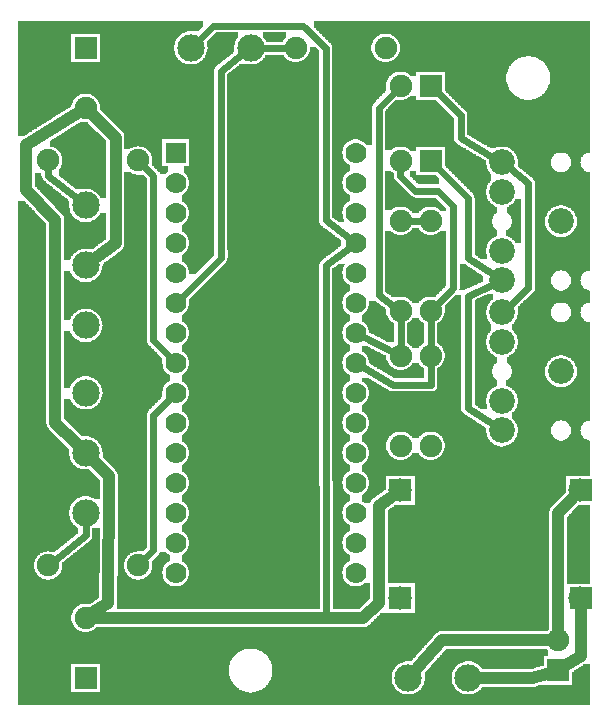
<source format=gtl>
G04 MADE WITH FRITZING*
G04 WWW.FRITZING.ORG*
G04 DOUBLE SIDED*
G04 HOLES PLATED*
G04 CONTOUR ON CENTER OF CONTOUR VECTOR*
%ASAXBY*%
%FSLAX23Y23*%
%MOIN*%
%OFA0B0*%
%SFA1.0B1.0*%
%ADD10C,0.075000*%
%ADD11C,0.091181*%
%ADD12C,0.070000*%
%ADD13C,0.086000*%
%ADD14C,0.078000*%
%ADD15R,0.069972X0.070000*%
%ADD16R,0.077630X0.077806*%
%ADD17R,0.075000X0.075000*%
%ADD18C,0.040000*%
%ADD19C,0.024000*%
%ADD20R,0.001000X0.001000*%
%LNCOPPER1*%
G90*
G70*
G54D10*
X381Y2262D03*
X1339Y1995D03*
X232Y1914D03*
X1768Y2249D03*
X1333Y1537D03*
X815Y2091D03*
G54D11*
X1541Y131D03*
X1341Y131D03*
X616Y2231D03*
X816Y2231D03*
X266Y681D03*
X266Y881D03*
X266Y1081D03*
X266Y1306D03*
X266Y1506D03*
X266Y1706D03*
G54D12*
X566Y1881D03*
X566Y1781D03*
X566Y1681D03*
X566Y1581D03*
X566Y1481D03*
X566Y1381D03*
X566Y1281D03*
X566Y1181D03*
X566Y1081D03*
X566Y981D03*
X566Y881D03*
X566Y781D03*
X566Y681D03*
X566Y581D03*
X566Y481D03*
X1166Y1881D03*
X1166Y1781D03*
X1166Y1681D03*
X1166Y1581D03*
X1166Y1481D03*
X1166Y1381D03*
X1166Y1281D03*
X1166Y1181D03*
X1166Y1081D03*
X1166Y981D03*
X1166Y881D03*
X1166Y781D03*
X1166Y681D03*
X1166Y581D03*
X1166Y481D03*
G54D13*
X1850Y1153D03*
X1653Y1054D03*
X1653Y956D03*
X1653Y1251D03*
X1653Y1350D03*
X1850Y1153D03*
X1653Y1054D03*
X1653Y956D03*
X1653Y1251D03*
X1653Y1350D03*
X1850Y1653D03*
X1653Y1554D03*
X1653Y1456D03*
X1653Y1751D03*
X1653Y1850D03*
X1850Y1653D03*
X1653Y1554D03*
X1653Y1456D03*
X1653Y1751D03*
X1653Y1850D03*
G54D14*
X1914Y396D03*
X1914Y756D03*
X1314Y756D03*
X1314Y396D03*
G54D10*
X1841Y156D03*
X1841Y256D03*
X1415Y2105D03*
X1315Y2105D03*
X1415Y1855D03*
X1315Y1855D03*
X1415Y905D03*
X1415Y1205D03*
X1415Y1355D03*
X1415Y1655D03*
X1315Y905D03*
X1315Y1205D03*
X1315Y1355D03*
X1315Y1655D03*
X966Y2231D03*
X1266Y2231D03*
X266Y2231D03*
X266Y2031D03*
X266Y131D03*
X266Y331D03*
X441Y1856D03*
X141Y1856D03*
X441Y506D03*
X141Y506D03*
G54D15*
X566Y1881D03*
G54D16*
X1314Y756D03*
X1314Y397D03*
X1915Y396D03*
X1915Y756D03*
G54D17*
X1841Y156D03*
X1415Y2105D03*
X1415Y1855D03*
X266Y2231D03*
X266Y131D03*
G54D18*
X164Y1657D02*
X164Y982D01*
D02*
X67Y1757D02*
X164Y1657D01*
D02*
X67Y1906D02*
X67Y1757D01*
D02*
X164Y982D02*
X232Y915D01*
D02*
X232Y2010D02*
X67Y1906D01*
G54D19*
D02*
X691Y2305D02*
X990Y2305D01*
D02*
X990Y2305D02*
X1065Y2231D01*
D02*
X1065Y2231D02*
X1065Y1656D01*
D02*
X1065Y1656D02*
X1142Y1598D01*
D02*
X642Y2257D02*
X691Y2305D01*
G54D18*
D02*
X1067Y330D02*
X1190Y330D01*
D02*
X1840Y680D02*
X1886Y727D01*
D02*
X1841Y296D02*
X1840Y680D01*
D02*
X1916Y205D02*
X1915Y355D01*
D02*
X1874Y178D02*
X1916Y205D01*
D02*
X641Y330D02*
X1067Y330D01*
D02*
X1242Y382D02*
X1242Y705D01*
D02*
X1190Y330D02*
X1242Y382D01*
D02*
X1242Y705D02*
X1281Y732D01*
D02*
X305Y331D02*
X641Y330D01*
G54D19*
D02*
X1067Y1506D02*
X1142Y1563D01*
D02*
X1067Y330D02*
X1067Y1506D01*
D02*
X1417Y1107D02*
X1290Y1107D01*
D02*
X1290Y1107D02*
X1191Y1166D01*
D02*
X1415Y1177D02*
X1417Y1107D01*
D02*
X1289Y1218D02*
X1192Y1268D01*
D02*
X1242Y1406D02*
X1291Y1372D01*
G54D18*
D02*
X1752Y130D02*
X1588Y131D01*
D02*
X1802Y145D02*
X1752Y130D01*
D02*
X1454Y257D02*
X1373Y166D01*
D02*
X1801Y256D02*
X1454Y257D01*
G54D19*
D02*
X491Y1006D02*
X491Y556D01*
D02*
X491Y556D02*
X461Y526D01*
D02*
X545Y1060D02*
X491Y1006D01*
D02*
X141Y1805D02*
X141Y1827D01*
D02*
X237Y1729D02*
X141Y1805D01*
D02*
X267Y607D02*
X163Y524D01*
D02*
X266Y644D02*
X267Y607D01*
D02*
X717Y1532D02*
X586Y1401D01*
D02*
X716Y2155D02*
X717Y1532D01*
D02*
X786Y2209D02*
X716Y2155D01*
D02*
X852Y2231D02*
X937Y2231D01*
G54D18*
D02*
X365Y1932D02*
X294Y2003D01*
D02*
X365Y1579D02*
X365Y1932D01*
D02*
X304Y1534D02*
X365Y1579D01*
D02*
X342Y804D02*
X341Y382D01*
D02*
X341Y382D02*
X298Y353D01*
D02*
X299Y847D02*
X342Y804D01*
G54D19*
D02*
X491Y1805D02*
X461Y1836D01*
D02*
X491Y1256D02*
X491Y1805D01*
D02*
X545Y1202D02*
X491Y1256D01*
D02*
X1515Y2006D02*
X1435Y2085D01*
D02*
X1515Y1930D02*
X1515Y2006D01*
D02*
X1539Y1030D02*
X1622Y976D01*
D02*
X1539Y1405D02*
X1539Y1030D01*
D02*
X1620Y1441D02*
X1539Y1405D01*
D02*
X1621Y1868D02*
X1515Y1930D01*
D02*
X1741Y1430D02*
X1680Y1374D01*
D02*
X1741Y1780D02*
X1741Y1430D01*
D02*
X1682Y1827D02*
X1741Y1780D01*
D02*
X1315Y1327D02*
X1315Y1234D01*
D02*
X1489Y1430D02*
X1435Y1375D01*
D02*
X1489Y1705D02*
X1489Y1430D01*
D02*
X1440Y1755D02*
X1489Y1705D01*
D02*
X1364Y1755D02*
X1440Y1755D01*
D02*
X1314Y1805D02*
X1364Y1755D01*
D02*
X1314Y1827D02*
X1314Y1805D01*
D02*
X1415Y1327D02*
X1415Y1234D01*
D02*
X1539Y1731D02*
X1435Y1835D01*
D02*
X1539Y1530D02*
X1539Y1731D01*
D02*
X1622Y1476D02*
X1539Y1530D01*
D02*
X1242Y2030D02*
X1295Y2085D01*
D02*
X1242Y1406D02*
X1242Y2030D01*
D02*
X1343Y1655D02*
X1386Y1655D01*
G36*
X40Y2320D02*
X40Y2278D01*
X314Y2278D01*
X314Y2184D01*
X584Y2184D01*
X584Y2186D01*
X582Y2186D01*
X582Y2188D01*
X580Y2188D01*
X580Y2190D01*
X576Y2190D01*
X576Y2192D01*
X574Y2192D01*
X574Y2196D01*
X572Y2196D01*
X572Y2198D01*
X570Y2198D01*
X570Y2200D01*
X568Y2200D01*
X568Y2204D01*
X566Y2204D01*
X566Y2208D01*
X564Y2208D01*
X564Y2212D01*
X562Y2212D01*
X562Y2220D01*
X560Y2220D01*
X560Y2240D01*
X562Y2240D01*
X562Y2248D01*
X564Y2248D01*
X564Y2254D01*
X566Y2254D01*
X566Y2258D01*
X568Y2258D01*
X568Y2260D01*
X570Y2260D01*
X570Y2264D01*
X572Y2264D01*
X572Y2266D01*
X574Y2266D01*
X574Y2268D01*
X576Y2268D01*
X576Y2270D01*
X578Y2270D01*
X578Y2272D01*
X580Y2272D01*
X580Y2274D01*
X582Y2274D01*
X582Y2276D01*
X586Y2276D01*
X586Y2278D01*
X588Y2278D01*
X588Y2280D01*
X592Y2280D01*
X592Y2282D01*
X596Y2282D01*
X596Y2284D01*
X604Y2284D01*
X604Y2286D01*
X642Y2286D01*
X642Y2288D01*
X644Y2288D01*
X644Y2290D01*
X646Y2290D01*
X646Y2292D01*
X648Y2292D01*
X648Y2294D01*
X650Y2294D01*
X650Y2296D01*
X652Y2296D01*
X652Y2298D01*
X654Y2298D01*
X654Y2300D01*
X656Y2300D01*
X656Y2320D01*
X40Y2320D01*
G37*
D02*
G36*
X700Y2284D02*
X700Y2282D01*
X698Y2282D01*
X698Y2280D01*
X696Y2280D01*
X696Y2278D01*
X694Y2278D01*
X694Y2276D01*
X692Y2276D01*
X692Y2274D01*
X690Y2274D01*
X690Y2272D01*
X688Y2272D01*
X688Y2270D01*
X686Y2270D01*
X686Y2268D01*
X684Y2268D01*
X684Y2266D01*
X682Y2266D01*
X682Y2264D01*
X680Y2264D01*
X680Y2262D01*
X678Y2262D01*
X678Y2260D01*
X676Y2260D01*
X676Y2258D01*
X674Y2258D01*
X674Y2256D01*
X672Y2256D01*
X672Y2254D01*
X670Y2254D01*
X670Y2234D01*
X672Y2234D01*
X672Y2228D01*
X670Y2228D01*
X670Y2216D01*
X668Y2216D01*
X668Y2210D01*
X666Y2210D01*
X666Y2206D01*
X664Y2206D01*
X664Y2202D01*
X662Y2202D01*
X662Y2198D01*
X660Y2198D01*
X660Y2196D01*
X658Y2196D01*
X658Y2194D01*
X656Y2194D01*
X656Y2192D01*
X654Y2192D01*
X654Y2190D01*
X652Y2190D01*
X652Y2188D01*
X650Y2188D01*
X650Y2186D01*
X646Y2186D01*
X646Y2184D01*
X644Y2184D01*
X644Y2182D01*
X640Y2182D01*
X640Y2180D01*
X636Y2180D01*
X636Y2178D01*
X630Y2178D01*
X630Y2176D01*
X708Y2176D01*
X708Y2178D01*
X712Y2178D01*
X712Y2180D01*
X714Y2180D01*
X714Y2182D01*
X716Y2182D01*
X716Y2184D01*
X720Y2184D01*
X720Y2186D01*
X722Y2186D01*
X722Y2188D01*
X724Y2188D01*
X724Y2190D01*
X726Y2190D01*
X726Y2192D01*
X730Y2192D01*
X730Y2194D01*
X732Y2194D01*
X732Y2196D01*
X734Y2196D01*
X734Y2198D01*
X738Y2198D01*
X738Y2200D01*
X740Y2200D01*
X740Y2202D01*
X742Y2202D01*
X742Y2204D01*
X746Y2204D01*
X746Y2206D01*
X748Y2206D01*
X748Y2208D01*
X750Y2208D01*
X750Y2210D01*
X754Y2210D01*
X754Y2212D01*
X756Y2212D01*
X756Y2214D01*
X758Y2214D01*
X758Y2216D01*
X760Y2216D01*
X760Y2240D01*
X762Y2240D01*
X762Y2248D01*
X764Y2248D01*
X764Y2254D01*
X766Y2254D01*
X766Y2258D01*
X768Y2258D01*
X768Y2260D01*
X770Y2260D01*
X770Y2264D01*
X772Y2264D01*
X772Y2284D01*
X700Y2284D01*
G37*
D02*
G36*
X40Y2278D02*
X40Y2184D01*
X218Y2184D01*
X218Y2278D01*
X40Y2278D01*
G37*
D02*
G36*
X40Y2184D02*
X40Y2182D01*
X588Y2182D01*
X588Y2184D01*
X40Y2184D01*
G37*
D02*
G36*
X40Y2184D02*
X40Y2182D01*
X588Y2182D01*
X588Y2184D01*
X40Y2184D01*
G37*
D02*
G36*
X40Y2182D02*
X40Y2176D01*
X602Y2176D01*
X602Y2178D01*
X596Y2178D01*
X596Y2180D01*
X592Y2180D01*
X592Y2182D01*
X40Y2182D01*
G37*
D02*
G36*
X40Y2176D02*
X40Y2174D01*
X706Y2174D01*
X706Y2176D01*
X40Y2176D01*
G37*
D02*
G36*
X40Y2176D02*
X40Y2174D01*
X706Y2174D01*
X706Y2176D01*
X40Y2176D01*
G37*
D02*
G36*
X40Y2174D02*
X40Y2078D01*
X276Y2078D01*
X276Y2076D01*
X282Y2076D01*
X282Y2074D01*
X286Y2074D01*
X286Y2072D01*
X290Y2072D01*
X290Y2070D01*
X294Y2070D01*
X294Y2068D01*
X296Y2068D01*
X296Y2066D01*
X298Y2066D01*
X298Y2064D01*
X300Y2064D01*
X300Y2062D01*
X302Y2062D01*
X302Y2060D01*
X304Y2060D01*
X304Y2056D01*
X306Y2056D01*
X306Y2054D01*
X308Y2054D01*
X308Y2050D01*
X310Y2050D01*
X310Y2044D01*
X312Y2044D01*
X312Y2032D01*
X314Y2032D01*
X314Y2024D01*
X316Y2024D01*
X316Y2022D01*
X318Y2022D01*
X318Y2020D01*
X320Y2020D01*
X320Y2018D01*
X322Y2018D01*
X322Y2016D01*
X324Y2016D01*
X324Y2014D01*
X326Y2014D01*
X326Y2012D01*
X328Y2012D01*
X328Y2010D01*
X330Y2010D01*
X330Y2008D01*
X332Y2008D01*
X332Y2006D01*
X334Y2006D01*
X334Y2004D01*
X336Y2004D01*
X336Y2002D01*
X338Y2002D01*
X338Y2000D01*
X340Y2000D01*
X340Y1998D01*
X342Y1998D01*
X342Y1996D01*
X344Y1996D01*
X344Y1994D01*
X346Y1994D01*
X346Y1992D01*
X348Y1992D01*
X348Y1990D01*
X350Y1990D01*
X350Y1988D01*
X352Y1988D01*
X352Y1986D01*
X354Y1986D01*
X354Y1984D01*
X356Y1984D01*
X356Y1982D01*
X358Y1982D01*
X358Y1980D01*
X360Y1980D01*
X360Y1978D01*
X362Y1978D01*
X362Y1976D01*
X364Y1976D01*
X364Y1974D01*
X366Y1974D01*
X366Y1972D01*
X368Y1972D01*
X368Y1970D01*
X370Y1970D01*
X370Y1968D01*
X372Y1968D01*
X372Y1966D01*
X374Y1966D01*
X374Y1964D01*
X376Y1964D01*
X376Y1962D01*
X378Y1962D01*
X378Y1960D01*
X380Y1960D01*
X380Y1958D01*
X382Y1958D01*
X382Y1956D01*
X384Y1956D01*
X384Y1954D01*
X386Y1954D01*
X386Y1952D01*
X388Y1952D01*
X388Y1950D01*
X390Y1950D01*
X390Y1946D01*
X392Y1946D01*
X392Y1942D01*
X394Y1942D01*
X394Y1926D01*
X610Y1926D01*
X610Y1836D01*
X592Y1836D01*
X592Y1816D01*
X594Y1816D01*
X594Y1814D01*
X596Y1814D01*
X596Y1812D01*
X598Y1812D01*
X598Y1810D01*
X600Y1810D01*
X600Y1808D01*
X602Y1808D01*
X602Y1806D01*
X604Y1806D01*
X604Y1802D01*
X606Y1802D01*
X606Y1798D01*
X608Y1798D01*
X608Y1792D01*
X610Y1792D01*
X610Y1770D01*
X608Y1770D01*
X608Y1764D01*
X606Y1764D01*
X606Y1760D01*
X604Y1760D01*
X604Y1756D01*
X602Y1756D01*
X602Y1754D01*
X600Y1754D01*
X600Y1750D01*
X598Y1750D01*
X598Y1748D01*
X596Y1748D01*
X596Y1746D01*
X592Y1746D01*
X592Y1744D01*
X590Y1744D01*
X590Y1742D01*
X586Y1742D01*
X586Y1720D01*
X588Y1720D01*
X588Y1718D01*
X592Y1718D01*
X592Y1716D01*
X594Y1716D01*
X594Y1714D01*
X596Y1714D01*
X596Y1712D01*
X598Y1712D01*
X598Y1710D01*
X600Y1710D01*
X600Y1708D01*
X602Y1708D01*
X602Y1706D01*
X604Y1706D01*
X604Y1702D01*
X606Y1702D01*
X606Y1698D01*
X608Y1698D01*
X608Y1692D01*
X610Y1692D01*
X610Y1670D01*
X608Y1670D01*
X608Y1664D01*
X606Y1664D01*
X606Y1660D01*
X604Y1660D01*
X604Y1656D01*
X602Y1656D01*
X602Y1654D01*
X600Y1654D01*
X600Y1650D01*
X598Y1650D01*
X598Y1648D01*
X596Y1648D01*
X596Y1646D01*
X592Y1646D01*
X592Y1644D01*
X590Y1644D01*
X590Y1642D01*
X586Y1642D01*
X586Y1620D01*
X588Y1620D01*
X588Y1618D01*
X592Y1618D01*
X592Y1616D01*
X594Y1616D01*
X594Y1614D01*
X596Y1614D01*
X596Y1612D01*
X598Y1612D01*
X598Y1610D01*
X600Y1610D01*
X600Y1608D01*
X602Y1608D01*
X602Y1606D01*
X604Y1606D01*
X604Y1602D01*
X606Y1602D01*
X606Y1598D01*
X608Y1598D01*
X608Y1592D01*
X610Y1592D01*
X610Y1570D01*
X608Y1570D01*
X608Y1564D01*
X606Y1564D01*
X606Y1560D01*
X604Y1560D01*
X604Y1556D01*
X602Y1556D01*
X602Y1554D01*
X600Y1554D01*
X600Y1550D01*
X598Y1550D01*
X598Y1548D01*
X596Y1548D01*
X596Y1546D01*
X592Y1546D01*
X592Y1544D01*
X590Y1544D01*
X590Y1542D01*
X586Y1542D01*
X586Y1520D01*
X588Y1520D01*
X588Y1518D01*
X592Y1518D01*
X592Y1516D01*
X594Y1516D01*
X594Y1514D01*
X596Y1514D01*
X596Y1512D01*
X598Y1512D01*
X598Y1510D01*
X600Y1510D01*
X600Y1508D01*
X602Y1508D01*
X602Y1506D01*
X604Y1506D01*
X604Y1502D01*
X606Y1502D01*
X606Y1498D01*
X608Y1498D01*
X608Y1492D01*
X610Y1492D01*
X610Y1476D01*
X630Y1476D01*
X630Y1478D01*
X634Y1478D01*
X634Y1480D01*
X636Y1480D01*
X636Y1482D01*
X638Y1482D01*
X638Y1484D01*
X640Y1484D01*
X640Y1486D01*
X642Y1486D01*
X642Y1488D01*
X644Y1488D01*
X644Y1490D01*
X646Y1490D01*
X646Y1492D01*
X648Y1492D01*
X648Y1494D01*
X650Y1494D01*
X650Y1496D01*
X652Y1496D01*
X652Y1498D01*
X654Y1498D01*
X654Y1500D01*
X656Y1500D01*
X656Y1502D01*
X658Y1502D01*
X658Y1504D01*
X660Y1504D01*
X660Y1506D01*
X662Y1506D01*
X662Y1508D01*
X664Y1508D01*
X664Y1510D01*
X666Y1510D01*
X666Y1512D01*
X668Y1512D01*
X668Y1514D01*
X670Y1514D01*
X670Y1516D01*
X672Y1516D01*
X672Y1518D01*
X674Y1518D01*
X674Y1520D01*
X676Y1520D01*
X676Y1522D01*
X678Y1522D01*
X678Y1524D01*
X680Y1524D01*
X680Y1526D01*
X682Y1526D01*
X682Y1528D01*
X684Y1528D01*
X684Y1530D01*
X686Y1530D01*
X686Y1532D01*
X688Y1532D01*
X688Y1534D01*
X690Y1534D01*
X690Y1536D01*
X692Y1536D01*
X692Y1538D01*
X694Y1538D01*
X694Y2160D01*
X696Y2160D01*
X696Y2166D01*
X698Y2166D01*
X698Y2168D01*
X700Y2168D01*
X700Y2172D01*
X704Y2172D01*
X704Y2174D01*
X40Y2174D01*
G37*
D02*
G36*
X40Y2078D02*
X40Y1936D01*
X60Y1936D01*
X60Y1938D01*
X64Y1938D01*
X64Y1940D01*
X66Y1940D01*
X66Y1942D01*
X70Y1942D01*
X70Y1944D01*
X72Y1944D01*
X72Y1946D01*
X76Y1946D01*
X76Y1948D01*
X78Y1948D01*
X78Y1950D01*
X82Y1950D01*
X82Y1952D01*
X86Y1952D01*
X86Y1954D01*
X88Y1954D01*
X88Y1956D01*
X92Y1956D01*
X92Y1958D01*
X94Y1958D01*
X94Y1960D01*
X98Y1960D01*
X98Y1962D01*
X102Y1962D01*
X102Y1964D01*
X104Y1964D01*
X104Y1966D01*
X108Y1966D01*
X108Y1968D01*
X110Y1968D01*
X110Y1970D01*
X114Y1970D01*
X114Y1972D01*
X118Y1972D01*
X118Y1974D01*
X120Y1974D01*
X120Y1976D01*
X124Y1976D01*
X124Y1978D01*
X126Y1978D01*
X126Y1980D01*
X130Y1980D01*
X130Y1982D01*
X134Y1982D01*
X134Y1984D01*
X136Y1984D01*
X136Y1986D01*
X140Y1986D01*
X140Y1988D01*
X142Y1988D01*
X142Y1990D01*
X146Y1990D01*
X146Y1992D01*
X150Y1992D01*
X150Y1994D01*
X152Y1994D01*
X152Y1996D01*
X156Y1996D01*
X156Y1998D01*
X158Y1998D01*
X158Y2000D01*
X162Y2000D01*
X162Y2002D01*
X164Y2002D01*
X164Y2004D01*
X168Y2004D01*
X168Y2006D01*
X172Y2006D01*
X172Y2008D01*
X174Y2008D01*
X174Y2010D01*
X178Y2010D01*
X178Y2012D01*
X180Y2012D01*
X180Y2014D01*
X184Y2014D01*
X184Y2016D01*
X188Y2016D01*
X188Y2018D01*
X190Y2018D01*
X190Y2020D01*
X194Y2020D01*
X194Y2022D01*
X196Y2022D01*
X196Y2024D01*
X200Y2024D01*
X200Y2026D01*
X204Y2026D01*
X204Y2028D01*
X206Y2028D01*
X206Y2030D01*
X210Y2030D01*
X210Y2032D01*
X212Y2032D01*
X212Y2034D01*
X216Y2034D01*
X216Y2036D01*
X218Y2036D01*
X218Y2040D01*
X220Y2040D01*
X220Y2046D01*
X222Y2046D01*
X222Y2052D01*
X224Y2052D01*
X224Y2056D01*
X226Y2056D01*
X226Y2058D01*
X228Y2058D01*
X228Y2060D01*
X230Y2060D01*
X230Y2064D01*
X232Y2064D01*
X232Y2066D01*
X236Y2066D01*
X236Y2068D01*
X238Y2068D01*
X238Y2070D01*
X240Y2070D01*
X240Y2072D01*
X244Y2072D01*
X244Y2074D01*
X248Y2074D01*
X248Y2076D01*
X256Y2076D01*
X256Y2078D01*
X40Y2078D01*
G37*
D02*
G36*
X394Y1926D02*
X394Y1904D01*
X444Y1904D01*
X444Y1902D01*
X454Y1902D01*
X454Y1900D01*
X460Y1900D01*
X460Y1898D01*
X464Y1898D01*
X464Y1896D01*
X468Y1896D01*
X468Y1894D01*
X470Y1894D01*
X470Y1892D01*
X472Y1892D01*
X472Y1890D01*
X474Y1890D01*
X474Y1888D01*
X476Y1888D01*
X476Y1886D01*
X478Y1886D01*
X478Y1884D01*
X480Y1884D01*
X480Y1880D01*
X482Y1880D01*
X482Y1876D01*
X484Y1876D01*
X484Y1872D01*
X486Y1872D01*
X486Y1866D01*
X488Y1866D01*
X488Y1838D01*
X490Y1838D01*
X490Y1836D01*
X492Y1836D01*
X492Y1834D01*
X494Y1834D01*
X494Y1832D01*
X496Y1832D01*
X496Y1830D01*
X498Y1830D01*
X498Y1828D01*
X500Y1828D01*
X500Y1826D01*
X502Y1826D01*
X502Y1824D01*
X504Y1824D01*
X504Y1822D01*
X506Y1822D01*
X506Y1820D01*
X508Y1820D01*
X508Y1818D01*
X510Y1818D01*
X510Y1816D01*
X512Y1816D01*
X512Y1810D01*
X532Y1810D01*
X532Y1812D01*
X534Y1812D01*
X534Y1814D01*
X536Y1814D01*
X536Y1816D01*
X540Y1816D01*
X540Y1836D01*
X520Y1836D01*
X520Y1926D01*
X394Y1926D01*
G37*
D02*
G36*
X394Y1904D02*
X394Y1894D01*
X414Y1894D01*
X414Y1896D01*
X418Y1896D01*
X418Y1898D01*
X422Y1898D01*
X422Y1900D01*
X428Y1900D01*
X428Y1902D01*
X436Y1902D01*
X436Y1904D01*
X394Y1904D01*
G37*
D02*
G36*
X858Y2284D02*
X858Y2264D01*
X860Y2264D01*
X860Y2262D01*
X862Y2262D01*
X862Y2260D01*
X864Y2260D01*
X864Y2256D01*
X866Y2256D01*
X866Y2252D01*
X924Y2252D01*
X924Y2256D01*
X926Y2256D01*
X926Y2258D01*
X928Y2258D01*
X928Y2260D01*
X930Y2260D01*
X930Y2264D01*
X932Y2264D01*
X932Y2284D01*
X858Y2284D01*
G37*
D02*
G36*
X1348Y2072D02*
X1348Y2070D01*
X1346Y2070D01*
X1346Y2068D01*
X1342Y2068D01*
X1342Y2066D01*
X1340Y2066D01*
X1340Y2064D01*
X1336Y2064D01*
X1336Y2062D01*
X1332Y2062D01*
X1332Y2060D01*
X1326Y2060D01*
X1326Y2058D01*
X1298Y2058D01*
X1298Y2056D01*
X1296Y2056D01*
X1296Y2054D01*
X1294Y2054D01*
X1294Y2052D01*
X1292Y2052D01*
X1292Y2050D01*
X1290Y2050D01*
X1290Y2048D01*
X1288Y2048D01*
X1288Y2046D01*
X1286Y2046D01*
X1286Y2044D01*
X1284Y2044D01*
X1284Y2042D01*
X1282Y2042D01*
X1282Y2040D01*
X1280Y2040D01*
X1280Y2038D01*
X1278Y2038D01*
X1278Y2036D01*
X1276Y2036D01*
X1276Y2034D01*
X1274Y2034D01*
X1274Y2032D01*
X1272Y2032D01*
X1272Y2028D01*
X1270Y2028D01*
X1270Y2026D01*
X1268Y2026D01*
X1268Y2024D01*
X1266Y2024D01*
X1266Y2022D01*
X1264Y2022D01*
X1264Y1902D01*
X1462Y1902D01*
X1462Y1838D01*
X1464Y1838D01*
X1464Y1836D01*
X1466Y1836D01*
X1466Y1834D01*
X1468Y1834D01*
X1468Y1832D01*
X1470Y1832D01*
X1470Y1830D01*
X1472Y1830D01*
X1472Y1828D01*
X1474Y1828D01*
X1474Y1826D01*
X1476Y1826D01*
X1476Y1824D01*
X1478Y1824D01*
X1478Y1822D01*
X1480Y1822D01*
X1480Y1820D01*
X1482Y1820D01*
X1482Y1818D01*
X1484Y1818D01*
X1484Y1816D01*
X1486Y1816D01*
X1486Y1814D01*
X1488Y1814D01*
X1488Y1812D01*
X1490Y1812D01*
X1490Y1810D01*
X1492Y1810D01*
X1492Y1808D01*
X1494Y1808D01*
X1494Y1806D01*
X1496Y1806D01*
X1496Y1804D01*
X1498Y1804D01*
X1498Y1802D01*
X1500Y1802D01*
X1500Y1800D01*
X1502Y1800D01*
X1502Y1798D01*
X1504Y1798D01*
X1504Y1796D01*
X1506Y1796D01*
X1506Y1794D01*
X1508Y1794D01*
X1508Y1792D01*
X1510Y1792D01*
X1510Y1790D01*
X1512Y1790D01*
X1512Y1788D01*
X1514Y1788D01*
X1514Y1786D01*
X1516Y1786D01*
X1516Y1784D01*
X1518Y1784D01*
X1518Y1782D01*
X1520Y1782D01*
X1520Y1780D01*
X1522Y1780D01*
X1522Y1778D01*
X1524Y1778D01*
X1524Y1776D01*
X1526Y1776D01*
X1526Y1774D01*
X1528Y1774D01*
X1528Y1772D01*
X1530Y1772D01*
X1530Y1770D01*
X1532Y1770D01*
X1532Y1768D01*
X1534Y1768D01*
X1534Y1766D01*
X1536Y1766D01*
X1536Y1764D01*
X1538Y1764D01*
X1538Y1762D01*
X1540Y1762D01*
X1540Y1760D01*
X1542Y1760D01*
X1542Y1758D01*
X1544Y1758D01*
X1544Y1756D01*
X1546Y1756D01*
X1546Y1754D01*
X1548Y1754D01*
X1548Y1752D01*
X1550Y1752D01*
X1550Y1750D01*
X1552Y1750D01*
X1552Y1748D01*
X1554Y1748D01*
X1554Y1746D01*
X1556Y1746D01*
X1556Y1744D01*
X1558Y1744D01*
X1558Y1740D01*
X1560Y1740D01*
X1560Y1732D01*
X1562Y1732D01*
X1562Y1540D01*
X1566Y1540D01*
X1566Y1538D01*
X1568Y1538D01*
X1568Y1536D01*
X1572Y1536D01*
X1572Y1534D01*
X1574Y1534D01*
X1574Y1532D01*
X1578Y1532D01*
X1578Y1530D01*
X1580Y1530D01*
X1580Y1528D01*
X1584Y1528D01*
X1584Y1526D01*
X1604Y1526D01*
X1604Y1536D01*
X1602Y1536D01*
X1602Y1544D01*
X1600Y1544D01*
X1600Y1564D01*
X1602Y1564D01*
X1602Y1572D01*
X1604Y1572D01*
X1604Y1576D01*
X1606Y1576D01*
X1606Y1580D01*
X1608Y1580D01*
X1608Y1584D01*
X1610Y1584D01*
X1610Y1586D01*
X1612Y1586D01*
X1612Y1588D01*
X1614Y1588D01*
X1614Y1590D01*
X1616Y1590D01*
X1616Y1592D01*
X1618Y1592D01*
X1618Y1594D01*
X1620Y1594D01*
X1620Y1596D01*
X1622Y1596D01*
X1622Y1598D01*
X1626Y1598D01*
X1626Y1600D01*
X1628Y1600D01*
X1628Y1602D01*
X1632Y1602D01*
X1632Y1604D01*
X1638Y1604D01*
X1638Y1624D01*
X1634Y1624D01*
X1634Y1626D01*
X1632Y1626D01*
X1632Y1628D01*
X1630Y1628D01*
X1630Y1630D01*
X1628Y1630D01*
X1628Y1632D01*
X1626Y1632D01*
X1626Y1634D01*
X1624Y1634D01*
X1624Y1638D01*
X1622Y1638D01*
X1622Y1644D01*
X1620Y1644D01*
X1620Y1662D01*
X1622Y1662D01*
X1622Y1666D01*
X1624Y1666D01*
X1624Y1670D01*
X1626Y1670D01*
X1626Y1674D01*
X1628Y1674D01*
X1628Y1676D01*
X1630Y1676D01*
X1630Y1678D01*
X1632Y1678D01*
X1632Y1680D01*
X1636Y1680D01*
X1636Y1702D01*
X1630Y1702D01*
X1630Y1704D01*
X1628Y1704D01*
X1628Y1706D01*
X1624Y1706D01*
X1624Y1708D01*
X1622Y1708D01*
X1622Y1710D01*
X1618Y1710D01*
X1618Y1712D01*
X1616Y1712D01*
X1616Y1714D01*
X1614Y1714D01*
X1614Y1716D01*
X1612Y1716D01*
X1612Y1720D01*
X1610Y1720D01*
X1610Y1722D01*
X1608Y1722D01*
X1608Y1726D01*
X1606Y1726D01*
X1606Y1728D01*
X1604Y1728D01*
X1604Y1734D01*
X1602Y1734D01*
X1602Y1742D01*
X1600Y1742D01*
X1600Y1760D01*
X1602Y1760D01*
X1602Y1768D01*
X1604Y1768D01*
X1604Y1774D01*
X1606Y1774D01*
X1606Y1776D01*
X1608Y1776D01*
X1608Y1780D01*
X1610Y1780D01*
X1610Y1782D01*
X1612Y1782D01*
X1612Y1786D01*
X1614Y1786D01*
X1614Y1788D01*
X1616Y1788D01*
X1616Y1790D01*
X1618Y1790D01*
X1618Y1810D01*
X1616Y1810D01*
X1616Y1812D01*
X1614Y1812D01*
X1614Y1816D01*
X1612Y1816D01*
X1612Y1818D01*
X1610Y1818D01*
X1610Y1820D01*
X1608Y1820D01*
X1608Y1824D01*
X1606Y1824D01*
X1606Y1828D01*
X1604Y1828D01*
X1604Y1832D01*
X1602Y1832D01*
X1602Y1840D01*
X1600Y1840D01*
X1600Y1856D01*
X1596Y1856D01*
X1596Y1858D01*
X1592Y1858D01*
X1592Y1860D01*
X1590Y1860D01*
X1590Y1862D01*
X1586Y1862D01*
X1586Y1864D01*
X1582Y1864D01*
X1582Y1866D01*
X1580Y1866D01*
X1580Y1868D01*
X1576Y1868D01*
X1576Y1870D01*
X1572Y1870D01*
X1572Y1872D01*
X1568Y1872D01*
X1568Y1874D01*
X1566Y1874D01*
X1566Y1876D01*
X1562Y1876D01*
X1562Y1878D01*
X1558Y1878D01*
X1558Y1880D01*
X1556Y1880D01*
X1556Y1882D01*
X1552Y1882D01*
X1552Y1884D01*
X1548Y1884D01*
X1548Y1886D01*
X1544Y1886D01*
X1544Y1888D01*
X1542Y1888D01*
X1542Y1890D01*
X1538Y1890D01*
X1538Y1892D01*
X1534Y1892D01*
X1534Y1894D01*
X1532Y1894D01*
X1532Y1896D01*
X1528Y1896D01*
X1528Y1898D01*
X1524Y1898D01*
X1524Y1900D01*
X1520Y1900D01*
X1520Y1902D01*
X1518Y1902D01*
X1518Y1904D01*
X1514Y1904D01*
X1514Y1906D01*
X1510Y1906D01*
X1510Y1908D01*
X1508Y1908D01*
X1508Y1910D01*
X1504Y1910D01*
X1504Y1912D01*
X1502Y1912D01*
X1502Y1914D01*
X1500Y1914D01*
X1500Y1916D01*
X1498Y1916D01*
X1498Y1918D01*
X1496Y1918D01*
X1496Y1922D01*
X1494Y1922D01*
X1494Y1996D01*
X1492Y1996D01*
X1492Y1998D01*
X1490Y1998D01*
X1490Y2000D01*
X1488Y2000D01*
X1488Y2002D01*
X1486Y2002D01*
X1486Y2004D01*
X1484Y2004D01*
X1484Y2006D01*
X1482Y2006D01*
X1482Y2008D01*
X1480Y2008D01*
X1480Y2010D01*
X1478Y2010D01*
X1478Y2012D01*
X1476Y2012D01*
X1476Y2014D01*
X1474Y2014D01*
X1474Y2016D01*
X1472Y2016D01*
X1472Y2018D01*
X1470Y2018D01*
X1470Y2020D01*
X1468Y2020D01*
X1468Y2022D01*
X1466Y2022D01*
X1466Y2024D01*
X1464Y2024D01*
X1464Y2026D01*
X1462Y2026D01*
X1462Y2028D01*
X1460Y2028D01*
X1460Y2030D01*
X1458Y2030D01*
X1458Y2032D01*
X1456Y2032D01*
X1456Y2034D01*
X1454Y2034D01*
X1454Y2036D01*
X1452Y2036D01*
X1452Y2038D01*
X1450Y2038D01*
X1450Y2040D01*
X1448Y2040D01*
X1448Y2042D01*
X1446Y2042D01*
X1446Y2044D01*
X1444Y2044D01*
X1444Y2046D01*
X1442Y2046D01*
X1442Y2048D01*
X1440Y2048D01*
X1440Y2050D01*
X1438Y2050D01*
X1438Y2052D01*
X1436Y2052D01*
X1436Y2054D01*
X1434Y2054D01*
X1434Y2056D01*
X1432Y2056D01*
X1432Y2058D01*
X1368Y2058D01*
X1368Y2072D01*
X1348Y2072D01*
G37*
D02*
G36*
X1264Y1902D02*
X1264Y1890D01*
X1284Y1890D01*
X1284Y1892D01*
X1286Y1892D01*
X1286Y1894D01*
X1290Y1894D01*
X1290Y1896D01*
X1292Y1896D01*
X1292Y1898D01*
X1296Y1898D01*
X1296Y1900D01*
X1304Y1900D01*
X1304Y1902D01*
X1264Y1902D01*
G37*
D02*
G36*
X1326Y1902D02*
X1326Y1900D01*
X1332Y1900D01*
X1332Y1898D01*
X1336Y1898D01*
X1336Y1896D01*
X1340Y1896D01*
X1340Y1894D01*
X1342Y1894D01*
X1342Y1892D01*
X1346Y1892D01*
X1346Y1890D01*
X1348Y1890D01*
X1348Y1888D01*
X1368Y1888D01*
X1368Y1902D01*
X1326Y1902D01*
G37*
D02*
G36*
X246Y1984D02*
X246Y1982D01*
X242Y1982D01*
X242Y1980D01*
X240Y1980D01*
X240Y1978D01*
X236Y1978D01*
X236Y1976D01*
X234Y1976D01*
X234Y1974D01*
X230Y1974D01*
X230Y1972D01*
X226Y1972D01*
X226Y1970D01*
X224Y1970D01*
X224Y1968D01*
X220Y1968D01*
X220Y1966D01*
X218Y1966D01*
X218Y1964D01*
X214Y1964D01*
X214Y1962D01*
X210Y1962D01*
X210Y1960D01*
X208Y1960D01*
X208Y1958D01*
X204Y1958D01*
X204Y1956D01*
X202Y1956D01*
X202Y1954D01*
X198Y1954D01*
X198Y1952D01*
X196Y1952D01*
X196Y1950D01*
X192Y1950D01*
X192Y1948D01*
X188Y1948D01*
X188Y1946D01*
X186Y1946D01*
X186Y1944D01*
X182Y1944D01*
X182Y1942D01*
X180Y1942D01*
X180Y1940D01*
X176Y1940D01*
X176Y1938D01*
X172Y1938D01*
X172Y1936D01*
X170Y1936D01*
X170Y1934D01*
X166Y1934D01*
X166Y1932D01*
X164Y1932D01*
X164Y1930D01*
X160Y1930D01*
X160Y1928D01*
X156Y1928D01*
X156Y1926D01*
X154Y1926D01*
X154Y1924D01*
X150Y1924D01*
X150Y1922D01*
X148Y1922D01*
X148Y1902D01*
X154Y1902D01*
X154Y1900D01*
X160Y1900D01*
X160Y1898D01*
X164Y1898D01*
X164Y1896D01*
X168Y1896D01*
X168Y1894D01*
X170Y1894D01*
X170Y1892D01*
X172Y1892D01*
X172Y1890D01*
X174Y1890D01*
X174Y1888D01*
X176Y1888D01*
X176Y1886D01*
X178Y1886D01*
X178Y1884D01*
X180Y1884D01*
X180Y1880D01*
X182Y1880D01*
X182Y1876D01*
X184Y1876D01*
X184Y1872D01*
X186Y1872D01*
X186Y1866D01*
X188Y1866D01*
X188Y1846D01*
X186Y1846D01*
X186Y1840D01*
X184Y1840D01*
X184Y1834D01*
X182Y1834D01*
X182Y1832D01*
X180Y1832D01*
X180Y1828D01*
X178Y1828D01*
X178Y1826D01*
X176Y1826D01*
X176Y1804D01*
X180Y1804D01*
X180Y1802D01*
X182Y1802D01*
X182Y1800D01*
X184Y1800D01*
X184Y1798D01*
X186Y1798D01*
X186Y1796D01*
X190Y1796D01*
X190Y1794D01*
X192Y1794D01*
X192Y1792D01*
X194Y1792D01*
X194Y1790D01*
X196Y1790D01*
X196Y1788D01*
X200Y1788D01*
X200Y1786D01*
X202Y1786D01*
X202Y1784D01*
X204Y1784D01*
X204Y1782D01*
X206Y1782D01*
X206Y1780D01*
X210Y1780D01*
X210Y1778D01*
X212Y1778D01*
X212Y1776D01*
X214Y1776D01*
X214Y1774D01*
X216Y1774D01*
X216Y1772D01*
X220Y1772D01*
X220Y1770D01*
X222Y1770D01*
X222Y1768D01*
X224Y1768D01*
X224Y1766D01*
X226Y1766D01*
X226Y1764D01*
X230Y1764D01*
X230Y1762D01*
X270Y1762D01*
X270Y1760D01*
X282Y1760D01*
X282Y1758D01*
X286Y1758D01*
X286Y1756D01*
X290Y1756D01*
X290Y1754D01*
X294Y1754D01*
X294Y1752D01*
X298Y1752D01*
X298Y1750D01*
X300Y1750D01*
X300Y1748D01*
X302Y1748D01*
X302Y1746D01*
X304Y1746D01*
X304Y1744D01*
X306Y1744D01*
X306Y1742D01*
X308Y1742D01*
X308Y1740D01*
X310Y1740D01*
X310Y1738D01*
X312Y1738D01*
X312Y1734D01*
X314Y1734D01*
X314Y1730D01*
X334Y1730D01*
X334Y1922D01*
X332Y1922D01*
X332Y1924D01*
X330Y1924D01*
X330Y1926D01*
X328Y1926D01*
X328Y1928D01*
X326Y1928D01*
X326Y1930D01*
X324Y1930D01*
X324Y1932D01*
X322Y1932D01*
X322Y1934D01*
X320Y1934D01*
X320Y1936D01*
X318Y1936D01*
X318Y1938D01*
X316Y1938D01*
X316Y1940D01*
X314Y1940D01*
X314Y1942D01*
X312Y1942D01*
X312Y1944D01*
X310Y1944D01*
X310Y1946D01*
X308Y1946D01*
X308Y1948D01*
X306Y1948D01*
X306Y1950D01*
X304Y1950D01*
X304Y1952D01*
X300Y1952D01*
X300Y1954D01*
X298Y1954D01*
X298Y1956D01*
X296Y1956D01*
X296Y1958D01*
X294Y1958D01*
X294Y1960D01*
X292Y1960D01*
X292Y1962D01*
X290Y1962D01*
X290Y1964D01*
X288Y1964D01*
X288Y1966D01*
X286Y1966D01*
X286Y1968D01*
X284Y1968D01*
X284Y1970D01*
X282Y1970D01*
X282Y1972D01*
X280Y1972D01*
X280Y1974D01*
X278Y1974D01*
X278Y1976D01*
X276Y1976D01*
X276Y1978D01*
X274Y1978D01*
X274Y1980D01*
X272Y1980D01*
X272Y1984D01*
X246Y1984D01*
G37*
D02*
G36*
X232Y1762D02*
X232Y1760D01*
X260Y1760D01*
X260Y1762D01*
X232Y1762D01*
G37*
D02*
G36*
X1348Y1822D02*
X1348Y1802D01*
X1350Y1802D01*
X1350Y1800D01*
X1352Y1800D01*
X1352Y1798D01*
X1354Y1798D01*
X1354Y1796D01*
X1356Y1796D01*
X1356Y1794D01*
X1358Y1794D01*
X1358Y1792D01*
X1360Y1792D01*
X1360Y1790D01*
X1362Y1790D01*
X1362Y1788D01*
X1364Y1788D01*
X1364Y1786D01*
X1366Y1786D01*
X1366Y1784D01*
X1368Y1784D01*
X1368Y1782D01*
X1370Y1782D01*
X1370Y1780D01*
X1372Y1780D01*
X1372Y1778D01*
X1374Y1778D01*
X1374Y1776D01*
X1444Y1776D01*
X1444Y1796D01*
X1442Y1796D01*
X1442Y1798D01*
X1440Y1798D01*
X1440Y1800D01*
X1438Y1800D01*
X1438Y1802D01*
X1436Y1802D01*
X1436Y1804D01*
X1434Y1804D01*
X1434Y1806D01*
X1432Y1806D01*
X1432Y1808D01*
X1368Y1808D01*
X1368Y1822D01*
X1348Y1822D01*
G37*
D02*
G36*
X1264Y1820D02*
X1264Y1702D01*
X1426Y1702D01*
X1426Y1700D01*
X1432Y1700D01*
X1432Y1698D01*
X1436Y1698D01*
X1436Y1696D01*
X1440Y1696D01*
X1440Y1694D01*
X1442Y1694D01*
X1442Y1692D01*
X1446Y1692D01*
X1446Y1690D01*
X1448Y1690D01*
X1448Y1688D01*
X1468Y1688D01*
X1468Y1696D01*
X1466Y1696D01*
X1466Y1698D01*
X1464Y1698D01*
X1464Y1700D01*
X1462Y1700D01*
X1462Y1702D01*
X1460Y1702D01*
X1460Y1704D01*
X1458Y1704D01*
X1458Y1706D01*
X1456Y1706D01*
X1456Y1708D01*
X1454Y1708D01*
X1454Y1710D01*
X1452Y1710D01*
X1452Y1712D01*
X1450Y1712D01*
X1450Y1714D01*
X1448Y1714D01*
X1448Y1716D01*
X1446Y1716D01*
X1446Y1718D01*
X1444Y1718D01*
X1444Y1720D01*
X1442Y1720D01*
X1442Y1722D01*
X1440Y1722D01*
X1440Y1724D01*
X1438Y1724D01*
X1438Y1726D01*
X1436Y1726D01*
X1436Y1728D01*
X1434Y1728D01*
X1434Y1730D01*
X1432Y1730D01*
X1432Y1732D01*
X1364Y1732D01*
X1364Y1734D01*
X1356Y1734D01*
X1356Y1736D01*
X1352Y1736D01*
X1352Y1738D01*
X1350Y1738D01*
X1350Y1740D01*
X1348Y1740D01*
X1348Y1742D01*
X1346Y1742D01*
X1346Y1744D01*
X1344Y1744D01*
X1344Y1746D01*
X1342Y1746D01*
X1342Y1748D01*
X1340Y1748D01*
X1340Y1750D01*
X1338Y1750D01*
X1338Y1752D01*
X1336Y1752D01*
X1336Y1754D01*
X1334Y1754D01*
X1334Y1756D01*
X1332Y1756D01*
X1332Y1758D01*
X1330Y1758D01*
X1330Y1760D01*
X1328Y1760D01*
X1328Y1762D01*
X1326Y1762D01*
X1326Y1764D01*
X1324Y1764D01*
X1324Y1766D01*
X1322Y1766D01*
X1322Y1768D01*
X1320Y1768D01*
X1320Y1770D01*
X1318Y1770D01*
X1318Y1772D01*
X1316Y1772D01*
X1316Y1774D01*
X1314Y1774D01*
X1314Y1776D01*
X1312Y1776D01*
X1312Y1778D01*
X1310Y1778D01*
X1310Y1780D01*
X1308Y1780D01*
X1308Y1782D01*
X1306Y1782D01*
X1306Y1784D01*
X1304Y1784D01*
X1304Y1786D01*
X1302Y1786D01*
X1302Y1788D01*
X1300Y1788D01*
X1300Y1790D01*
X1298Y1790D01*
X1298Y1792D01*
X1296Y1792D01*
X1296Y1794D01*
X1294Y1794D01*
X1294Y1800D01*
X1292Y1800D01*
X1292Y1814D01*
X1290Y1814D01*
X1290Y1816D01*
X1286Y1816D01*
X1286Y1818D01*
X1284Y1818D01*
X1284Y1820D01*
X1264Y1820D01*
G37*
D02*
G36*
X1264Y1702D02*
X1264Y1690D01*
X1284Y1690D01*
X1284Y1692D01*
X1286Y1692D01*
X1286Y1694D01*
X1290Y1694D01*
X1290Y1696D01*
X1292Y1696D01*
X1292Y1698D01*
X1296Y1698D01*
X1296Y1700D01*
X1304Y1700D01*
X1304Y1702D01*
X1264Y1702D01*
G37*
D02*
G36*
X1326Y1702D02*
X1326Y1700D01*
X1332Y1700D01*
X1332Y1698D01*
X1336Y1698D01*
X1336Y1696D01*
X1340Y1696D01*
X1340Y1694D01*
X1342Y1694D01*
X1342Y1692D01*
X1346Y1692D01*
X1346Y1690D01*
X1348Y1690D01*
X1348Y1688D01*
X1350Y1688D01*
X1350Y1686D01*
X1352Y1686D01*
X1352Y1682D01*
X1354Y1682D01*
X1354Y1680D01*
X1376Y1680D01*
X1376Y1684D01*
X1378Y1684D01*
X1378Y1686D01*
X1380Y1686D01*
X1380Y1688D01*
X1382Y1688D01*
X1382Y1690D01*
X1384Y1690D01*
X1384Y1692D01*
X1386Y1692D01*
X1386Y1694D01*
X1390Y1694D01*
X1390Y1696D01*
X1392Y1696D01*
X1392Y1698D01*
X1396Y1698D01*
X1396Y1700D01*
X1404Y1700D01*
X1404Y1702D01*
X1326Y1702D01*
G37*
D02*
G36*
X98Y1814D02*
X98Y1768D01*
X100Y1768D01*
X100Y1766D01*
X102Y1766D01*
X102Y1764D01*
X104Y1764D01*
X104Y1762D01*
X106Y1762D01*
X106Y1760D01*
X108Y1760D01*
X108Y1758D01*
X110Y1758D01*
X110Y1756D01*
X112Y1756D01*
X112Y1752D01*
X114Y1752D01*
X114Y1750D01*
X116Y1750D01*
X116Y1748D01*
X118Y1748D01*
X118Y1746D01*
X120Y1746D01*
X120Y1744D01*
X122Y1744D01*
X122Y1742D01*
X124Y1742D01*
X124Y1740D01*
X126Y1740D01*
X126Y1738D01*
X128Y1738D01*
X128Y1736D01*
X130Y1736D01*
X130Y1734D01*
X132Y1734D01*
X132Y1732D01*
X134Y1732D01*
X134Y1730D01*
X136Y1730D01*
X136Y1728D01*
X138Y1728D01*
X138Y1726D01*
X140Y1726D01*
X140Y1724D01*
X142Y1724D01*
X142Y1722D01*
X144Y1722D01*
X144Y1720D01*
X146Y1720D01*
X146Y1718D01*
X148Y1718D01*
X148Y1716D01*
X150Y1716D01*
X150Y1714D01*
X152Y1714D01*
X152Y1712D01*
X154Y1712D01*
X154Y1710D01*
X156Y1710D01*
X156Y1708D01*
X158Y1708D01*
X158Y1706D01*
X160Y1706D01*
X160Y1704D01*
X162Y1704D01*
X162Y1702D01*
X164Y1702D01*
X164Y1698D01*
X166Y1698D01*
X166Y1696D01*
X168Y1696D01*
X168Y1694D01*
X170Y1694D01*
X170Y1692D01*
X172Y1692D01*
X172Y1690D01*
X174Y1690D01*
X174Y1688D01*
X176Y1688D01*
X176Y1686D01*
X178Y1686D01*
X178Y1684D01*
X180Y1684D01*
X180Y1682D01*
X182Y1682D01*
X182Y1680D01*
X184Y1680D01*
X184Y1678D01*
X186Y1678D01*
X186Y1676D01*
X188Y1676D01*
X188Y1674D01*
X190Y1674D01*
X190Y1670D01*
X192Y1670D01*
X192Y1664D01*
X194Y1664D01*
X194Y1650D01*
X256Y1650D01*
X256Y1652D01*
X248Y1652D01*
X248Y1654D01*
X242Y1654D01*
X242Y1656D01*
X240Y1656D01*
X240Y1658D01*
X236Y1658D01*
X236Y1660D01*
X232Y1660D01*
X232Y1662D01*
X230Y1662D01*
X230Y1664D01*
X228Y1664D01*
X228Y1666D01*
X226Y1666D01*
X226Y1668D01*
X224Y1668D01*
X224Y1670D01*
X222Y1670D01*
X222Y1672D01*
X220Y1672D01*
X220Y1676D01*
X218Y1676D01*
X218Y1680D01*
X216Y1680D01*
X216Y1682D01*
X214Y1682D01*
X214Y1688D01*
X212Y1688D01*
X212Y1696D01*
X210Y1696D01*
X210Y1722D01*
X208Y1722D01*
X208Y1724D01*
X206Y1724D01*
X206Y1726D01*
X204Y1726D01*
X204Y1728D01*
X202Y1728D01*
X202Y1730D01*
X198Y1730D01*
X198Y1732D01*
X196Y1732D01*
X196Y1734D01*
X194Y1734D01*
X194Y1736D01*
X192Y1736D01*
X192Y1738D01*
X188Y1738D01*
X188Y1740D01*
X186Y1740D01*
X186Y1742D01*
X184Y1742D01*
X184Y1744D01*
X182Y1744D01*
X182Y1746D01*
X178Y1746D01*
X178Y1748D01*
X176Y1748D01*
X176Y1750D01*
X174Y1750D01*
X174Y1752D01*
X172Y1752D01*
X172Y1754D01*
X168Y1754D01*
X168Y1756D01*
X166Y1756D01*
X166Y1758D01*
X164Y1758D01*
X164Y1760D01*
X162Y1760D01*
X162Y1762D01*
X158Y1762D01*
X158Y1764D01*
X156Y1764D01*
X156Y1766D01*
X154Y1766D01*
X154Y1768D01*
X152Y1768D01*
X152Y1770D01*
X148Y1770D01*
X148Y1772D01*
X146Y1772D01*
X146Y1774D01*
X144Y1774D01*
X144Y1776D01*
X142Y1776D01*
X142Y1778D01*
X138Y1778D01*
X138Y1780D01*
X136Y1780D01*
X136Y1782D01*
X134Y1782D01*
X134Y1784D01*
X132Y1784D01*
X132Y1786D01*
X128Y1786D01*
X128Y1788D01*
X126Y1788D01*
X126Y1790D01*
X124Y1790D01*
X124Y1792D01*
X122Y1792D01*
X122Y1796D01*
X120Y1796D01*
X120Y1804D01*
X118Y1804D01*
X118Y1814D01*
X98Y1814D01*
G37*
D02*
G36*
X314Y1680D02*
X314Y1678D01*
X312Y1678D01*
X312Y1674D01*
X310Y1674D01*
X310Y1672D01*
X308Y1672D01*
X308Y1670D01*
X306Y1670D01*
X306Y1666D01*
X304Y1666D01*
X304Y1664D01*
X300Y1664D01*
X300Y1662D01*
X298Y1662D01*
X298Y1660D01*
X296Y1660D01*
X296Y1658D01*
X292Y1658D01*
X292Y1656D01*
X288Y1656D01*
X288Y1654D01*
X282Y1654D01*
X282Y1652D01*
X274Y1652D01*
X274Y1650D01*
X334Y1650D01*
X334Y1680D01*
X314Y1680D01*
G37*
D02*
G36*
X194Y1650D02*
X194Y1648D01*
X334Y1648D01*
X334Y1650D01*
X194Y1650D01*
G37*
D02*
G36*
X194Y1650D02*
X194Y1648D01*
X334Y1648D01*
X334Y1650D01*
X194Y1650D01*
G37*
D02*
G36*
X194Y1648D02*
X194Y1562D01*
X270Y1562D01*
X270Y1560D01*
X290Y1560D01*
X290Y1562D01*
X292Y1562D01*
X292Y1564D01*
X296Y1564D01*
X296Y1566D01*
X298Y1566D01*
X298Y1568D01*
X300Y1568D01*
X300Y1570D01*
X304Y1570D01*
X304Y1572D01*
X306Y1572D01*
X306Y1574D01*
X308Y1574D01*
X308Y1576D01*
X312Y1576D01*
X312Y1578D01*
X314Y1578D01*
X314Y1580D01*
X316Y1580D01*
X316Y1582D01*
X320Y1582D01*
X320Y1584D01*
X322Y1584D01*
X322Y1586D01*
X324Y1586D01*
X324Y1588D01*
X328Y1588D01*
X328Y1590D01*
X330Y1590D01*
X330Y1592D01*
X334Y1592D01*
X334Y1648D01*
X194Y1648D01*
G37*
D02*
G36*
X194Y1562D02*
X194Y1524D01*
X214Y1524D01*
X214Y1528D01*
X216Y1528D01*
X216Y1532D01*
X218Y1532D01*
X218Y1536D01*
X220Y1536D01*
X220Y1538D01*
X222Y1538D01*
X222Y1542D01*
X224Y1542D01*
X224Y1544D01*
X226Y1544D01*
X226Y1546D01*
X228Y1546D01*
X228Y1548D01*
X232Y1548D01*
X232Y1550D01*
X234Y1550D01*
X234Y1552D01*
X236Y1552D01*
X236Y1554D01*
X240Y1554D01*
X240Y1556D01*
X244Y1556D01*
X244Y1558D01*
X250Y1558D01*
X250Y1560D01*
X260Y1560D01*
X260Y1562D01*
X194Y1562D01*
G37*
D02*
G36*
X1698Y1726D02*
X1698Y1722D01*
X1696Y1722D01*
X1696Y1720D01*
X1694Y1720D01*
X1694Y1716D01*
X1692Y1716D01*
X1692Y1714D01*
X1690Y1714D01*
X1690Y1712D01*
X1688Y1712D01*
X1688Y1710D01*
X1684Y1710D01*
X1684Y1708D01*
X1682Y1708D01*
X1682Y1706D01*
X1678Y1706D01*
X1678Y1704D01*
X1676Y1704D01*
X1676Y1702D01*
X1670Y1702D01*
X1670Y1680D01*
X1674Y1680D01*
X1674Y1678D01*
X1676Y1678D01*
X1676Y1676D01*
X1678Y1676D01*
X1678Y1674D01*
X1680Y1674D01*
X1680Y1670D01*
X1682Y1670D01*
X1682Y1668D01*
X1684Y1668D01*
X1684Y1662D01*
X1686Y1662D01*
X1686Y1644D01*
X1684Y1644D01*
X1684Y1638D01*
X1682Y1638D01*
X1682Y1634D01*
X1680Y1634D01*
X1680Y1632D01*
X1678Y1632D01*
X1678Y1630D01*
X1676Y1630D01*
X1676Y1628D01*
X1674Y1628D01*
X1674Y1626D01*
X1672Y1626D01*
X1672Y1624D01*
X1668Y1624D01*
X1668Y1604D01*
X1674Y1604D01*
X1674Y1602D01*
X1678Y1602D01*
X1678Y1600D01*
X1680Y1600D01*
X1680Y1598D01*
X1684Y1598D01*
X1684Y1596D01*
X1686Y1596D01*
X1686Y1594D01*
X1688Y1594D01*
X1688Y1592D01*
X1692Y1592D01*
X1692Y1588D01*
X1694Y1588D01*
X1694Y1586D01*
X1696Y1586D01*
X1696Y1584D01*
X1698Y1584D01*
X1698Y1580D01*
X1718Y1580D01*
X1718Y1726D01*
X1698Y1726D01*
G37*
D02*
G36*
X1026Y2320D02*
X1026Y2300D01*
X1028Y2300D01*
X1028Y2298D01*
X1030Y2298D01*
X1030Y2296D01*
X1032Y2296D01*
X1032Y2294D01*
X1034Y2294D01*
X1034Y2292D01*
X1036Y2292D01*
X1036Y2290D01*
X1038Y2290D01*
X1038Y2288D01*
X1040Y2288D01*
X1040Y2286D01*
X1042Y2286D01*
X1042Y2284D01*
X1044Y2284D01*
X1044Y2282D01*
X1046Y2282D01*
X1046Y2280D01*
X1048Y2280D01*
X1048Y2278D01*
X1276Y2278D01*
X1276Y2276D01*
X1282Y2276D01*
X1282Y2274D01*
X1286Y2274D01*
X1286Y2272D01*
X1290Y2272D01*
X1290Y2270D01*
X1294Y2270D01*
X1294Y2268D01*
X1296Y2268D01*
X1296Y2266D01*
X1298Y2266D01*
X1298Y2264D01*
X1300Y2264D01*
X1300Y2262D01*
X1302Y2262D01*
X1302Y2260D01*
X1304Y2260D01*
X1304Y2256D01*
X1306Y2256D01*
X1306Y2254D01*
X1308Y2254D01*
X1308Y2250D01*
X1310Y2250D01*
X1310Y2244D01*
X1312Y2244D01*
X1312Y2232D01*
X1314Y2232D01*
X1314Y2230D01*
X1312Y2230D01*
X1312Y2218D01*
X1310Y2218D01*
X1310Y2212D01*
X1308Y2212D01*
X1308Y2208D01*
X1306Y2208D01*
X1306Y2204D01*
X1750Y2204D01*
X1750Y2202D01*
X1760Y2202D01*
X1760Y2200D01*
X1766Y2200D01*
X1766Y2198D01*
X1770Y2198D01*
X1770Y2196D01*
X1774Y2196D01*
X1774Y2194D01*
X1778Y2194D01*
X1778Y2192D01*
X1782Y2192D01*
X1782Y2190D01*
X1784Y2190D01*
X1784Y2188D01*
X1786Y2188D01*
X1786Y2186D01*
X1790Y2186D01*
X1790Y2184D01*
X1792Y2184D01*
X1792Y2182D01*
X1794Y2182D01*
X1794Y2180D01*
X1796Y2180D01*
X1796Y2176D01*
X1798Y2176D01*
X1798Y2174D01*
X1800Y2174D01*
X1800Y2172D01*
X1802Y2172D01*
X1802Y2168D01*
X1804Y2168D01*
X1804Y2164D01*
X1806Y2164D01*
X1806Y2160D01*
X1808Y2160D01*
X1808Y2156D01*
X1810Y2156D01*
X1810Y2150D01*
X1812Y2150D01*
X1812Y2140D01*
X1814Y2140D01*
X1814Y2122D01*
X1812Y2122D01*
X1812Y2112D01*
X1810Y2112D01*
X1810Y2106D01*
X1808Y2106D01*
X1808Y2102D01*
X1806Y2102D01*
X1806Y2096D01*
X1804Y2096D01*
X1804Y2094D01*
X1802Y2094D01*
X1802Y2090D01*
X1800Y2090D01*
X1800Y2088D01*
X1798Y2088D01*
X1798Y2084D01*
X1796Y2084D01*
X1796Y2082D01*
X1794Y2082D01*
X1794Y2080D01*
X1792Y2080D01*
X1792Y2078D01*
X1790Y2078D01*
X1790Y2076D01*
X1788Y2076D01*
X1788Y2074D01*
X1786Y2074D01*
X1786Y2072D01*
X1782Y2072D01*
X1782Y2070D01*
X1780Y2070D01*
X1780Y2068D01*
X1776Y2068D01*
X1776Y2066D01*
X1772Y2066D01*
X1772Y2064D01*
X1768Y2064D01*
X1768Y2062D01*
X1762Y2062D01*
X1762Y2060D01*
X1754Y2060D01*
X1754Y2058D01*
X1946Y2058D01*
X1946Y2320D01*
X1026Y2320D01*
G37*
D02*
G36*
X1050Y2278D02*
X1050Y2276D01*
X1052Y2276D01*
X1052Y2274D01*
X1054Y2274D01*
X1054Y2272D01*
X1056Y2272D01*
X1056Y2270D01*
X1058Y2270D01*
X1058Y2268D01*
X1060Y2268D01*
X1060Y2266D01*
X1062Y2266D01*
X1062Y2264D01*
X1064Y2264D01*
X1064Y2262D01*
X1066Y2262D01*
X1066Y2260D01*
X1068Y2260D01*
X1068Y2258D01*
X1070Y2258D01*
X1070Y2256D01*
X1072Y2256D01*
X1072Y2254D01*
X1074Y2254D01*
X1074Y2252D01*
X1076Y2252D01*
X1076Y2250D01*
X1078Y2250D01*
X1078Y2248D01*
X1080Y2248D01*
X1080Y2246D01*
X1082Y2246D01*
X1082Y2244D01*
X1084Y2244D01*
X1084Y2240D01*
X1086Y2240D01*
X1086Y2184D01*
X1254Y2184D01*
X1254Y2186D01*
X1248Y2186D01*
X1248Y2188D01*
X1244Y2188D01*
X1244Y2190D01*
X1240Y2190D01*
X1240Y2192D01*
X1238Y2192D01*
X1238Y2194D01*
X1234Y2194D01*
X1234Y2196D01*
X1232Y2196D01*
X1232Y2198D01*
X1230Y2198D01*
X1230Y2200D01*
X1228Y2200D01*
X1228Y2204D01*
X1226Y2204D01*
X1226Y2206D01*
X1224Y2206D01*
X1224Y2210D01*
X1222Y2210D01*
X1222Y2214D01*
X1220Y2214D01*
X1220Y2222D01*
X1218Y2222D01*
X1218Y2240D01*
X1220Y2240D01*
X1220Y2246D01*
X1222Y2246D01*
X1222Y2252D01*
X1224Y2252D01*
X1224Y2256D01*
X1226Y2256D01*
X1226Y2258D01*
X1228Y2258D01*
X1228Y2260D01*
X1230Y2260D01*
X1230Y2264D01*
X1232Y2264D01*
X1232Y2266D01*
X1236Y2266D01*
X1236Y2268D01*
X1238Y2268D01*
X1238Y2270D01*
X1240Y2270D01*
X1240Y2272D01*
X1244Y2272D01*
X1244Y2274D01*
X1248Y2274D01*
X1248Y2276D01*
X1256Y2276D01*
X1256Y2278D01*
X1050Y2278D01*
G37*
D02*
G36*
X1304Y2204D02*
X1304Y2202D01*
X1302Y2202D01*
X1302Y2200D01*
X1300Y2200D01*
X1300Y2198D01*
X1298Y2198D01*
X1298Y2196D01*
X1296Y2196D01*
X1296Y2194D01*
X1294Y2194D01*
X1294Y2192D01*
X1292Y2192D01*
X1292Y2190D01*
X1288Y2190D01*
X1288Y2188D01*
X1284Y2188D01*
X1284Y2186D01*
X1278Y2186D01*
X1278Y2184D01*
X1692Y2184D01*
X1692Y2186D01*
X1694Y2186D01*
X1694Y2188D01*
X1696Y2188D01*
X1696Y2190D01*
X1700Y2190D01*
X1700Y2192D01*
X1702Y2192D01*
X1702Y2194D01*
X1706Y2194D01*
X1706Y2196D01*
X1710Y2196D01*
X1710Y2198D01*
X1716Y2198D01*
X1716Y2200D01*
X1722Y2200D01*
X1722Y2202D01*
X1732Y2202D01*
X1732Y2204D01*
X1304Y2204D01*
G37*
D02*
G36*
X1086Y2184D02*
X1086Y2182D01*
X1690Y2182D01*
X1690Y2184D01*
X1086Y2184D01*
G37*
D02*
G36*
X1086Y2184D02*
X1086Y2182D01*
X1690Y2182D01*
X1690Y2184D01*
X1086Y2184D01*
G37*
D02*
G36*
X1086Y2182D02*
X1086Y2152D01*
X1462Y2152D01*
X1462Y2088D01*
X1464Y2088D01*
X1464Y2086D01*
X1466Y2086D01*
X1466Y2084D01*
X1468Y2084D01*
X1468Y2082D01*
X1470Y2082D01*
X1470Y2080D01*
X1472Y2080D01*
X1472Y2078D01*
X1474Y2078D01*
X1474Y2076D01*
X1476Y2076D01*
X1476Y2074D01*
X1478Y2074D01*
X1478Y2072D01*
X1480Y2072D01*
X1480Y2070D01*
X1482Y2070D01*
X1482Y2068D01*
X1484Y2068D01*
X1484Y2066D01*
X1486Y2066D01*
X1486Y2064D01*
X1488Y2064D01*
X1488Y2062D01*
X1490Y2062D01*
X1490Y2060D01*
X1492Y2060D01*
X1492Y2058D01*
X1728Y2058D01*
X1728Y2060D01*
X1720Y2060D01*
X1720Y2062D01*
X1714Y2062D01*
X1714Y2064D01*
X1710Y2064D01*
X1710Y2066D01*
X1706Y2066D01*
X1706Y2068D01*
X1702Y2068D01*
X1702Y2070D01*
X1698Y2070D01*
X1698Y2072D01*
X1696Y2072D01*
X1696Y2074D01*
X1694Y2074D01*
X1694Y2076D01*
X1692Y2076D01*
X1692Y2078D01*
X1690Y2078D01*
X1690Y2080D01*
X1688Y2080D01*
X1688Y2082D01*
X1686Y2082D01*
X1686Y2084D01*
X1684Y2084D01*
X1684Y2086D01*
X1682Y2086D01*
X1682Y2088D01*
X1680Y2088D01*
X1680Y2092D01*
X1678Y2092D01*
X1678Y2096D01*
X1676Y2096D01*
X1676Y2100D01*
X1674Y2100D01*
X1674Y2104D01*
X1672Y2104D01*
X1672Y2110D01*
X1670Y2110D01*
X1670Y2116D01*
X1668Y2116D01*
X1668Y2144D01*
X1670Y2144D01*
X1670Y2152D01*
X1672Y2152D01*
X1672Y2158D01*
X1674Y2158D01*
X1674Y2162D01*
X1676Y2162D01*
X1676Y2166D01*
X1678Y2166D01*
X1678Y2170D01*
X1680Y2170D01*
X1680Y2172D01*
X1682Y2172D01*
X1682Y2176D01*
X1684Y2176D01*
X1684Y2178D01*
X1686Y2178D01*
X1686Y2180D01*
X1688Y2180D01*
X1688Y2182D01*
X1086Y2182D01*
G37*
D02*
G36*
X1086Y2152D02*
X1086Y1926D01*
X1172Y1926D01*
X1172Y1924D01*
X1180Y1924D01*
X1180Y1922D01*
X1186Y1922D01*
X1186Y1920D01*
X1188Y1920D01*
X1188Y1918D01*
X1192Y1918D01*
X1192Y1916D01*
X1194Y1916D01*
X1194Y1914D01*
X1196Y1914D01*
X1196Y1912D01*
X1198Y1912D01*
X1198Y1910D01*
X1200Y1910D01*
X1200Y1908D01*
X1220Y1908D01*
X1220Y2038D01*
X1222Y2038D01*
X1222Y2042D01*
X1224Y2042D01*
X1224Y2044D01*
X1226Y2044D01*
X1226Y2046D01*
X1228Y2046D01*
X1228Y2048D01*
X1230Y2048D01*
X1230Y2052D01*
X1232Y2052D01*
X1232Y2054D01*
X1234Y2054D01*
X1234Y2056D01*
X1236Y2056D01*
X1236Y2058D01*
X1238Y2058D01*
X1238Y2060D01*
X1240Y2060D01*
X1240Y2062D01*
X1242Y2062D01*
X1242Y2064D01*
X1244Y2064D01*
X1244Y2066D01*
X1246Y2066D01*
X1246Y2068D01*
X1248Y2068D01*
X1248Y2070D01*
X1250Y2070D01*
X1250Y2072D01*
X1252Y2072D01*
X1252Y2074D01*
X1254Y2074D01*
X1254Y2076D01*
X1256Y2076D01*
X1256Y2078D01*
X1258Y2078D01*
X1258Y2080D01*
X1260Y2080D01*
X1260Y2082D01*
X1262Y2082D01*
X1262Y2084D01*
X1264Y2084D01*
X1264Y2086D01*
X1266Y2086D01*
X1266Y2088D01*
X1268Y2088D01*
X1268Y2118D01*
X1270Y2118D01*
X1270Y2124D01*
X1272Y2124D01*
X1272Y2128D01*
X1274Y2128D01*
X1274Y2130D01*
X1276Y2130D01*
X1276Y2134D01*
X1278Y2134D01*
X1278Y2136D01*
X1280Y2136D01*
X1280Y2138D01*
X1282Y2138D01*
X1282Y2140D01*
X1284Y2140D01*
X1284Y2142D01*
X1286Y2142D01*
X1286Y2144D01*
X1290Y2144D01*
X1290Y2146D01*
X1292Y2146D01*
X1292Y2148D01*
X1296Y2148D01*
X1296Y2150D01*
X1304Y2150D01*
X1304Y2152D01*
X1086Y2152D01*
G37*
D02*
G36*
X1326Y2152D02*
X1326Y2150D01*
X1332Y2150D01*
X1332Y2148D01*
X1336Y2148D01*
X1336Y2146D01*
X1340Y2146D01*
X1340Y2144D01*
X1342Y2144D01*
X1342Y2142D01*
X1346Y2142D01*
X1346Y2140D01*
X1348Y2140D01*
X1348Y2138D01*
X1368Y2138D01*
X1368Y2152D01*
X1326Y2152D01*
G37*
D02*
G36*
X1494Y2058D02*
X1494Y2056D01*
X1946Y2056D01*
X1946Y2058D01*
X1494Y2058D01*
G37*
D02*
G36*
X1494Y2058D02*
X1494Y2056D01*
X1946Y2056D01*
X1946Y2058D01*
X1494Y2058D01*
G37*
D02*
G36*
X1496Y2056D02*
X1496Y2054D01*
X1498Y2054D01*
X1498Y2052D01*
X1500Y2052D01*
X1500Y2050D01*
X1502Y2050D01*
X1502Y2048D01*
X1504Y2048D01*
X1504Y2046D01*
X1506Y2046D01*
X1506Y2044D01*
X1508Y2044D01*
X1508Y2042D01*
X1510Y2042D01*
X1510Y2040D01*
X1512Y2040D01*
X1512Y2038D01*
X1514Y2038D01*
X1514Y2036D01*
X1516Y2036D01*
X1516Y2034D01*
X1518Y2034D01*
X1518Y2032D01*
X1520Y2032D01*
X1520Y2030D01*
X1524Y2030D01*
X1524Y2028D01*
X1526Y2028D01*
X1526Y2026D01*
X1528Y2026D01*
X1528Y2024D01*
X1530Y2024D01*
X1530Y2022D01*
X1532Y2022D01*
X1532Y2018D01*
X1534Y2018D01*
X1534Y2016D01*
X1536Y2016D01*
X1536Y2010D01*
X1538Y2010D01*
X1538Y1942D01*
X1540Y1942D01*
X1540Y1940D01*
X1544Y1940D01*
X1544Y1938D01*
X1546Y1938D01*
X1546Y1936D01*
X1550Y1936D01*
X1550Y1934D01*
X1554Y1934D01*
X1554Y1932D01*
X1556Y1932D01*
X1556Y1930D01*
X1560Y1930D01*
X1560Y1928D01*
X1564Y1928D01*
X1564Y1926D01*
X1568Y1926D01*
X1568Y1924D01*
X1570Y1924D01*
X1570Y1922D01*
X1574Y1922D01*
X1574Y1920D01*
X1578Y1920D01*
X1578Y1918D01*
X1580Y1918D01*
X1580Y1916D01*
X1584Y1916D01*
X1584Y1914D01*
X1588Y1914D01*
X1588Y1912D01*
X1592Y1912D01*
X1592Y1910D01*
X1594Y1910D01*
X1594Y1908D01*
X1598Y1908D01*
X1598Y1906D01*
X1602Y1906D01*
X1602Y1904D01*
X1604Y1904D01*
X1604Y1902D01*
X1664Y1902D01*
X1664Y1900D01*
X1672Y1900D01*
X1672Y1898D01*
X1676Y1898D01*
X1676Y1896D01*
X1680Y1896D01*
X1680Y1894D01*
X1682Y1894D01*
X1682Y1892D01*
X1686Y1892D01*
X1686Y1890D01*
X1688Y1890D01*
X1688Y1888D01*
X1690Y1888D01*
X1690Y1886D01*
X1692Y1886D01*
X1692Y1884D01*
X1694Y1884D01*
X1694Y1882D01*
X1860Y1882D01*
X1860Y1880D01*
X1866Y1880D01*
X1866Y1878D01*
X1868Y1878D01*
X1868Y1876D01*
X1872Y1876D01*
X1872Y1874D01*
X1874Y1874D01*
X1874Y1872D01*
X1876Y1872D01*
X1876Y1870D01*
X1878Y1870D01*
X1878Y1866D01*
X1880Y1866D01*
X1880Y1862D01*
X1882Y1862D01*
X1882Y1854D01*
X1884Y1854D01*
X1884Y1844D01*
X1882Y1844D01*
X1882Y1838D01*
X1880Y1838D01*
X1880Y1834D01*
X1878Y1834D01*
X1878Y1830D01*
X1876Y1830D01*
X1876Y1828D01*
X1874Y1828D01*
X1874Y1826D01*
X1872Y1826D01*
X1872Y1824D01*
X1870Y1824D01*
X1870Y1822D01*
X1868Y1822D01*
X1868Y1820D01*
X1864Y1820D01*
X1864Y1818D01*
X1858Y1818D01*
X1858Y1816D01*
X1940Y1816D01*
X1940Y1818D01*
X1934Y1818D01*
X1934Y1820D01*
X1930Y1820D01*
X1930Y1822D01*
X1928Y1822D01*
X1928Y1824D01*
X1926Y1824D01*
X1926Y1826D01*
X1924Y1826D01*
X1924Y1828D01*
X1922Y1828D01*
X1922Y1830D01*
X1920Y1830D01*
X1920Y1834D01*
X1918Y1834D01*
X1918Y1838D01*
X1916Y1838D01*
X1916Y1846D01*
X1914Y1846D01*
X1914Y1852D01*
X1916Y1852D01*
X1916Y1860D01*
X1918Y1860D01*
X1918Y1866D01*
X1920Y1866D01*
X1920Y1868D01*
X1922Y1868D01*
X1922Y1872D01*
X1924Y1872D01*
X1924Y1874D01*
X1926Y1874D01*
X1926Y1876D01*
X1930Y1876D01*
X1930Y1878D01*
X1932Y1878D01*
X1932Y1880D01*
X1938Y1880D01*
X1938Y1882D01*
X1946Y1882D01*
X1946Y2056D01*
X1496Y2056D01*
G37*
D02*
G36*
X1086Y1926D02*
X1086Y1666D01*
X1088Y1666D01*
X1088Y1664D01*
X1092Y1664D01*
X1092Y1662D01*
X1094Y1662D01*
X1094Y1660D01*
X1096Y1660D01*
X1096Y1658D01*
X1100Y1658D01*
X1100Y1656D01*
X1102Y1656D01*
X1102Y1654D01*
X1106Y1654D01*
X1106Y1652D01*
X1108Y1652D01*
X1108Y1650D01*
X1128Y1650D01*
X1128Y1658D01*
X1126Y1658D01*
X1126Y1662D01*
X1124Y1662D01*
X1124Y1666D01*
X1122Y1666D01*
X1122Y1676D01*
X1120Y1676D01*
X1120Y1686D01*
X1122Y1686D01*
X1122Y1694D01*
X1124Y1694D01*
X1124Y1700D01*
X1126Y1700D01*
X1126Y1704D01*
X1128Y1704D01*
X1128Y1706D01*
X1130Y1706D01*
X1130Y1710D01*
X1132Y1710D01*
X1132Y1712D01*
X1134Y1712D01*
X1134Y1714D01*
X1136Y1714D01*
X1136Y1716D01*
X1140Y1716D01*
X1140Y1718D01*
X1142Y1718D01*
X1142Y1720D01*
X1146Y1720D01*
X1146Y1740D01*
X1144Y1740D01*
X1144Y1742D01*
X1142Y1742D01*
X1142Y1744D01*
X1138Y1744D01*
X1138Y1746D01*
X1136Y1746D01*
X1136Y1748D01*
X1134Y1748D01*
X1134Y1750D01*
X1132Y1750D01*
X1132Y1752D01*
X1130Y1752D01*
X1130Y1754D01*
X1128Y1754D01*
X1128Y1758D01*
X1126Y1758D01*
X1126Y1762D01*
X1124Y1762D01*
X1124Y1766D01*
X1122Y1766D01*
X1122Y1776D01*
X1120Y1776D01*
X1120Y1786D01*
X1122Y1786D01*
X1122Y1794D01*
X1124Y1794D01*
X1124Y1800D01*
X1126Y1800D01*
X1126Y1804D01*
X1128Y1804D01*
X1128Y1806D01*
X1130Y1806D01*
X1130Y1810D01*
X1132Y1810D01*
X1132Y1812D01*
X1134Y1812D01*
X1134Y1814D01*
X1136Y1814D01*
X1136Y1816D01*
X1140Y1816D01*
X1140Y1818D01*
X1142Y1818D01*
X1142Y1820D01*
X1146Y1820D01*
X1146Y1840D01*
X1144Y1840D01*
X1144Y1842D01*
X1142Y1842D01*
X1142Y1844D01*
X1138Y1844D01*
X1138Y1846D01*
X1136Y1846D01*
X1136Y1848D01*
X1134Y1848D01*
X1134Y1850D01*
X1132Y1850D01*
X1132Y1852D01*
X1130Y1852D01*
X1130Y1854D01*
X1128Y1854D01*
X1128Y1858D01*
X1126Y1858D01*
X1126Y1862D01*
X1124Y1862D01*
X1124Y1866D01*
X1122Y1866D01*
X1122Y1876D01*
X1120Y1876D01*
X1120Y1886D01*
X1122Y1886D01*
X1122Y1894D01*
X1124Y1894D01*
X1124Y1900D01*
X1126Y1900D01*
X1126Y1904D01*
X1128Y1904D01*
X1128Y1906D01*
X1130Y1906D01*
X1130Y1910D01*
X1132Y1910D01*
X1132Y1912D01*
X1134Y1912D01*
X1134Y1914D01*
X1136Y1914D01*
X1136Y1916D01*
X1140Y1916D01*
X1140Y1918D01*
X1142Y1918D01*
X1142Y1920D01*
X1146Y1920D01*
X1146Y1922D01*
X1150Y1922D01*
X1150Y1924D01*
X1158Y1924D01*
X1158Y1926D01*
X1086Y1926D01*
G37*
D02*
G36*
X1608Y1902D02*
X1608Y1900D01*
X1612Y1900D01*
X1612Y1898D01*
X1634Y1898D01*
X1634Y1900D01*
X1642Y1900D01*
X1642Y1902D01*
X1608Y1902D01*
G37*
D02*
G36*
X1696Y1882D02*
X1696Y1878D01*
X1698Y1878D01*
X1698Y1876D01*
X1700Y1876D01*
X1700Y1872D01*
X1702Y1872D01*
X1702Y1866D01*
X1704Y1866D01*
X1704Y1860D01*
X1706Y1860D01*
X1706Y1834D01*
X1710Y1834D01*
X1710Y1832D01*
X1712Y1832D01*
X1712Y1830D01*
X1714Y1830D01*
X1714Y1828D01*
X1716Y1828D01*
X1716Y1826D01*
X1720Y1826D01*
X1720Y1824D01*
X1722Y1824D01*
X1722Y1822D01*
X1724Y1822D01*
X1724Y1820D01*
X1728Y1820D01*
X1728Y1818D01*
X1730Y1818D01*
X1730Y1816D01*
X1842Y1816D01*
X1842Y1818D01*
X1836Y1818D01*
X1836Y1820D01*
X1832Y1820D01*
X1832Y1822D01*
X1830Y1822D01*
X1830Y1824D01*
X1826Y1824D01*
X1826Y1828D01*
X1824Y1828D01*
X1824Y1830D01*
X1822Y1830D01*
X1822Y1832D01*
X1820Y1832D01*
X1820Y1836D01*
X1818Y1836D01*
X1818Y1844D01*
X1816Y1844D01*
X1816Y1856D01*
X1818Y1856D01*
X1818Y1862D01*
X1820Y1862D01*
X1820Y1866D01*
X1822Y1866D01*
X1822Y1870D01*
X1824Y1870D01*
X1824Y1872D01*
X1826Y1872D01*
X1826Y1874D01*
X1828Y1874D01*
X1828Y1876D01*
X1830Y1876D01*
X1830Y1878D01*
X1834Y1878D01*
X1834Y1880D01*
X1840Y1880D01*
X1840Y1882D01*
X1696Y1882D01*
G37*
D02*
G36*
X1732Y1816D02*
X1732Y1814D01*
X1946Y1814D01*
X1946Y1816D01*
X1732Y1816D01*
G37*
D02*
G36*
X1732Y1816D02*
X1732Y1814D01*
X1946Y1814D01*
X1946Y1816D01*
X1732Y1816D01*
G37*
D02*
G36*
X1734Y1814D02*
X1734Y1812D01*
X1738Y1812D01*
X1738Y1810D01*
X1740Y1810D01*
X1740Y1808D01*
X1742Y1808D01*
X1742Y1806D01*
X1744Y1806D01*
X1744Y1804D01*
X1748Y1804D01*
X1748Y1802D01*
X1750Y1802D01*
X1750Y1800D01*
X1752Y1800D01*
X1752Y1798D01*
X1754Y1798D01*
X1754Y1796D01*
X1756Y1796D01*
X1756Y1794D01*
X1758Y1794D01*
X1758Y1792D01*
X1760Y1792D01*
X1760Y1788D01*
X1762Y1788D01*
X1762Y1706D01*
X1856Y1706D01*
X1856Y1704D01*
X1866Y1704D01*
X1866Y1702D01*
X1872Y1702D01*
X1872Y1700D01*
X1874Y1700D01*
X1874Y1698D01*
X1878Y1698D01*
X1878Y1696D01*
X1882Y1696D01*
X1882Y1694D01*
X1884Y1694D01*
X1884Y1692D01*
X1886Y1692D01*
X1886Y1690D01*
X1888Y1690D01*
X1888Y1688D01*
X1890Y1688D01*
X1890Y1686D01*
X1892Y1686D01*
X1892Y1684D01*
X1894Y1684D01*
X1894Y1680D01*
X1896Y1680D01*
X1896Y1676D01*
X1898Y1676D01*
X1898Y1672D01*
X1900Y1672D01*
X1900Y1666D01*
X1902Y1666D01*
X1902Y1638D01*
X1900Y1638D01*
X1900Y1632D01*
X1898Y1632D01*
X1898Y1628D01*
X1896Y1628D01*
X1896Y1626D01*
X1894Y1626D01*
X1894Y1622D01*
X1892Y1622D01*
X1892Y1620D01*
X1890Y1620D01*
X1890Y1618D01*
X1888Y1618D01*
X1888Y1614D01*
X1884Y1614D01*
X1884Y1612D01*
X1882Y1612D01*
X1882Y1610D01*
X1880Y1610D01*
X1880Y1608D01*
X1876Y1608D01*
X1876Y1606D01*
X1872Y1606D01*
X1872Y1604D01*
X1868Y1604D01*
X1868Y1602D01*
X1862Y1602D01*
X1862Y1600D01*
X1946Y1600D01*
X1946Y1814D01*
X1734Y1814D01*
G37*
D02*
G36*
X40Y1722D02*
X40Y736D01*
X276Y736D01*
X276Y734D01*
X284Y734D01*
X284Y732D01*
X288Y732D01*
X288Y730D01*
X292Y730D01*
X292Y728D01*
X312Y728D01*
X312Y792D01*
X310Y792D01*
X310Y794D01*
X308Y794D01*
X308Y796D01*
X306Y796D01*
X306Y798D01*
X304Y798D01*
X304Y800D01*
X302Y800D01*
X302Y802D01*
X300Y802D01*
X300Y804D01*
X298Y804D01*
X298Y806D01*
X296Y806D01*
X296Y808D01*
X294Y808D01*
X294Y810D01*
X292Y810D01*
X292Y812D01*
X290Y812D01*
X290Y814D01*
X288Y814D01*
X288Y816D01*
X286Y816D01*
X286Y818D01*
X284Y818D01*
X284Y820D01*
X282Y820D01*
X282Y822D01*
X280Y822D01*
X280Y824D01*
X278Y824D01*
X278Y826D01*
X252Y826D01*
X252Y828D01*
X246Y828D01*
X246Y830D01*
X242Y830D01*
X242Y832D01*
X238Y832D01*
X238Y834D01*
X234Y834D01*
X234Y836D01*
X232Y836D01*
X232Y838D01*
X230Y838D01*
X230Y840D01*
X226Y840D01*
X226Y842D01*
X224Y842D01*
X224Y846D01*
X222Y846D01*
X222Y848D01*
X220Y848D01*
X220Y850D01*
X218Y850D01*
X218Y854D01*
X216Y854D01*
X216Y858D01*
X214Y858D01*
X214Y862D01*
X212Y862D01*
X212Y870D01*
X210Y870D01*
X210Y894D01*
X208Y894D01*
X208Y896D01*
X206Y896D01*
X206Y898D01*
X204Y898D01*
X204Y900D01*
X202Y900D01*
X202Y902D01*
X200Y902D01*
X200Y904D01*
X198Y904D01*
X198Y906D01*
X196Y906D01*
X196Y908D01*
X194Y908D01*
X194Y910D01*
X192Y910D01*
X192Y912D01*
X190Y912D01*
X190Y914D01*
X188Y914D01*
X188Y916D01*
X186Y916D01*
X186Y918D01*
X184Y918D01*
X184Y920D01*
X182Y920D01*
X182Y922D01*
X180Y922D01*
X180Y924D01*
X178Y924D01*
X178Y926D01*
X176Y926D01*
X176Y928D01*
X174Y928D01*
X174Y930D01*
X172Y930D01*
X172Y932D01*
X170Y932D01*
X170Y934D01*
X168Y934D01*
X168Y936D01*
X166Y936D01*
X166Y938D01*
X164Y938D01*
X164Y940D01*
X162Y940D01*
X162Y942D01*
X160Y942D01*
X160Y944D01*
X158Y944D01*
X158Y946D01*
X156Y946D01*
X156Y948D01*
X154Y948D01*
X154Y950D01*
X152Y950D01*
X152Y952D01*
X150Y952D01*
X150Y954D01*
X148Y954D01*
X148Y956D01*
X146Y956D01*
X146Y958D01*
X144Y958D01*
X144Y960D01*
X142Y960D01*
X142Y964D01*
X140Y964D01*
X140Y966D01*
X138Y966D01*
X138Y970D01*
X136Y970D01*
X136Y976D01*
X134Y976D01*
X134Y1646D01*
X132Y1646D01*
X132Y1648D01*
X130Y1648D01*
X130Y1650D01*
X128Y1650D01*
X128Y1652D01*
X126Y1652D01*
X126Y1654D01*
X124Y1654D01*
X124Y1656D01*
X122Y1656D01*
X122Y1658D01*
X120Y1658D01*
X120Y1660D01*
X118Y1660D01*
X118Y1662D01*
X116Y1662D01*
X116Y1664D01*
X114Y1664D01*
X114Y1666D01*
X112Y1666D01*
X112Y1668D01*
X110Y1668D01*
X110Y1670D01*
X108Y1670D01*
X108Y1672D01*
X106Y1672D01*
X106Y1674D01*
X104Y1674D01*
X104Y1676D01*
X102Y1676D01*
X102Y1678D01*
X100Y1678D01*
X100Y1680D01*
X98Y1680D01*
X98Y1684D01*
X96Y1684D01*
X96Y1686D01*
X94Y1686D01*
X94Y1688D01*
X92Y1688D01*
X92Y1690D01*
X90Y1690D01*
X90Y1692D01*
X88Y1692D01*
X88Y1694D01*
X86Y1694D01*
X86Y1696D01*
X84Y1696D01*
X84Y1698D01*
X82Y1698D01*
X82Y1700D01*
X80Y1700D01*
X80Y1702D01*
X78Y1702D01*
X78Y1704D01*
X76Y1704D01*
X76Y1706D01*
X74Y1706D01*
X74Y1708D01*
X72Y1708D01*
X72Y1710D01*
X70Y1710D01*
X70Y1712D01*
X68Y1712D01*
X68Y1714D01*
X66Y1714D01*
X66Y1716D01*
X64Y1716D01*
X64Y1718D01*
X62Y1718D01*
X62Y1720D01*
X60Y1720D01*
X60Y1722D01*
X40Y1722D01*
G37*
D02*
G36*
X1762Y1706D02*
X1762Y1600D01*
X1838Y1600D01*
X1838Y1602D01*
X1832Y1602D01*
X1832Y1604D01*
X1828Y1604D01*
X1828Y1606D01*
X1824Y1606D01*
X1824Y1608D01*
X1820Y1608D01*
X1820Y1610D01*
X1818Y1610D01*
X1818Y1612D01*
X1816Y1612D01*
X1816Y1614D01*
X1812Y1614D01*
X1812Y1616D01*
X1810Y1616D01*
X1810Y1620D01*
X1808Y1620D01*
X1808Y1622D01*
X1806Y1622D01*
X1806Y1624D01*
X1804Y1624D01*
X1804Y1628D01*
X1802Y1628D01*
X1802Y1632D01*
X1800Y1632D01*
X1800Y1638D01*
X1798Y1638D01*
X1798Y1650D01*
X1796Y1650D01*
X1796Y1654D01*
X1798Y1654D01*
X1798Y1666D01*
X1800Y1666D01*
X1800Y1672D01*
X1802Y1672D01*
X1802Y1676D01*
X1804Y1676D01*
X1804Y1680D01*
X1806Y1680D01*
X1806Y1684D01*
X1808Y1684D01*
X1808Y1686D01*
X1810Y1686D01*
X1810Y1688D01*
X1812Y1688D01*
X1812Y1690D01*
X1814Y1690D01*
X1814Y1692D01*
X1816Y1692D01*
X1816Y1694D01*
X1818Y1694D01*
X1818Y1696D01*
X1822Y1696D01*
X1822Y1698D01*
X1824Y1698D01*
X1824Y1700D01*
X1828Y1700D01*
X1828Y1702D01*
X1834Y1702D01*
X1834Y1704D01*
X1844Y1704D01*
X1844Y1706D01*
X1762Y1706D01*
G37*
D02*
G36*
X1762Y1600D02*
X1762Y1598D01*
X1946Y1598D01*
X1946Y1600D01*
X1762Y1600D01*
G37*
D02*
G36*
X1762Y1600D02*
X1762Y1598D01*
X1946Y1598D01*
X1946Y1600D01*
X1762Y1600D01*
G37*
D02*
G36*
X1762Y1598D02*
X1762Y1490D01*
X1854Y1490D01*
X1854Y1488D01*
X1862Y1488D01*
X1862Y1486D01*
X1866Y1486D01*
X1866Y1484D01*
X1870Y1484D01*
X1870Y1482D01*
X1872Y1482D01*
X1872Y1480D01*
X1874Y1480D01*
X1874Y1478D01*
X1876Y1478D01*
X1876Y1476D01*
X1878Y1476D01*
X1878Y1472D01*
X1880Y1472D01*
X1880Y1468D01*
X1882Y1468D01*
X1882Y1460D01*
X1884Y1460D01*
X1884Y1452D01*
X1882Y1452D01*
X1882Y1444D01*
X1880Y1444D01*
X1880Y1440D01*
X1878Y1440D01*
X1878Y1436D01*
X1876Y1436D01*
X1876Y1434D01*
X1874Y1434D01*
X1874Y1432D01*
X1872Y1432D01*
X1872Y1430D01*
X1870Y1430D01*
X1870Y1428D01*
X1866Y1428D01*
X1866Y1426D01*
X1864Y1426D01*
X1864Y1424D01*
X1856Y1424D01*
X1856Y1422D01*
X1942Y1422D01*
X1942Y1424D01*
X1936Y1424D01*
X1936Y1426D01*
X1932Y1426D01*
X1932Y1428D01*
X1928Y1428D01*
X1928Y1430D01*
X1926Y1430D01*
X1926Y1432D01*
X1924Y1432D01*
X1924Y1434D01*
X1922Y1434D01*
X1922Y1436D01*
X1920Y1436D01*
X1920Y1440D01*
X1918Y1440D01*
X1918Y1444D01*
X1916Y1444D01*
X1916Y1454D01*
X1914Y1454D01*
X1914Y1458D01*
X1916Y1458D01*
X1916Y1468D01*
X1918Y1468D01*
X1918Y1472D01*
X1920Y1472D01*
X1920Y1476D01*
X1922Y1476D01*
X1922Y1478D01*
X1924Y1478D01*
X1924Y1480D01*
X1926Y1480D01*
X1926Y1482D01*
X1928Y1482D01*
X1928Y1484D01*
X1932Y1484D01*
X1932Y1486D01*
X1936Y1486D01*
X1936Y1488D01*
X1946Y1488D01*
X1946Y1598D01*
X1762Y1598D01*
G37*
D02*
G36*
X1762Y1490D02*
X1762Y1422D01*
X1842Y1422D01*
X1842Y1424D01*
X1836Y1424D01*
X1836Y1426D01*
X1832Y1426D01*
X1832Y1428D01*
X1830Y1428D01*
X1830Y1430D01*
X1828Y1430D01*
X1828Y1432D01*
X1826Y1432D01*
X1826Y1434D01*
X1824Y1434D01*
X1824Y1436D01*
X1822Y1436D01*
X1822Y1440D01*
X1820Y1440D01*
X1820Y1444D01*
X1818Y1444D01*
X1818Y1450D01*
X1816Y1450D01*
X1816Y1462D01*
X1818Y1462D01*
X1818Y1468D01*
X1820Y1468D01*
X1820Y1472D01*
X1822Y1472D01*
X1822Y1476D01*
X1824Y1476D01*
X1824Y1478D01*
X1826Y1478D01*
X1826Y1480D01*
X1828Y1480D01*
X1828Y1482D01*
X1830Y1482D01*
X1830Y1484D01*
X1834Y1484D01*
X1834Y1486D01*
X1838Y1486D01*
X1838Y1488D01*
X1846Y1488D01*
X1846Y1490D01*
X1762Y1490D01*
G37*
D02*
G36*
X1760Y1422D02*
X1760Y1420D01*
X1946Y1420D01*
X1946Y1422D01*
X1760Y1422D01*
G37*
D02*
G36*
X1760Y1422D02*
X1760Y1420D01*
X1946Y1420D01*
X1946Y1422D01*
X1760Y1422D01*
G37*
D02*
G36*
X1760Y1420D02*
X1760Y1418D01*
X1758Y1418D01*
X1758Y1416D01*
X1756Y1416D01*
X1756Y1414D01*
X1754Y1414D01*
X1754Y1412D01*
X1752Y1412D01*
X1752Y1410D01*
X1750Y1410D01*
X1750Y1408D01*
X1748Y1408D01*
X1748Y1406D01*
X1746Y1406D01*
X1746Y1404D01*
X1744Y1404D01*
X1744Y1402D01*
X1742Y1402D01*
X1742Y1400D01*
X1740Y1400D01*
X1740Y1398D01*
X1738Y1398D01*
X1738Y1396D01*
X1736Y1396D01*
X1736Y1394D01*
X1732Y1394D01*
X1732Y1392D01*
X1730Y1392D01*
X1730Y1390D01*
X1728Y1390D01*
X1728Y1388D01*
X1726Y1388D01*
X1726Y1386D01*
X1724Y1386D01*
X1724Y1384D01*
X1722Y1384D01*
X1722Y1382D01*
X1860Y1382D01*
X1860Y1380D01*
X1866Y1380D01*
X1866Y1378D01*
X1868Y1378D01*
X1868Y1376D01*
X1872Y1376D01*
X1872Y1374D01*
X1874Y1374D01*
X1874Y1372D01*
X1876Y1372D01*
X1876Y1370D01*
X1878Y1370D01*
X1878Y1366D01*
X1880Y1366D01*
X1880Y1362D01*
X1882Y1362D01*
X1882Y1354D01*
X1884Y1354D01*
X1884Y1344D01*
X1882Y1344D01*
X1882Y1338D01*
X1880Y1338D01*
X1880Y1334D01*
X1878Y1334D01*
X1878Y1330D01*
X1876Y1330D01*
X1876Y1328D01*
X1874Y1328D01*
X1874Y1326D01*
X1872Y1326D01*
X1872Y1324D01*
X1870Y1324D01*
X1870Y1322D01*
X1868Y1322D01*
X1868Y1320D01*
X1864Y1320D01*
X1864Y1318D01*
X1858Y1318D01*
X1858Y1316D01*
X1940Y1316D01*
X1940Y1318D01*
X1934Y1318D01*
X1934Y1320D01*
X1930Y1320D01*
X1930Y1322D01*
X1928Y1322D01*
X1928Y1324D01*
X1926Y1324D01*
X1926Y1326D01*
X1924Y1326D01*
X1924Y1328D01*
X1922Y1328D01*
X1922Y1330D01*
X1920Y1330D01*
X1920Y1334D01*
X1918Y1334D01*
X1918Y1338D01*
X1916Y1338D01*
X1916Y1346D01*
X1914Y1346D01*
X1914Y1352D01*
X1916Y1352D01*
X1916Y1360D01*
X1918Y1360D01*
X1918Y1366D01*
X1920Y1366D01*
X1920Y1368D01*
X1922Y1368D01*
X1922Y1372D01*
X1924Y1372D01*
X1924Y1374D01*
X1926Y1374D01*
X1926Y1376D01*
X1930Y1376D01*
X1930Y1378D01*
X1934Y1378D01*
X1934Y1380D01*
X1938Y1380D01*
X1938Y1382D01*
X1946Y1382D01*
X1946Y1420D01*
X1760Y1420D01*
G37*
D02*
G36*
X1498Y1408D02*
X1498Y1406D01*
X1496Y1406D01*
X1496Y1404D01*
X1494Y1404D01*
X1494Y1402D01*
X1492Y1402D01*
X1492Y1400D01*
X1490Y1400D01*
X1490Y1398D01*
X1488Y1398D01*
X1488Y1396D01*
X1486Y1396D01*
X1486Y1394D01*
X1484Y1394D01*
X1484Y1392D01*
X1482Y1392D01*
X1482Y1390D01*
X1480Y1390D01*
X1480Y1388D01*
X1478Y1388D01*
X1478Y1386D01*
X1476Y1386D01*
X1476Y1384D01*
X1474Y1384D01*
X1474Y1382D01*
X1472Y1382D01*
X1472Y1380D01*
X1470Y1380D01*
X1470Y1378D01*
X1468Y1378D01*
X1468Y1376D01*
X1466Y1376D01*
X1466Y1374D01*
X1464Y1374D01*
X1464Y1372D01*
X1462Y1372D01*
X1462Y1346D01*
X1460Y1346D01*
X1460Y1338D01*
X1458Y1338D01*
X1458Y1334D01*
X1456Y1334D01*
X1456Y1330D01*
X1454Y1330D01*
X1454Y1328D01*
X1452Y1328D01*
X1452Y1324D01*
X1450Y1324D01*
X1450Y1322D01*
X1448Y1322D01*
X1448Y1320D01*
X1446Y1320D01*
X1446Y1318D01*
X1442Y1318D01*
X1442Y1316D01*
X1440Y1316D01*
X1440Y1314D01*
X1436Y1314D01*
X1436Y1246D01*
X1440Y1246D01*
X1440Y1244D01*
X1442Y1244D01*
X1442Y1242D01*
X1446Y1242D01*
X1446Y1240D01*
X1448Y1240D01*
X1448Y1238D01*
X1450Y1238D01*
X1450Y1236D01*
X1452Y1236D01*
X1452Y1232D01*
X1454Y1232D01*
X1454Y1230D01*
X1456Y1230D01*
X1456Y1226D01*
X1458Y1226D01*
X1458Y1222D01*
X1460Y1222D01*
X1460Y1214D01*
X1462Y1214D01*
X1462Y1196D01*
X1460Y1196D01*
X1460Y1188D01*
X1458Y1188D01*
X1458Y1184D01*
X1456Y1184D01*
X1456Y1180D01*
X1454Y1180D01*
X1454Y1178D01*
X1452Y1178D01*
X1452Y1174D01*
X1450Y1174D01*
X1450Y1172D01*
X1448Y1172D01*
X1448Y1170D01*
X1446Y1170D01*
X1446Y1168D01*
X1442Y1168D01*
X1442Y1166D01*
X1440Y1166D01*
X1440Y1164D01*
X1438Y1164D01*
X1438Y1098D01*
X1436Y1098D01*
X1436Y1094D01*
X1434Y1094D01*
X1434Y1092D01*
X1432Y1092D01*
X1432Y1090D01*
X1430Y1090D01*
X1430Y1088D01*
X1426Y1088D01*
X1426Y1086D01*
X1518Y1086D01*
X1518Y1408D01*
X1498Y1408D01*
G37*
D02*
G36*
X1720Y1382D02*
X1720Y1380D01*
X1718Y1380D01*
X1718Y1378D01*
X1716Y1378D01*
X1716Y1376D01*
X1714Y1376D01*
X1714Y1374D01*
X1712Y1374D01*
X1712Y1372D01*
X1710Y1372D01*
X1710Y1370D01*
X1706Y1370D01*
X1706Y1340D01*
X1704Y1340D01*
X1704Y1332D01*
X1702Y1332D01*
X1702Y1328D01*
X1700Y1328D01*
X1700Y1324D01*
X1698Y1324D01*
X1698Y1320D01*
X1696Y1320D01*
X1696Y1318D01*
X1694Y1318D01*
X1694Y1316D01*
X1842Y1316D01*
X1842Y1318D01*
X1836Y1318D01*
X1836Y1320D01*
X1832Y1320D01*
X1832Y1322D01*
X1830Y1322D01*
X1830Y1324D01*
X1826Y1324D01*
X1826Y1328D01*
X1824Y1328D01*
X1824Y1330D01*
X1822Y1330D01*
X1822Y1332D01*
X1820Y1332D01*
X1820Y1336D01*
X1818Y1336D01*
X1818Y1344D01*
X1816Y1344D01*
X1816Y1356D01*
X1818Y1356D01*
X1818Y1362D01*
X1820Y1362D01*
X1820Y1366D01*
X1822Y1366D01*
X1822Y1370D01*
X1824Y1370D01*
X1824Y1372D01*
X1826Y1372D01*
X1826Y1374D01*
X1828Y1374D01*
X1828Y1376D01*
X1830Y1376D01*
X1830Y1378D01*
X1834Y1378D01*
X1834Y1380D01*
X1840Y1380D01*
X1840Y1382D01*
X1720Y1382D01*
G37*
D02*
G36*
X1694Y1316D02*
X1694Y1314D01*
X1946Y1314D01*
X1946Y1316D01*
X1694Y1316D01*
G37*
D02*
G36*
X1694Y1316D02*
X1694Y1314D01*
X1946Y1314D01*
X1946Y1316D01*
X1694Y1316D01*
G37*
D02*
G36*
X1692Y1314D02*
X1692Y1312D01*
X1690Y1312D01*
X1690Y1310D01*
X1688Y1310D01*
X1688Y1290D01*
X1690Y1290D01*
X1690Y1288D01*
X1692Y1288D01*
X1692Y1286D01*
X1694Y1286D01*
X1694Y1282D01*
X1696Y1282D01*
X1696Y1280D01*
X1698Y1280D01*
X1698Y1276D01*
X1700Y1276D01*
X1700Y1274D01*
X1702Y1274D01*
X1702Y1268D01*
X1704Y1268D01*
X1704Y1260D01*
X1706Y1260D01*
X1706Y1242D01*
X1704Y1242D01*
X1704Y1234D01*
X1702Y1234D01*
X1702Y1228D01*
X1700Y1228D01*
X1700Y1226D01*
X1698Y1226D01*
X1698Y1222D01*
X1696Y1222D01*
X1696Y1218D01*
X1694Y1218D01*
X1694Y1216D01*
X1692Y1216D01*
X1692Y1214D01*
X1690Y1214D01*
X1690Y1212D01*
X1688Y1212D01*
X1688Y1210D01*
X1684Y1210D01*
X1684Y1208D01*
X1682Y1208D01*
X1682Y1206D01*
X1856Y1206D01*
X1856Y1204D01*
X1866Y1204D01*
X1866Y1202D01*
X1872Y1202D01*
X1872Y1200D01*
X1874Y1200D01*
X1874Y1198D01*
X1878Y1198D01*
X1878Y1196D01*
X1882Y1196D01*
X1882Y1194D01*
X1884Y1194D01*
X1884Y1192D01*
X1886Y1192D01*
X1886Y1190D01*
X1888Y1190D01*
X1888Y1188D01*
X1890Y1188D01*
X1890Y1186D01*
X1892Y1186D01*
X1892Y1184D01*
X1894Y1184D01*
X1894Y1180D01*
X1896Y1180D01*
X1896Y1176D01*
X1898Y1176D01*
X1898Y1172D01*
X1900Y1172D01*
X1900Y1166D01*
X1902Y1166D01*
X1902Y1138D01*
X1900Y1138D01*
X1900Y1132D01*
X1898Y1132D01*
X1898Y1128D01*
X1896Y1128D01*
X1896Y1126D01*
X1894Y1126D01*
X1894Y1122D01*
X1892Y1122D01*
X1892Y1120D01*
X1890Y1120D01*
X1890Y1118D01*
X1888Y1118D01*
X1888Y1114D01*
X1884Y1114D01*
X1884Y1112D01*
X1882Y1112D01*
X1882Y1110D01*
X1880Y1110D01*
X1880Y1108D01*
X1876Y1108D01*
X1876Y1106D01*
X1872Y1106D01*
X1872Y1104D01*
X1868Y1104D01*
X1868Y1102D01*
X1862Y1102D01*
X1862Y1100D01*
X1946Y1100D01*
X1946Y1314D01*
X1692Y1314D01*
G37*
D02*
G36*
X1678Y1206D02*
X1678Y1204D01*
X1676Y1204D01*
X1676Y1202D01*
X1670Y1202D01*
X1670Y1180D01*
X1674Y1180D01*
X1674Y1178D01*
X1676Y1178D01*
X1676Y1176D01*
X1678Y1176D01*
X1678Y1174D01*
X1680Y1174D01*
X1680Y1170D01*
X1682Y1170D01*
X1682Y1168D01*
X1684Y1168D01*
X1684Y1162D01*
X1686Y1162D01*
X1686Y1144D01*
X1684Y1144D01*
X1684Y1138D01*
X1682Y1138D01*
X1682Y1134D01*
X1680Y1134D01*
X1680Y1132D01*
X1678Y1132D01*
X1678Y1130D01*
X1676Y1130D01*
X1676Y1128D01*
X1674Y1128D01*
X1674Y1126D01*
X1672Y1126D01*
X1672Y1124D01*
X1668Y1124D01*
X1668Y1104D01*
X1674Y1104D01*
X1674Y1102D01*
X1678Y1102D01*
X1678Y1100D01*
X1838Y1100D01*
X1838Y1102D01*
X1832Y1102D01*
X1832Y1104D01*
X1826Y1104D01*
X1826Y1106D01*
X1824Y1106D01*
X1824Y1108D01*
X1820Y1108D01*
X1820Y1110D01*
X1818Y1110D01*
X1818Y1112D01*
X1816Y1112D01*
X1816Y1114D01*
X1812Y1114D01*
X1812Y1116D01*
X1810Y1116D01*
X1810Y1120D01*
X1808Y1120D01*
X1808Y1122D01*
X1806Y1122D01*
X1806Y1124D01*
X1804Y1124D01*
X1804Y1128D01*
X1802Y1128D01*
X1802Y1132D01*
X1800Y1132D01*
X1800Y1138D01*
X1798Y1138D01*
X1798Y1150D01*
X1796Y1150D01*
X1796Y1154D01*
X1798Y1154D01*
X1798Y1166D01*
X1800Y1166D01*
X1800Y1172D01*
X1802Y1172D01*
X1802Y1176D01*
X1804Y1176D01*
X1804Y1180D01*
X1806Y1180D01*
X1806Y1184D01*
X1808Y1184D01*
X1808Y1186D01*
X1810Y1186D01*
X1810Y1188D01*
X1812Y1188D01*
X1812Y1190D01*
X1814Y1190D01*
X1814Y1192D01*
X1816Y1192D01*
X1816Y1194D01*
X1818Y1194D01*
X1818Y1196D01*
X1822Y1196D01*
X1822Y1198D01*
X1824Y1198D01*
X1824Y1200D01*
X1828Y1200D01*
X1828Y1202D01*
X1834Y1202D01*
X1834Y1204D01*
X1844Y1204D01*
X1844Y1206D01*
X1678Y1206D01*
G37*
D02*
G36*
X1186Y1132D02*
X1186Y1120D01*
X1188Y1120D01*
X1188Y1118D01*
X1192Y1118D01*
X1192Y1116D01*
X1194Y1116D01*
X1194Y1114D01*
X1196Y1114D01*
X1196Y1112D01*
X1198Y1112D01*
X1198Y1110D01*
X1200Y1110D01*
X1200Y1108D01*
X1202Y1108D01*
X1202Y1106D01*
X1204Y1106D01*
X1204Y1102D01*
X1206Y1102D01*
X1206Y1098D01*
X1208Y1098D01*
X1208Y1092D01*
X1210Y1092D01*
X1210Y1086D01*
X1282Y1086D01*
X1282Y1088D01*
X1278Y1088D01*
X1278Y1090D01*
X1274Y1090D01*
X1274Y1092D01*
X1272Y1092D01*
X1272Y1094D01*
X1268Y1094D01*
X1268Y1096D01*
X1264Y1096D01*
X1264Y1098D01*
X1260Y1098D01*
X1260Y1100D01*
X1258Y1100D01*
X1258Y1102D01*
X1254Y1102D01*
X1254Y1104D01*
X1250Y1104D01*
X1250Y1106D01*
X1248Y1106D01*
X1248Y1108D01*
X1244Y1108D01*
X1244Y1110D01*
X1240Y1110D01*
X1240Y1112D01*
X1238Y1112D01*
X1238Y1114D01*
X1234Y1114D01*
X1234Y1116D01*
X1230Y1116D01*
X1230Y1118D01*
X1226Y1118D01*
X1226Y1120D01*
X1224Y1120D01*
X1224Y1122D01*
X1220Y1122D01*
X1220Y1124D01*
X1216Y1124D01*
X1216Y1126D01*
X1214Y1126D01*
X1214Y1128D01*
X1210Y1128D01*
X1210Y1130D01*
X1206Y1130D01*
X1206Y1132D01*
X1186Y1132D01*
G37*
D02*
G36*
X1680Y1100D02*
X1680Y1098D01*
X1946Y1098D01*
X1946Y1100D01*
X1680Y1100D01*
G37*
D02*
G36*
X1680Y1100D02*
X1680Y1098D01*
X1946Y1098D01*
X1946Y1100D01*
X1680Y1100D01*
G37*
D02*
G36*
X1684Y1098D02*
X1684Y1096D01*
X1686Y1096D01*
X1686Y1094D01*
X1688Y1094D01*
X1688Y1092D01*
X1692Y1092D01*
X1692Y1088D01*
X1694Y1088D01*
X1694Y1086D01*
X1696Y1086D01*
X1696Y1084D01*
X1698Y1084D01*
X1698Y1080D01*
X1700Y1080D01*
X1700Y1076D01*
X1702Y1076D01*
X1702Y1072D01*
X1704Y1072D01*
X1704Y1064D01*
X1706Y1064D01*
X1706Y1044D01*
X1704Y1044D01*
X1704Y1036D01*
X1702Y1036D01*
X1702Y1032D01*
X1700Y1032D01*
X1700Y1028D01*
X1698Y1028D01*
X1698Y1024D01*
X1696Y1024D01*
X1696Y1022D01*
X1694Y1022D01*
X1694Y1020D01*
X1692Y1020D01*
X1692Y1018D01*
X1690Y1018D01*
X1690Y1016D01*
X1688Y1016D01*
X1688Y994D01*
X1690Y994D01*
X1690Y992D01*
X1692Y992D01*
X1692Y990D01*
X1852Y990D01*
X1852Y988D01*
X1862Y988D01*
X1862Y986D01*
X1866Y986D01*
X1866Y984D01*
X1870Y984D01*
X1870Y982D01*
X1872Y982D01*
X1872Y980D01*
X1874Y980D01*
X1874Y978D01*
X1876Y978D01*
X1876Y976D01*
X1878Y976D01*
X1878Y972D01*
X1880Y972D01*
X1880Y968D01*
X1882Y968D01*
X1882Y960D01*
X1884Y960D01*
X1884Y952D01*
X1882Y952D01*
X1882Y944D01*
X1880Y944D01*
X1880Y940D01*
X1878Y940D01*
X1878Y936D01*
X1876Y936D01*
X1876Y934D01*
X1874Y934D01*
X1874Y932D01*
X1872Y932D01*
X1872Y930D01*
X1870Y930D01*
X1870Y928D01*
X1866Y928D01*
X1866Y926D01*
X1864Y926D01*
X1864Y924D01*
X1856Y924D01*
X1856Y922D01*
X1942Y922D01*
X1942Y924D01*
X1936Y924D01*
X1936Y926D01*
X1932Y926D01*
X1932Y928D01*
X1928Y928D01*
X1928Y930D01*
X1926Y930D01*
X1926Y932D01*
X1924Y932D01*
X1924Y934D01*
X1922Y934D01*
X1922Y936D01*
X1920Y936D01*
X1920Y940D01*
X1918Y940D01*
X1918Y944D01*
X1916Y944D01*
X1916Y954D01*
X1914Y954D01*
X1914Y958D01*
X1916Y958D01*
X1916Y968D01*
X1918Y968D01*
X1918Y972D01*
X1920Y972D01*
X1920Y974D01*
X1922Y974D01*
X1922Y978D01*
X1924Y978D01*
X1924Y980D01*
X1926Y980D01*
X1926Y982D01*
X1928Y982D01*
X1928Y984D01*
X1932Y984D01*
X1932Y986D01*
X1936Y986D01*
X1936Y988D01*
X1946Y988D01*
X1946Y1098D01*
X1684Y1098D01*
G37*
D02*
G36*
X1210Y1086D02*
X1210Y1084D01*
X1518Y1084D01*
X1518Y1086D01*
X1210Y1086D01*
G37*
D02*
G36*
X1210Y1086D02*
X1210Y1084D01*
X1518Y1084D01*
X1518Y1086D01*
X1210Y1086D01*
G37*
D02*
G36*
X1210Y1084D02*
X1210Y1070D01*
X1208Y1070D01*
X1208Y1064D01*
X1206Y1064D01*
X1206Y1060D01*
X1204Y1060D01*
X1204Y1056D01*
X1202Y1056D01*
X1202Y1054D01*
X1200Y1054D01*
X1200Y1050D01*
X1198Y1050D01*
X1198Y1048D01*
X1196Y1048D01*
X1196Y1046D01*
X1192Y1046D01*
X1192Y1044D01*
X1190Y1044D01*
X1190Y1042D01*
X1186Y1042D01*
X1186Y1020D01*
X1188Y1020D01*
X1188Y1018D01*
X1192Y1018D01*
X1192Y1016D01*
X1194Y1016D01*
X1194Y1014D01*
X1196Y1014D01*
X1196Y1012D01*
X1198Y1012D01*
X1198Y1010D01*
X1200Y1010D01*
X1200Y1008D01*
X1202Y1008D01*
X1202Y1006D01*
X1204Y1006D01*
X1204Y1002D01*
X1206Y1002D01*
X1206Y998D01*
X1208Y998D01*
X1208Y992D01*
X1210Y992D01*
X1210Y970D01*
X1208Y970D01*
X1208Y964D01*
X1206Y964D01*
X1206Y960D01*
X1204Y960D01*
X1204Y956D01*
X1202Y956D01*
X1202Y954D01*
X1200Y954D01*
X1200Y952D01*
X1426Y952D01*
X1426Y950D01*
X1432Y950D01*
X1432Y948D01*
X1436Y948D01*
X1436Y946D01*
X1440Y946D01*
X1440Y944D01*
X1442Y944D01*
X1442Y942D01*
X1446Y942D01*
X1446Y940D01*
X1448Y940D01*
X1448Y938D01*
X1450Y938D01*
X1450Y936D01*
X1452Y936D01*
X1452Y932D01*
X1454Y932D01*
X1454Y930D01*
X1456Y930D01*
X1456Y926D01*
X1458Y926D01*
X1458Y922D01*
X1460Y922D01*
X1460Y914D01*
X1462Y914D01*
X1462Y902D01*
X1648Y902D01*
X1648Y904D01*
X1638Y904D01*
X1638Y906D01*
X1632Y906D01*
X1632Y908D01*
X1628Y908D01*
X1628Y910D01*
X1624Y910D01*
X1624Y912D01*
X1622Y912D01*
X1622Y914D01*
X1620Y914D01*
X1620Y916D01*
X1618Y916D01*
X1618Y918D01*
X1614Y918D01*
X1614Y922D01*
X1612Y922D01*
X1612Y924D01*
X1610Y924D01*
X1610Y926D01*
X1608Y926D01*
X1608Y930D01*
X1606Y930D01*
X1606Y934D01*
X1604Y934D01*
X1604Y938D01*
X1602Y938D01*
X1602Y946D01*
X1600Y946D01*
X1600Y964D01*
X1598Y964D01*
X1598Y966D01*
X1596Y966D01*
X1596Y968D01*
X1592Y968D01*
X1592Y970D01*
X1590Y970D01*
X1590Y972D01*
X1586Y972D01*
X1586Y974D01*
X1584Y974D01*
X1584Y976D01*
X1580Y976D01*
X1580Y978D01*
X1576Y978D01*
X1576Y980D01*
X1574Y980D01*
X1574Y982D01*
X1570Y982D01*
X1570Y984D01*
X1568Y984D01*
X1568Y986D01*
X1564Y986D01*
X1564Y988D01*
X1562Y988D01*
X1562Y990D01*
X1558Y990D01*
X1558Y992D01*
X1556Y992D01*
X1556Y994D01*
X1552Y994D01*
X1552Y996D01*
X1550Y996D01*
X1550Y998D01*
X1546Y998D01*
X1546Y1000D01*
X1544Y1000D01*
X1544Y1002D01*
X1540Y1002D01*
X1540Y1004D01*
X1536Y1004D01*
X1536Y1006D01*
X1534Y1006D01*
X1534Y1008D01*
X1530Y1008D01*
X1530Y1010D01*
X1528Y1010D01*
X1528Y1012D01*
X1526Y1012D01*
X1526Y1014D01*
X1524Y1014D01*
X1524Y1016D01*
X1522Y1016D01*
X1522Y1018D01*
X1520Y1018D01*
X1520Y1022D01*
X1518Y1022D01*
X1518Y1084D01*
X1210Y1084D01*
G37*
D02*
G36*
X1694Y990D02*
X1694Y988D01*
X1696Y988D01*
X1696Y986D01*
X1698Y986D01*
X1698Y982D01*
X1700Y982D01*
X1700Y978D01*
X1702Y978D01*
X1702Y974D01*
X1704Y974D01*
X1704Y966D01*
X1706Y966D01*
X1706Y946D01*
X1704Y946D01*
X1704Y938D01*
X1702Y938D01*
X1702Y934D01*
X1700Y934D01*
X1700Y930D01*
X1698Y930D01*
X1698Y926D01*
X1696Y926D01*
X1696Y924D01*
X1694Y924D01*
X1694Y922D01*
X1842Y922D01*
X1842Y924D01*
X1836Y924D01*
X1836Y926D01*
X1832Y926D01*
X1832Y928D01*
X1830Y928D01*
X1830Y930D01*
X1828Y930D01*
X1828Y932D01*
X1826Y932D01*
X1826Y934D01*
X1824Y934D01*
X1824Y936D01*
X1822Y936D01*
X1822Y940D01*
X1820Y940D01*
X1820Y944D01*
X1818Y944D01*
X1818Y950D01*
X1816Y950D01*
X1816Y962D01*
X1818Y962D01*
X1818Y968D01*
X1820Y968D01*
X1820Y972D01*
X1822Y972D01*
X1822Y976D01*
X1824Y976D01*
X1824Y978D01*
X1826Y978D01*
X1826Y980D01*
X1828Y980D01*
X1828Y982D01*
X1830Y982D01*
X1830Y984D01*
X1834Y984D01*
X1834Y986D01*
X1838Y986D01*
X1838Y988D01*
X1846Y988D01*
X1846Y990D01*
X1694Y990D01*
G37*
D02*
G36*
X1200Y952D02*
X1200Y950D01*
X1198Y950D01*
X1198Y948D01*
X1196Y948D01*
X1196Y946D01*
X1192Y946D01*
X1192Y944D01*
X1190Y944D01*
X1190Y942D01*
X1186Y942D01*
X1186Y920D01*
X1188Y920D01*
X1188Y918D01*
X1192Y918D01*
X1192Y916D01*
X1194Y916D01*
X1194Y914D01*
X1196Y914D01*
X1196Y912D01*
X1198Y912D01*
X1198Y910D01*
X1200Y910D01*
X1200Y908D01*
X1202Y908D01*
X1202Y906D01*
X1204Y906D01*
X1204Y902D01*
X1206Y902D01*
X1206Y898D01*
X1208Y898D01*
X1208Y892D01*
X1210Y892D01*
X1210Y870D01*
X1208Y870D01*
X1208Y864D01*
X1206Y864D01*
X1206Y860D01*
X1204Y860D01*
X1204Y858D01*
X1304Y858D01*
X1304Y860D01*
X1298Y860D01*
X1298Y862D01*
X1294Y862D01*
X1294Y864D01*
X1290Y864D01*
X1290Y866D01*
X1286Y866D01*
X1286Y868D01*
X1284Y868D01*
X1284Y870D01*
X1282Y870D01*
X1282Y872D01*
X1280Y872D01*
X1280Y874D01*
X1278Y874D01*
X1278Y876D01*
X1276Y876D01*
X1276Y880D01*
X1274Y880D01*
X1274Y882D01*
X1272Y882D01*
X1272Y886D01*
X1270Y886D01*
X1270Y892D01*
X1268Y892D01*
X1268Y918D01*
X1270Y918D01*
X1270Y924D01*
X1272Y924D01*
X1272Y928D01*
X1274Y928D01*
X1274Y930D01*
X1276Y930D01*
X1276Y934D01*
X1278Y934D01*
X1278Y936D01*
X1280Y936D01*
X1280Y938D01*
X1282Y938D01*
X1282Y940D01*
X1284Y940D01*
X1284Y942D01*
X1286Y942D01*
X1286Y944D01*
X1290Y944D01*
X1290Y946D01*
X1292Y946D01*
X1292Y948D01*
X1296Y948D01*
X1296Y950D01*
X1304Y950D01*
X1304Y952D01*
X1200Y952D01*
G37*
D02*
G36*
X1326Y952D02*
X1326Y950D01*
X1332Y950D01*
X1332Y948D01*
X1336Y948D01*
X1336Y946D01*
X1340Y946D01*
X1340Y944D01*
X1342Y944D01*
X1342Y942D01*
X1346Y942D01*
X1346Y940D01*
X1348Y940D01*
X1348Y938D01*
X1350Y938D01*
X1350Y936D01*
X1352Y936D01*
X1352Y932D01*
X1354Y932D01*
X1354Y930D01*
X1376Y930D01*
X1376Y934D01*
X1378Y934D01*
X1378Y936D01*
X1380Y936D01*
X1380Y938D01*
X1382Y938D01*
X1382Y940D01*
X1384Y940D01*
X1384Y942D01*
X1386Y942D01*
X1386Y944D01*
X1390Y944D01*
X1390Y946D01*
X1392Y946D01*
X1392Y948D01*
X1396Y948D01*
X1396Y950D01*
X1404Y950D01*
X1404Y952D01*
X1326Y952D01*
G37*
D02*
G36*
X1692Y922D02*
X1692Y920D01*
X1946Y920D01*
X1946Y922D01*
X1692Y922D01*
G37*
D02*
G36*
X1692Y922D02*
X1692Y920D01*
X1946Y920D01*
X1946Y922D01*
X1692Y922D01*
G37*
D02*
G36*
X1692Y920D02*
X1692Y918D01*
X1690Y918D01*
X1690Y916D01*
X1686Y916D01*
X1686Y914D01*
X1684Y914D01*
X1684Y912D01*
X1682Y912D01*
X1682Y910D01*
X1678Y910D01*
X1678Y908D01*
X1674Y908D01*
X1674Y906D01*
X1668Y906D01*
X1668Y904D01*
X1658Y904D01*
X1658Y902D01*
X1946Y902D01*
X1946Y920D01*
X1692Y920D01*
G37*
D02*
G36*
X1462Y902D02*
X1462Y900D01*
X1946Y900D01*
X1946Y902D01*
X1462Y902D01*
G37*
D02*
G36*
X1462Y902D02*
X1462Y900D01*
X1946Y900D01*
X1946Y902D01*
X1462Y902D01*
G37*
D02*
G36*
X1462Y900D02*
X1462Y896D01*
X1460Y896D01*
X1460Y888D01*
X1458Y888D01*
X1458Y884D01*
X1456Y884D01*
X1456Y880D01*
X1454Y880D01*
X1454Y878D01*
X1452Y878D01*
X1452Y874D01*
X1450Y874D01*
X1450Y872D01*
X1448Y872D01*
X1448Y870D01*
X1446Y870D01*
X1446Y868D01*
X1442Y868D01*
X1442Y866D01*
X1440Y866D01*
X1440Y864D01*
X1436Y864D01*
X1436Y862D01*
X1432Y862D01*
X1432Y860D01*
X1426Y860D01*
X1426Y858D01*
X1946Y858D01*
X1946Y900D01*
X1462Y900D01*
G37*
D02*
G36*
X1354Y880D02*
X1354Y878D01*
X1352Y878D01*
X1352Y874D01*
X1350Y874D01*
X1350Y872D01*
X1348Y872D01*
X1348Y870D01*
X1346Y870D01*
X1346Y868D01*
X1342Y868D01*
X1342Y866D01*
X1340Y866D01*
X1340Y864D01*
X1336Y864D01*
X1336Y862D01*
X1332Y862D01*
X1332Y860D01*
X1326Y860D01*
X1326Y858D01*
X1404Y858D01*
X1404Y860D01*
X1398Y860D01*
X1398Y862D01*
X1394Y862D01*
X1394Y864D01*
X1390Y864D01*
X1390Y866D01*
X1386Y866D01*
X1386Y868D01*
X1384Y868D01*
X1384Y870D01*
X1382Y870D01*
X1382Y872D01*
X1380Y872D01*
X1380Y874D01*
X1378Y874D01*
X1378Y876D01*
X1376Y876D01*
X1376Y880D01*
X1354Y880D01*
G37*
D02*
G36*
X1204Y858D02*
X1204Y856D01*
X1946Y856D01*
X1946Y858D01*
X1204Y858D01*
G37*
D02*
G36*
X1204Y858D02*
X1204Y856D01*
X1946Y856D01*
X1946Y858D01*
X1204Y858D01*
G37*
D02*
G36*
X1204Y858D02*
X1204Y856D01*
X1946Y856D01*
X1946Y858D01*
X1204Y858D01*
G37*
D02*
G36*
X1202Y856D02*
X1202Y854D01*
X1200Y854D01*
X1200Y850D01*
X1198Y850D01*
X1198Y848D01*
X1196Y848D01*
X1196Y846D01*
X1192Y846D01*
X1192Y844D01*
X1190Y844D01*
X1190Y842D01*
X1186Y842D01*
X1186Y820D01*
X1188Y820D01*
X1188Y818D01*
X1192Y818D01*
X1192Y816D01*
X1194Y816D01*
X1194Y814D01*
X1196Y814D01*
X1196Y812D01*
X1198Y812D01*
X1198Y810D01*
X1200Y810D01*
X1200Y808D01*
X1202Y808D01*
X1202Y806D01*
X1204Y806D01*
X1204Y804D01*
X1364Y804D01*
X1364Y708D01*
X1362Y708D01*
X1362Y706D01*
X1294Y706D01*
X1294Y704D01*
X1292Y704D01*
X1292Y702D01*
X1288Y702D01*
X1288Y700D01*
X1286Y700D01*
X1286Y698D01*
X1282Y698D01*
X1282Y696D01*
X1280Y696D01*
X1280Y694D01*
X1276Y694D01*
X1276Y692D01*
X1274Y692D01*
X1274Y690D01*
X1272Y690D01*
X1272Y446D01*
X1362Y446D01*
X1362Y444D01*
X1364Y444D01*
X1364Y348D01*
X1250Y348D01*
X1250Y346D01*
X1248Y346D01*
X1248Y344D01*
X1246Y344D01*
X1246Y342D01*
X1244Y342D01*
X1244Y340D01*
X1242Y340D01*
X1242Y338D01*
X1240Y338D01*
X1240Y336D01*
X1238Y336D01*
X1238Y334D01*
X1236Y334D01*
X1236Y332D01*
X1234Y332D01*
X1234Y330D01*
X1232Y330D01*
X1232Y328D01*
X1230Y328D01*
X1230Y326D01*
X1228Y326D01*
X1228Y324D01*
X1226Y324D01*
X1226Y322D01*
X1224Y322D01*
X1224Y320D01*
X1222Y320D01*
X1222Y318D01*
X1220Y318D01*
X1220Y316D01*
X1218Y316D01*
X1218Y314D01*
X1216Y314D01*
X1216Y312D01*
X1214Y312D01*
X1214Y310D01*
X1212Y310D01*
X1212Y308D01*
X1210Y308D01*
X1210Y306D01*
X1206Y306D01*
X1206Y304D01*
X1204Y304D01*
X1204Y302D01*
X1198Y302D01*
X1198Y300D01*
X300Y300D01*
X300Y298D01*
X298Y298D01*
X298Y296D01*
X296Y296D01*
X296Y294D01*
X294Y294D01*
X294Y292D01*
X292Y292D01*
X292Y290D01*
X288Y290D01*
X288Y288D01*
X284Y288D01*
X284Y286D01*
X278Y286D01*
X278Y284D01*
X1444Y284D01*
X1444Y286D01*
X1806Y286D01*
X1806Y290D01*
X1810Y290D01*
X1810Y686D01*
X1812Y686D01*
X1812Y692D01*
X1814Y692D01*
X1814Y696D01*
X1816Y696D01*
X1816Y698D01*
X1818Y698D01*
X1818Y702D01*
X1820Y702D01*
X1820Y704D01*
X1822Y704D01*
X1822Y706D01*
X1824Y706D01*
X1824Y708D01*
X1826Y708D01*
X1826Y710D01*
X1828Y710D01*
X1828Y712D01*
X1830Y712D01*
X1830Y714D01*
X1832Y714D01*
X1832Y716D01*
X1834Y716D01*
X1834Y718D01*
X1836Y718D01*
X1836Y720D01*
X1838Y720D01*
X1838Y722D01*
X1840Y722D01*
X1840Y724D01*
X1842Y724D01*
X1842Y726D01*
X1844Y726D01*
X1844Y728D01*
X1846Y728D01*
X1846Y730D01*
X1848Y730D01*
X1848Y732D01*
X1850Y732D01*
X1850Y734D01*
X1852Y734D01*
X1852Y736D01*
X1854Y736D01*
X1854Y738D01*
X1856Y738D01*
X1856Y740D01*
X1858Y740D01*
X1858Y742D01*
X1860Y742D01*
X1860Y744D01*
X1862Y744D01*
X1862Y746D01*
X1864Y746D01*
X1864Y748D01*
X1866Y748D01*
X1866Y804D01*
X1946Y804D01*
X1946Y856D01*
X1202Y856D01*
G37*
D02*
G36*
X1204Y804D02*
X1204Y802D01*
X1206Y802D01*
X1206Y798D01*
X1208Y798D01*
X1208Y792D01*
X1210Y792D01*
X1210Y770D01*
X1208Y770D01*
X1208Y764D01*
X1206Y764D01*
X1206Y760D01*
X1204Y760D01*
X1204Y756D01*
X1202Y756D01*
X1202Y754D01*
X1200Y754D01*
X1200Y750D01*
X1198Y750D01*
X1198Y748D01*
X1196Y748D01*
X1196Y746D01*
X1192Y746D01*
X1192Y744D01*
X1190Y744D01*
X1190Y742D01*
X1186Y742D01*
X1186Y720D01*
X1188Y720D01*
X1188Y718D01*
X1192Y718D01*
X1192Y716D01*
X1194Y716D01*
X1194Y714D01*
X1214Y714D01*
X1214Y718D01*
X1216Y718D01*
X1216Y722D01*
X1218Y722D01*
X1218Y724D01*
X1220Y724D01*
X1220Y726D01*
X1222Y726D01*
X1222Y728D01*
X1224Y728D01*
X1224Y730D01*
X1226Y730D01*
X1226Y732D01*
X1230Y732D01*
X1230Y734D01*
X1232Y734D01*
X1232Y736D01*
X1236Y736D01*
X1236Y738D01*
X1238Y738D01*
X1238Y740D01*
X1240Y740D01*
X1240Y742D01*
X1244Y742D01*
X1244Y744D01*
X1246Y744D01*
X1246Y746D01*
X1250Y746D01*
X1250Y748D01*
X1252Y748D01*
X1252Y750D01*
X1256Y750D01*
X1256Y752D01*
X1258Y752D01*
X1258Y754D01*
X1260Y754D01*
X1260Y756D01*
X1264Y756D01*
X1264Y758D01*
X1266Y758D01*
X1266Y804D01*
X1204Y804D01*
G37*
D02*
G36*
X40Y736D02*
X40Y554D01*
X144Y554D01*
X144Y552D01*
X164Y552D01*
X164Y554D01*
X168Y554D01*
X168Y556D01*
X170Y556D01*
X170Y558D01*
X172Y558D01*
X172Y560D01*
X174Y560D01*
X174Y562D01*
X178Y562D01*
X178Y564D01*
X180Y564D01*
X180Y566D01*
X182Y566D01*
X182Y568D01*
X184Y568D01*
X184Y570D01*
X188Y570D01*
X188Y572D01*
X190Y572D01*
X190Y574D01*
X192Y574D01*
X192Y576D01*
X194Y576D01*
X194Y578D01*
X198Y578D01*
X198Y580D01*
X200Y580D01*
X200Y582D01*
X202Y582D01*
X202Y584D01*
X204Y584D01*
X204Y586D01*
X208Y586D01*
X208Y588D01*
X210Y588D01*
X210Y590D01*
X212Y590D01*
X212Y592D01*
X214Y592D01*
X214Y594D01*
X218Y594D01*
X218Y596D01*
X220Y596D01*
X220Y598D01*
X222Y598D01*
X222Y600D01*
X224Y600D01*
X224Y602D01*
X228Y602D01*
X228Y604D01*
X230Y604D01*
X230Y606D01*
X232Y606D01*
X232Y608D01*
X234Y608D01*
X234Y610D01*
X238Y610D01*
X238Y612D01*
X240Y612D01*
X240Y632D01*
X238Y632D01*
X238Y634D01*
X234Y634D01*
X234Y636D01*
X232Y636D01*
X232Y638D01*
X230Y638D01*
X230Y640D01*
X226Y640D01*
X226Y642D01*
X224Y642D01*
X224Y646D01*
X222Y646D01*
X222Y648D01*
X220Y648D01*
X220Y650D01*
X218Y650D01*
X218Y654D01*
X216Y654D01*
X216Y658D01*
X214Y658D01*
X214Y662D01*
X212Y662D01*
X212Y670D01*
X210Y670D01*
X210Y690D01*
X212Y690D01*
X212Y698D01*
X214Y698D01*
X214Y704D01*
X216Y704D01*
X216Y708D01*
X218Y708D01*
X218Y710D01*
X220Y710D01*
X220Y714D01*
X222Y714D01*
X222Y716D01*
X224Y716D01*
X224Y718D01*
X226Y718D01*
X226Y720D01*
X228Y720D01*
X228Y722D01*
X230Y722D01*
X230Y724D01*
X232Y724D01*
X232Y726D01*
X236Y726D01*
X236Y728D01*
X238Y728D01*
X238Y730D01*
X242Y730D01*
X242Y732D01*
X246Y732D01*
X246Y734D01*
X254Y734D01*
X254Y736D01*
X40Y736D01*
G37*
D02*
G36*
X290Y632D02*
X290Y630D01*
X288Y630D01*
X288Y598D01*
X286Y598D01*
X286Y594D01*
X284Y594D01*
X284Y592D01*
X282Y592D01*
X282Y590D01*
X280Y590D01*
X280Y588D01*
X278Y588D01*
X278Y586D01*
X276Y586D01*
X276Y584D01*
X272Y584D01*
X272Y582D01*
X270Y582D01*
X270Y580D01*
X268Y580D01*
X268Y578D01*
X266Y578D01*
X266Y576D01*
X262Y576D01*
X262Y574D01*
X260Y574D01*
X260Y572D01*
X258Y572D01*
X258Y570D01*
X256Y570D01*
X256Y568D01*
X252Y568D01*
X252Y566D01*
X250Y566D01*
X250Y564D01*
X248Y564D01*
X248Y562D01*
X246Y562D01*
X246Y560D01*
X242Y560D01*
X242Y558D01*
X240Y558D01*
X240Y556D01*
X238Y556D01*
X238Y554D01*
X236Y554D01*
X236Y552D01*
X232Y552D01*
X232Y550D01*
X230Y550D01*
X230Y548D01*
X228Y548D01*
X228Y546D01*
X224Y546D01*
X224Y544D01*
X222Y544D01*
X222Y542D01*
X220Y542D01*
X220Y540D01*
X218Y540D01*
X218Y538D01*
X214Y538D01*
X214Y536D01*
X212Y536D01*
X212Y534D01*
X210Y534D01*
X210Y532D01*
X208Y532D01*
X208Y530D01*
X204Y530D01*
X204Y528D01*
X202Y528D01*
X202Y526D01*
X200Y526D01*
X200Y524D01*
X198Y524D01*
X198Y522D01*
X194Y522D01*
X194Y520D01*
X192Y520D01*
X192Y518D01*
X190Y518D01*
X190Y516D01*
X188Y516D01*
X188Y496D01*
X186Y496D01*
X186Y490D01*
X184Y490D01*
X184Y484D01*
X182Y484D01*
X182Y482D01*
X180Y482D01*
X180Y478D01*
X178Y478D01*
X178Y476D01*
X176Y476D01*
X176Y474D01*
X174Y474D01*
X174Y472D01*
X172Y472D01*
X172Y470D01*
X170Y470D01*
X170Y468D01*
X168Y468D01*
X168Y466D01*
X164Y466D01*
X164Y464D01*
X160Y464D01*
X160Y462D01*
X156Y462D01*
X156Y460D01*
X148Y460D01*
X148Y458D01*
X310Y458D01*
X310Y480D01*
X312Y480D01*
X312Y632D01*
X290Y632D01*
G37*
D02*
G36*
X40Y554D02*
X40Y458D01*
X132Y458D01*
X132Y460D01*
X126Y460D01*
X126Y462D01*
X120Y462D01*
X120Y464D01*
X116Y464D01*
X116Y466D01*
X114Y466D01*
X114Y468D01*
X110Y468D01*
X110Y470D01*
X108Y470D01*
X108Y472D01*
X106Y472D01*
X106Y474D01*
X104Y474D01*
X104Y478D01*
X102Y478D01*
X102Y480D01*
X100Y480D01*
X100Y484D01*
X98Y484D01*
X98Y486D01*
X96Y486D01*
X96Y494D01*
X94Y494D01*
X94Y518D01*
X96Y518D01*
X96Y524D01*
X98Y524D01*
X98Y528D01*
X100Y528D01*
X100Y532D01*
X102Y532D01*
X102Y534D01*
X104Y534D01*
X104Y536D01*
X106Y536D01*
X106Y540D01*
X110Y540D01*
X110Y542D01*
X112Y542D01*
X112Y544D01*
X114Y544D01*
X114Y546D01*
X118Y546D01*
X118Y548D01*
X122Y548D01*
X122Y550D01*
X128Y550D01*
X128Y552D01*
X136Y552D01*
X136Y554D01*
X40Y554D01*
G37*
D02*
G36*
X40Y458D02*
X40Y456D01*
X310Y456D01*
X310Y458D01*
X40Y458D01*
G37*
D02*
G36*
X40Y458D02*
X40Y456D01*
X310Y456D01*
X310Y458D01*
X40Y458D01*
G37*
D02*
G36*
X40Y456D02*
X40Y284D01*
X254Y284D01*
X254Y286D01*
X248Y286D01*
X248Y288D01*
X244Y288D01*
X244Y290D01*
X240Y290D01*
X240Y292D01*
X238Y292D01*
X238Y294D01*
X234Y294D01*
X234Y296D01*
X232Y296D01*
X232Y298D01*
X230Y298D01*
X230Y300D01*
X228Y300D01*
X228Y304D01*
X226Y304D01*
X226Y306D01*
X224Y306D01*
X224Y310D01*
X222Y310D01*
X222Y314D01*
X220Y314D01*
X220Y322D01*
X218Y322D01*
X218Y340D01*
X220Y340D01*
X220Y346D01*
X222Y346D01*
X222Y352D01*
X224Y352D01*
X224Y356D01*
X226Y356D01*
X226Y358D01*
X228Y358D01*
X228Y360D01*
X230Y360D01*
X230Y364D01*
X232Y364D01*
X232Y366D01*
X236Y366D01*
X236Y368D01*
X238Y368D01*
X238Y370D01*
X240Y370D01*
X240Y372D01*
X244Y372D01*
X244Y374D01*
X248Y374D01*
X248Y376D01*
X256Y376D01*
X256Y378D01*
X284Y378D01*
X284Y380D01*
X286Y380D01*
X286Y382D01*
X290Y382D01*
X290Y384D01*
X292Y384D01*
X292Y386D01*
X296Y386D01*
X296Y388D01*
X298Y388D01*
X298Y390D01*
X302Y390D01*
X302Y392D01*
X304Y392D01*
X304Y394D01*
X308Y394D01*
X308Y396D01*
X310Y396D01*
X310Y456D01*
X40Y456D01*
G37*
D02*
G36*
X40Y284D02*
X40Y282D01*
X1440Y282D01*
X1440Y284D01*
X40Y284D01*
G37*
D02*
G36*
X40Y284D02*
X40Y282D01*
X1440Y282D01*
X1440Y284D01*
X40Y284D01*
G37*
D02*
G36*
X40Y282D02*
X40Y228D01*
X830Y228D01*
X830Y226D01*
X838Y226D01*
X838Y224D01*
X844Y224D01*
X844Y222D01*
X848Y222D01*
X848Y220D01*
X852Y220D01*
X852Y218D01*
X854Y218D01*
X854Y216D01*
X858Y216D01*
X858Y214D01*
X860Y214D01*
X860Y212D01*
X864Y212D01*
X864Y210D01*
X866Y210D01*
X866Y208D01*
X868Y208D01*
X868Y206D01*
X870Y206D01*
X870Y204D01*
X872Y204D01*
X872Y200D01*
X874Y200D01*
X874Y198D01*
X876Y198D01*
X876Y194D01*
X878Y194D01*
X878Y192D01*
X880Y192D01*
X880Y188D01*
X882Y188D01*
X882Y184D01*
X884Y184D01*
X884Y178D01*
X886Y178D01*
X886Y170D01*
X888Y170D01*
X888Y142D01*
X886Y142D01*
X886Y134D01*
X884Y134D01*
X884Y128D01*
X882Y128D01*
X882Y124D01*
X880Y124D01*
X880Y120D01*
X878Y120D01*
X878Y116D01*
X876Y116D01*
X876Y114D01*
X874Y114D01*
X874Y110D01*
X872Y110D01*
X872Y108D01*
X870Y108D01*
X870Y106D01*
X868Y106D01*
X868Y104D01*
X866Y104D01*
X866Y102D01*
X864Y102D01*
X864Y100D01*
X862Y100D01*
X862Y98D01*
X858Y98D01*
X858Y96D01*
X856Y96D01*
X856Y94D01*
X852Y94D01*
X852Y92D01*
X848Y92D01*
X848Y90D01*
X844Y90D01*
X844Y88D01*
X840Y88D01*
X840Y86D01*
X832Y86D01*
X832Y84D01*
X820Y84D01*
X820Y82D01*
X1312Y82D01*
X1312Y84D01*
X1310Y84D01*
X1310Y86D01*
X1306Y86D01*
X1306Y88D01*
X1304Y88D01*
X1304Y90D01*
X1302Y90D01*
X1302Y92D01*
X1300Y92D01*
X1300Y94D01*
X1298Y94D01*
X1298Y96D01*
X1296Y96D01*
X1296Y100D01*
X1294Y100D01*
X1294Y102D01*
X1292Y102D01*
X1292Y106D01*
X1290Y106D01*
X1290Y110D01*
X1288Y110D01*
X1288Y116D01*
X1286Y116D01*
X1286Y130D01*
X1284Y130D01*
X1284Y132D01*
X1286Y132D01*
X1286Y146D01*
X1288Y146D01*
X1288Y152D01*
X1290Y152D01*
X1290Y156D01*
X1292Y156D01*
X1292Y158D01*
X1294Y158D01*
X1294Y162D01*
X1296Y162D01*
X1296Y164D01*
X1298Y164D01*
X1298Y168D01*
X1300Y168D01*
X1300Y170D01*
X1302Y170D01*
X1302Y172D01*
X1304Y172D01*
X1304Y174D01*
X1308Y174D01*
X1308Y176D01*
X1310Y176D01*
X1310Y178D01*
X1314Y178D01*
X1314Y180D01*
X1318Y180D01*
X1318Y182D01*
X1322Y182D01*
X1322Y184D01*
X1330Y184D01*
X1330Y186D01*
X1350Y186D01*
X1350Y188D01*
X1352Y188D01*
X1352Y190D01*
X1354Y190D01*
X1354Y192D01*
X1356Y192D01*
X1356Y194D01*
X1358Y194D01*
X1358Y196D01*
X1360Y196D01*
X1360Y198D01*
X1362Y198D01*
X1362Y200D01*
X1364Y200D01*
X1364Y202D01*
X1366Y202D01*
X1366Y204D01*
X1368Y204D01*
X1368Y208D01*
X1370Y208D01*
X1370Y210D01*
X1372Y210D01*
X1372Y212D01*
X1374Y212D01*
X1374Y214D01*
X1376Y214D01*
X1376Y216D01*
X1378Y216D01*
X1378Y218D01*
X1380Y218D01*
X1380Y220D01*
X1382Y220D01*
X1382Y222D01*
X1384Y222D01*
X1384Y224D01*
X1386Y224D01*
X1386Y228D01*
X1388Y228D01*
X1388Y230D01*
X1390Y230D01*
X1390Y232D01*
X1392Y232D01*
X1392Y234D01*
X1394Y234D01*
X1394Y236D01*
X1396Y236D01*
X1396Y238D01*
X1398Y238D01*
X1398Y240D01*
X1400Y240D01*
X1400Y242D01*
X1402Y242D01*
X1402Y244D01*
X1404Y244D01*
X1404Y248D01*
X1406Y248D01*
X1406Y250D01*
X1408Y250D01*
X1408Y252D01*
X1410Y252D01*
X1410Y254D01*
X1412Y254D01*
X1412Y256D01*
X1414Y256D01*
X1414Y258D01*
X1416Y258D01*
X1416Y260D01*
X1418Y260D01*
X1418Y262D01*
X1420Y262D01*
X1420Y264D01*
X1422Y264D01*
X1422Y268D01*
X1424Y268D01*
X1424Y270D01*
X1426Y270D01*
X1426Y272D01*
X1428Y272D01*
X1428Y274D01*
X1430Y274D01*
X1430Y276D01*
X1432Y276D01*
X1432Y278D01*
X1434Y278D01*
X1434Y280D01*
X1436Y280D01*
X1436Y282D01*
X40Y282D01*
G37*
D02*
G36*
X40Y228D02*
X40Y178D01*
X314Y178D01*
X314Y84D01*
X798Y84D01*
X798Y86D01*
X792Y86D01*
X792Y88D01*
X786Y88D01*
X786Y90D01*
X782Y90D01*
X782Y92D01*
X778Y92D01*
X778Y94D01*
X776Y94D01*
X776Y96D01*
X772Y96D01*
X772Y98D01*
X770Y98D01*
X770Y100D01*
X768Y100D01*
X768Y102D01*
X766Y102D01*
X766Y104D01*
X764Y104D01*
X764Y106D01*
X762Y106D01*
X762Y108D01*
X760Y108D01*
X760Y110D01*
X758Y110D01*
X758Y112D01*
X756Y112D01*
X756Y116D01*
X754Y116D01*
X754Y118D01*
X752Y118D01*
X752Y122D01*
X750Y122D01*
X750Y126D01*
X748Y126D01*
X748Y132D01*
X746Y132D01*
X746Y138D01*
X744Y138D01*
X744Y148D01*
X742Y148D01*
X742Y164D01*
X744Y164D01*
X744Y174D01*
X746Y174D01*
X746Y180D01*
X748Y180D01*
X748Y186D01*
X750Y186D01*
X750Y190D01*
X752Y190D01*
X752Y192D01*
X754Y192D01*
X754Y196D01*
X756Y196D01*
X756Y200D01*
X758Y200D01*
X758Y202D01*
X760Y202D01*
X760Y204D01*
X762Y204D01*
X762Y206D01*
X764Y206D01*
X764Y208D01*
X766Y208D01*
X766Y210D01*
X768Y210D01*
X768Y212D01*
X770Y212D01*
X770Y214D01*
X774Y214D01*
X774Y216D01*
X776Y216D01*
X776Y218D01*
X780Y218D01*
X780Y220D01*
X784Y220D01*
X784Y222D01*
X788Y222D01*
X788Y224D01*
X794Y224D01*
X794Y226D01*
X800Y226D01*
X800Y228D01*
X40Y228D01*
G37*
D02*
G36*
X1466Y226D02*
X1466Y224D01*
X1464Y224D01*
X1464Y222D01*
X1462Y222D01*
X1462Y220D01*
X1460Y220D01*
X1460Y218D01*
X1458Y218D01*
X1458Y216D01*
X1456Y216D01*
X1456Y214D01*
X1454Y214D01*
X1454Y210D01*
X1452Y210D01*
X1452Y208D01*
X1450Y208D01*
X1450Y206D01*
X1448Y206D01*
X1448Y204D01*
X1446Y204D01*
X1446Y202D01*
X1444Y202D01*
X1444Y200D01*
X1442Y200D01*
X1442Y198D01*
X1440Y198D01*
X1440Y196D01*
X1438Y196D01*
X1438Y194D01*
X1436Y194D01*
X1436Y190D01*
X1434Y190D01*
X1434Y188D01*
X1432Y188D01*
X1432Y186D01*
X1552Y186D01*
X1552Y184D01*
X1560Y184D01*
X1560Y182D01*
X1564Y182D01*
X1564Y180D01*
X1568Y180D01*
X1568Y178D01*
X1572Y178D01*
X1572Y176D01*
X1574Y176D01*
X1574Y174D01*
X1576Y174D01*
X1576Y172D01*
X1578Y172D01*
X1578Y170D01*
X1580Y170D01*
X1580Y168D01*
X1582Y168D01*
X1582Y166D01*
X1584Y166D01*
X1584Y164D01*
X1586Y164D01*
X1586Y160D01*
X1752Y160D01*
X1752Y162D01*
X1760Y162D01*
X1760Y164D01*
X1766Y164D01*
X1766Y166D01*
X1772Y166D01*
X1772Y168D01*
X1780Y168D01*
X1780Y170D01*
X1786Y170D01*
X1786Y172D01*
X1794Y172D01*
X1794Y204D01*
X1806Y204D01*
X1806Y224D01*
X1804Y224D01*
X1804Y226D01*
X1466Y226D01*
G37*
D02*
G36*
X1430Y186D02*
X1430Y184D01*
X1428Y184D01*
X1428Y182D01*
X1426Y182D01*
X1426Y180D01*
X1424Y180D01*
X1424Y178D01*
X1422Y178D01*
X1422Y176D01*
X1420Y176D01*
X1420Y174D01*
X1418Y174D01*
X1418Y170D01*
X1416Y170D01*
X1416Y168D01*
X1414Y168D01*
X1414Y166D01*
X1412Y166D01*
X1412Y164D01*
X1410Y164D01*
X1410Y162D01*
X1408Y162D01*
X1408Y160D01*
X1406Y160D01*
X1406Y158D01*
X1404Y158D01*
X1404Y156D01*
X1402Y156D01*
X1402Y154D01*
X1400Y154D01*
X1400Y150D01*
X1398Y150D01*
X1398Y148D01*
X1396Y148D01*
X1396Y120D01*
X1394Y120D01*
X1394Y112D01*
X1392Y112D01*
X1392Y108D01*
X1390Y108D01*
X1390Y104D01*
X1388Y104D01*
X1388Y100D01*
X1386Y100D01*
X1386Y98D01*
X1384Y98D01*
X1384Y96D01*
X1382Y96D01*
X1382Y92D01*
X1380Y92D01*
X1380Y90D01*
X1376Y90D01*
X1376Y88D01*
X1374Y88D01*
X1374Y86D01*
X1372Y86D01*
X1372Y84D01*
X1368Y84D01*
X1368Y82D01*
X1364Y82D01*
X1364Y80D01*
X1360Y80D01*
X1360Y78D01*
X1354Y78D01*
X1354Y76D01*
X1526Y76D01*
X1526Y78D01*
X1520Y78D01*
X1520Y80D01*
X1516Y80D01*
X1516Y82D01*
X1512Y82D01*
X1512Y84D01*
X1510Y84D01*
X1510Y86D01*
X1506Y86D01*
X1506Y88D01*
X1504Y88D01*
X1504Y90D01*
X1502Y90D01*
X1502Y92D01*
X1500Y92D01*
X1500Y94D01*
X1498Y94D01*
X1498Y96D01*
X1496Y96D01*
X1496Y100D01*
X1494Y100D01*
X1494Y102D01*
X1492Y102D01*
X1492Y106D01*
X1490Y106D01*
X1490Y110D01*
X1488Y110D01*
X1488Y116D01*
X1486Y116D01*
X1486Y130D01*
X1484Y130D01*
X1484Y132D01*
X1486Y132D01*
X1486Y146D01*
X1488Y146D01*
X1488Y152D01*
X1490Y152D01*
X1490Y156D01*
X1492Y156D01*
X1492Y158D01*
X1494Y158D01*
X1494Y162D01*
X1496Y162D01*
X1496Y164D01*
X1498Y164D01*
X1498Y168D01*
X1500Y168D01*
X1500Y170D01*
X1502Y170D01*
X1502Y172D01*
X1504Y172D01*
X1504Y174D01*
X1508Y174D01*
X1508Y176D01*
X1510Y176D01*
X1510Y178D01*
X1514Y178D01*
X1514Y180D01*
X1518Y180D01*
X1518Y182D01*
X1522Y182D01*
X1522Y184D01*
X1530Y184D01*
X1530Y186D01*
X1430Y186D01*
G37*
D02*
G36*
X40Y178D02*
X40Y84D01*
X218Y84D01*
X218Y178D01*
X40Y178D01*
G37*
D02*
G36*
X1924Y176D02*
X1924Y174D01*
X1922Y174D01*
X1922Y172D01*
X1918Y172D01*
X1918Y170D01*
X1916Y170D01*
X1916Y168D01*
X1912Y168D01*
X1912Y166D01*
X1910Y166D01*
X1910Y164D01*
X1906Y164D01*
X1906Y162D01*
X1904Y162D01*
X1904Y160D01*
X1900Y160D01*
X1900Y158D01*
X1898Y158D01*
X1898Y156D01*
X1894Y156D01*
X1894Y154D01*
X1892Y154D01*
X1892Y152D01*
X1888Y152D01*
X1888Y108D01*
X1782Y108D01*
X1782Y106D01*
X1774Y106D01*
X1774Y104D01*
X1768Y104D01*
X1768Y102D01*
X1762Y102D01*
X1762Y100D01*
X1586Y100D01*
X1586Y98D01*
X1584Y98D01*
X1584Y96D01*
X1582Y96D01*
X1582Y92D01*
X1580Y92D01*
X1580Y90D01*
X1576Y90D01*
X1576Y88D01*
X1574Y88D01*
X1574Y86D01*
X1572Y86D01*
X1572Y84D01*
X1568Y84D01*
X1568Y82D01*
X1564Y82D01*
X1564Y80D01*
X1560Y80D01*
X1560Y78D01*
X1554Y78D01*
X1554Y76D01*
X1946Y76D01*
X1946Y176D01*
X1924Y176D01*
G37*
D02*
G36*
X40Y84D02*
X40Y82D01*
X810Y82D01*
X810Y84D01*
X40Y84D01*
G37*
D02*
G36*
X40Y84D02*
X40Y82D01*
X810Y82D01*
X810Y84D01*
X40Y84D01*
G37*
D02*
G36*
X40Y82D02*
X40Y80D01*
X1316Y80D01*
X1316Y82D01*
X40Y82D01*
G37*
D02*
G36*
X40Y82D02*
X40Y80D01*
X1316Y80D01*
X1316Y82D01*
X40Y82D01*
G37*
D02*
G36*
X40Y80D02*
X40Y76D01*
X1326Y76D01*
X1326Y78D01*
X1320Y78D01*
X1320Y80D01*
X40Y80D01*
G37*
D02*
G36*
X40Y76D02*
X40Y74D01*
X1946Y74D01*
X1946Y76D01*
X40Y76D01*
G37*
D02*
G36*
X40Y76D02*
X40Y74D01*
X1946Y74D01*
X1946Y76D01*
X40Y76D01*
G37*
D02*
G36*
X40Y76D02*
X40Y74D01*
X1946Y74D01*
X1946Y76D01*
X40Y76D01*
G37*
D02*
G36*
X40Y74D02*
X40Y40D01*
X1946Y40D01*
X1946Y74D01*
X40Y74D01*
G37*
D02*
G36*
X1354Y1630D02*
X1354Y1628D01*
X1352Y1628D01*
X1352Y1624D01*
X1350Y1624D01*
X1350Y1622D01*
X1348Y1622D01*
X1348Y1620D01*
X1346Y1620D01*
X1346Y1618D01*
X1342Y1618D01*
X1342Y1616D01*
X1340Y1616D01*
X1340Y1614D01*
X1336Y1614D01*
X1336Y1612D01*
X1332Y1612D01*
X1332Y1610D01*
X1326Y1610D01*
X1326Y1608D01*
X1404Y1608D01*
X1404Y1610D01*
X1398Y1610D01*
X1398Y1612D01*
X1394Y1612D01*
X1394Y1614D01*
X1390Y1614D01*
X1390Y1616D01*
X1386Y1616D01*
X1386Y1618D01*
X1384Y1618D01*
X1384Y1620D01*
X1382Y1620D01*
X1382Y1622D01*
X1380Y1622D01*
X1380Y1624D01*
X1378Y1624D01*
X1378Y1626D01*
X1376Y1626D01*
X1376Y1630D01*
X1354Y1630D01*
G37*
D02*
G36*
X1448Y1622D02*
X1448Y1620D01*
X1446Y1620D01*
X1446Y1618D01*
X1442Y1618D01*
X1442Y1616D01*
X1440Y1616D01*
X1440Y1614D01*
X1436Y1614D01*
X1436Y1612D01*
X1432Y1612D01*
X1432Y1610D01*
X1426Y1610D01*
X1426Y1608D01*
X1468Y1608D01*
X1468Y1622D01*
X1448Y1622D01*
G37*
D02*
G36*
X1264Y1620D02*
X1264Y1608D01*
X1304Y1608D01*
X1304Y1610D01*
X1298Y1610D01*
X1298Y1612D01*
X1294Y1612D01*
X1294Y1614D01*
X1290Y1614D01*
X1290Y1616D01*
X1286Y1616D01*
X1286Y1618D01*
X1284Y1618D01*
X1284Y1620D01*
X1264Y1620D01*
G37*
D02*
G36*
X1264Y1608D02*
X1264Y1606D01*
X1468Y1606D01*
X1468Y1608D01*
X1264Y1608D01*
G37*
D02*
G36*
X1264Y1608D02*
X1264Y1606D01*
X1468Y1606D01*
X1468Y1608D01*
X1264Y1608D01*
G37*
D02*
G36*
X1264Y1608D02*
X1264Y1606D01*
X1468Y1606D01*
X1468Y1608D01*
X1264Y1608D01*
G37*
D02*
G36*
X1264Y1606D02*
X1264Y1416D01*
X1268Y1416D01*
X1268Y1414D01*
X1270Y1414D01*
X1270Y1412D01*
X1274Y1412D01*
X1274Y1410D01*
X1276Y1410D01*
X1276Y1408D01*
X1278Y1408D01*
X1278Y1406D01*
X1282Y1406D01*
X1282Y1404D01*
X1284Y1404D01*
X1284Y1402D01*
X1326Y1402D01*
X1326Y1400D01*
X1332Y1400D01*
X1332Y1398D01*
X1336Y1398D01*
X1336Y1396D01*
X1340Y1396D01*
X1340Y1394D01*
X1342Y1394D01*
X1342Y1392D01*
X1346Y1392D01*
X1346Y1390D01*
X1348Y1390D01*
X1348Y1388D01*
X1350Y1388D01*
X1350Y1386D01*
X1352Y1386D01*
X1352Y1382D01*
X1354Y1382D01*
X1354Y1380D01*
X1376Y1380D01*
X1376Y1384D01*
X1378Y1384D01*
X1378Y1386D01*
X1380Y1386D01*
X1380Y1388D01*
X1382Y1388D01*
X1382Y1390D01*
X1384Y1390D01*
X1384Y1392D01*
X1386Y1392D01*
X1386Y1394D01*
X1390Y1394D01*
X1390Y1396D01*
X1392Y1396D01*
X1392Y1398D01*
X1396Y1398D01*
X1396Y1400D01*
X1404Y1400D01*
X1404Y1402D01*
X1432Y1402D01*
X1432Y1404D01*
X1434Y1404D01*
X1434Y1406D01*
X1436Y1406D01*
X1436Y1408D01*
X1438Y1408D01*
X1438Y1410D01*
X1440Y1410D01*
X1440Y1412D01*
X1442Y1412D01*
X1442Y1414D01*
X1444Y1414D01*
X1444Y1416D01*
X1446Y1416D01*
X1446Y1418D01*
X1448Y1418D01*
X1448Y1420D01*
X1450Y1420D01*
X1450Y1422D01*
X1452Y1422D01*
X1452Y1424D01*
X1454Y1424D01*
X1454Y1426D01*
X1456Y1426D01*
X1456Y1428D01*
X1458Y1428D01*
X1458Y1430D01*
X1460Y1430D01*
X1460Y1432D01*
X1462Y1432D01*
X1462Y1434D01*
X1464Y1434D01*
X1464Y1436D01*
X1466Y1436D01*
X1466Y1438D01*
X1468Y1438D01*
X1468Y1606D01*
X1264Y1606D01*
G37*
D02*
G36*
X1110Y1512D02*
X1110Y1510D01*
X1108Y1510D01*
X1108Y1508D01*
X1104Y1508D01*
X1104Y1506D01*
X1102Y1506D01*
X1102Y1504D01*
X1100Y1504D01*
X1100Y1502D01*
X1096Y1502D01*
X1096Y1500D01*
X1094Y1500D01*
X1094Y1498D01*
X1092Y1498D01*
X1092Y1496D01*
X1088Y1496D01*
X1088Y788D01*
X1090Y788D01*
X1090Y436D01*
X1156Y436D01*
X1156Y438D01*
X1148Y438D01*
X1148Y440D01*
X1144Y440D01*
X1144Y442D01*
X1142Y442D01*
X1142Y444D01*
X1138Y444D01*
X1138Y446D01*
X1136Y446D01*
X1136Y448D01*
X1134Y448D01*
X1134Y450D01*
X1132Y450D01*
X1132Y452D01*
X1130Y452D01*
X1130Y454D01*
X1128Y454D01*
X1128Y458D01*
X1126Y458D01*
X1126Y462D01*
X1124Y462D01*
X1124Y466D01*
X1122Y466D01*
X1122Y476D01*
X1120Y476D01*
X1120Y486D01*
X1122Y486D01*
X1122Y494D01*
X1124Y494D01*
X1124Y500D01*
X1126Y500D01*
X1126Y504D01*
X1128Y504D01*
X1128Y506D01*
X1130Y506D01*
X1130Y510D01*
X1132Y510D01*
X1132Y512D01*
X1134Y512D01*
X1134Y514D01*
X1136Y514D01*
X1136Y516D01*
X1140Y516D01*
X1140Y518D01*
X1142Y518D01*
X1142Y520D01*
X1146Y520D01*
X1146Y540D01*
X1144Y540D01*
X1144Y542D01*
X1142Y542D01*
X1142Y544D01*
X1138Y544D01*
X1138Y546D01*
X1136Y546D01*
X1136Y548D01*
X1134Y548D01*
X1134Y550D01*
X1132Y550D01*
X1132Y552D01*
X1130Y552D01*
X1130Y554D01*
X1128Y554D01*
X1128Y558D01*
X1126Y558D01*
X1126Y562D01*
X1124Y562D01*
X1124Y566D01*
X1122Y566D01*
X1122Y576D01*
X1120Y576D01*
X1120Y586D01*
X1122Y586D01*
X1122Y594D01*
X1124Y594D01*
X1124Y600D01*
X1126Y600D01*
X1126Y604D01*
X1128Y604D01*
X1128Y606D01*
X1130Y606D01*
X1130Y610D01*
X1132Y610D01*
X1132Y612D01*
X1134Y612D01*
X1134Y614D01*
X1136Y614D01*
X1136Y616D01*
X1140Y616D01*
X1140Y618D01*
X1142Y618D01*
X1142Y620D01*
X1146Y620D01*
X1146Y640D01*
X1144Y640D01*
X1144Y642D01*
X1142Y642D01*
X1142Y644D01*
X1138Y644D01*
X1138Y646D01*
X1136Y646D01*
X1136Y648D01*
X1134Y648D01*
X1134Y650D01*
X1132Y650D01*
X1132Y652D01*
X1130Y652D01*
X1130Y654D01*
X1128Y654D01*
X1128Y658D01*
X1126Y658D01*
X1126Y662D01*
X1124Y662D01*
X1124Y666D01*
X1122Y666D01*
X1122Y676D01*
X1120Y676D01*
X1120Y686D01*
X1122Y686D01*
X1122Y694D01*
X1124Y694D01*
X1124Y700D01*
X1126Y700D01*
X1126Y704D01*
X1128Y704D01*
X1128Y706D01*
X1130Y706D01*
X1130Y710D01*
X1132Y710D01*
X1132Y712D01*
X1134Y712D01*
X1134Y714D01*
X1136Y714D01*
X1136Y716D01*
X1140Y716D01*
X1140Y718D01*
X1142Y718D01*
X1142Y720D01*
X1146Y720D01*
X1146Y740D01*
X1144Y740D01*
X1144Y742D01*
X1142Y742D01*
X1142Y744D01*
X1138Y744D01*
X1138Y746D01*
X1136Y746D01*
X1136Y748D01*
X1134Y748D01*
X1134Y750D01*
X1132Y750D01*
X1132Y752D01*
X1130Y752D01*
X1130Y754D01*
X1128Y754D01*
X1128Y758D01*
X1126Y758D01*
X1126Y762D01*
X1124Y762D01*
X1124Y766D01*
X1122Y766D01*
X1122Y776D01*
X1120Y776D01*
X1120Y786D01*
X1122Y786D01*
X1122Y794D01*
X1124Y794D01*
X1124Y800D01*
X1126Y800D01*
X1126Y804D01*
X1128Y804D01*
X1128Y806D01*
X1130Y806D01*
X1130Y810D01*
X1132Y810D01*
X1132Y812D01*
X1134Y812D01*
X1134Y814D01*
X1136Y814D01*
X1136Y816D01*
X1140Y816D01*
X1140Y818D01*
X1142Y818D01*
X1142Y820D01*
X1146Y820D01*
X1146Y840D01*
X1144Y840D01*
X1144Y842D01*
X1142Y842D01*
X1142Y844D01*
X1138Y844D01*
X1138Y846D01*
X1136Y846D01*
X1136Y848D01*
X1134Y848D01*
X1134Y850D01*
X1132Y850D01*
X1132Y852D01*
X1130Y852D01*
X1130Y854D01*
X1128Y854D01*
X1128Y858D01*
X1126Y858D01*
X1126Y862D01*
X1124Y862D01*
X1124Y866D01*
X1122Y866D01*
X1122Y876D01*
X1120Y876D01*
X1120Y886D01*
X1122Y886D01*
X1122Y894D01*
X1124Y894D01*
X1124Y900D01*
X1126Y900D01*
X1126Y904D01*
X1128Y904D01*
X1128Y906D01*
X1130Y906D01*
X1130Y910D01*
X1132Y910D01*
X1132Y912D01*
X1134Y912D01*
X1134Y914D01*
X1136Y914D01*
X1136Y916D01*
X1140Y916D01*
X1140Y918D01*
X1142Y918D01*
X1142Y920D01*
X1146Y920D01*
X1146Y940D01*
X1144Y940D01*
X1144Y942D01*
X1142Y942D01*
X1142Y944D01*
X1138Y944D01*
X1138Y946D01*
X1136Y946D01*
X1136Y948D01*
X1134Y948D01*
X1134Y950D01*
X1132Y950D01*
X1132Y952D01*
X1130Y952D01*
X1130Y954D01*
X1128Y954D01*
X1128Y958D01*
X1126Y958D01*
X1126Y962D01*
X1124Y962D01*
X1124Y966D01*
X1122Y966D01*
X1122Y976D01*
X1120Y976D01*
X1120Y986D01*
X1122Y986D01*
X1122Y994D01*
X1124Y994D01*
X1124Y1000D01*
X1126Y1000D01*
X1126Y1004D01*
X1128Y1004D01*
X1128Y1006D01*
X1130Y1006D01*
X1130Y1010D01*
X1132Y1010D01*
X1132Y1012D01*
X1134Y1012D01*
X1134Y1014D01*
X1136Y1014D01*
X1136Y1016D01*
X1140Y1016D01*
X1140Y1018D01*
X1142Y1018D01*
X1142Y1020D01*
X1146Y1020D01*
X1146Y1040D01*
X1144Y1040D01*
X1144Y1042D01*
X1142Y1042D01*
X1142Y1044D01*
X1138Y1044D01*
X1138Y1046D01*
X1136Y1046D01*
X1136Y1048D01*
X1134Y1048D01*
X1134Y1050D01*
X1132Y1050D01*
X1132Y1052D01*
X1130Y1052D01*
X1130Y1054D01*
X1128Y1054D01*
X1128Y1058D01*
X1126Y1058D01*
X1126Y1062D01*
X1124Y1062D01*
X1124Y1066D01*
X1122Y1066D01*
X1122Y1076D01*
X1120Y1076D01*
X1120Y1086D01*
X1122Y1086D01*
X1122Y1094D01*
X1124Y1094D01*
X1124Y1100D01*
X1126Y1100D01*
X1126Y1104D01*
X1128Y1104D01*
X1128Y1106D01*
X1130Y1106D01*
X1130Y1110D01*
X1132Y1110D01*
X1132Y1112D01*
X1134Y1112D01*
X1134Y1114D01*
X1136Y1114D01*
X1136Y1116D01*
X1140Y1116D01*
X1140Y1118D01*
X1142Y1118D01*
X1142Y1120D01*
X1146Y1120D01*
X1146Y1140D01*
X1144Y1140D01*
X1144Y1142D01*
X1142Y1142D01*
X1142Y1144D01*
X1138Y1144D01*
X1138Y1146D01*
X1136Y1146D01*
X1136Y1148D01*
X1134Y1148D01*
X1134Y1150D01*
X1132Y1150D01*
X1132Y1152D01*
X1130Y1152D01*
X1130Y1154D01*
X1128Y1154D01*
X1128Y1158D01*
X1126Y1158D01*
X1126Y1162D01*
X1124Y1162D01*
X1124Y1166D01*
X1122Y1166D01*
X1122Y1176D01*
X1120Y1176D01*
X1120Y1186D01*
X1122Y1186D01*
X1122Y1194D01*
X1124Y1194D01*
X1124Y1200D01*
X1126Y1200D01*
X1126Y1204D01*
X1128Y1204D01*
X1128Y1206D01*
X1130Y1206D01*
X1130Y1210D01*
X1132Y1210D01*
X1132Y1212D01*
X1134Y1212D01*
X1134Y1214D01*
X1136Y1214D01*
X1136Y1216D01*
X1140Y1216D01*
X1140Y1218D01*
X1142Y1218D01*
X1142Y1220D01*
X1146Y1220D01*
X1146Y1240D01*
X1144Y1240D01*
X1144Y1242D01*
X1142Y1242D01*
X1142Y1244D01*
X1138Y1244D01*
X1138Y1246D01*
X1136Y1246D01*
X1136Y1248D01*
X1134Y1248D01*
X1134Y1250D01*
X1132Y1250D01*
X1132Y1252D01*
X1130Y1252D01*
X1130Y1254D01*
X1128Y1254D01*
X1128Y1258D01*
X1126Y1258D01*
X1126Y1262D01*
X1124Y1262D01*
X1124Y1266D01*
X1122Y1266D01*
X1122Y1276D01*
X1120Y1276D01*
X1120Y1286D01*
X1122Y1286D01*
X1122Y1294D01*
X1124Y1294D01*
X1124Y1300D01*
X1126Y1300D01*
X1126Y1304D01*
X1128Y1304D01*
X1128Y1306D01*
X1130Y1306D01*
X1130Y1310D01*
X1132Y1310D01*
X1132Y1312D01*
X1134Y1312D01*
X1134Y1314D01*
X1136Y1314D01*
X1136Y1316D01*
X1140Y1316D01*
X1140Y1318D01*
X1142Y1318D01*
X1142Y1320D01*
X1146Y1320D01*
X1146Y1340D01*
X1144Y1340D01*
X1144Y1342D01*
X1142Y1342D01*
X1142Y1344D01*
X1138Y1344D01*
X1138Y1346D01*
X1136Y1346D01*
X1136Y1348D01*
X1134Y1348D01*
X1134Y1350D01*
X1132Y1350D01*
X1132Y1352D01*
X1130Y1352D01*
X1130Y1354D01*
X1128Y1354D01*
X1128Y1358D01*
X1126Y1358D01*
X1126Y1362D01*
X1124Y1362D01*
X1124Y1366D01*
X1122Y1366D01*
X1122Y1376D01*
X1120Y1376D01*
X1120Y1386D01*
X1122Y1386D01*
X1122Y1394D01*
X1124Y1394D01*
X1124Y1400D01*
X1126Y1400D01*
X1126Y1404D01*
X1128Y1404D01*
X1128Y1406D01*
X1130Y1406D01*
X1130Y1410D01*
X1132Y1410D01*
X1132Y1412D01*
X1134Y1412D01*
X1134Y1414D01*
X1136Y1414D01*
X1136Y1416D01*
X1140Y1416D01*
X1140Y1418D01*
X1142Y1418D01*
X1142Y1420D01*
X1146Y1420D01*
X1146Y1440D01*
X1144Y1440D01*
X1144Y1442D01*
X1142Y1442D01*
X1142Y1444D01*
X1138Y1444D01*
X1138Y1446D01*
X1136Y1446D01*
X1136Y1448D01*
X1134Y1448D01*
X1134Y1450D01*
X1132Y1450D01*
X1132Y1452D01*
X1130Y1452D01*
X1130Y1454D01*
X1128Y1454D01*
X1128Y1458D01*
X1126Y1458D01*
X1126Y1462D01*
X1124Y1462D01*
X1124Y1466D01*
X1122Y1466D01*
X1122Y1476D01*
X1120Y1476D01*
X1120Y1486D01*
X1122Y1486D01*
X1122Y1494D01*
X1124Y1494D01*
X1124Y1500D01*
X1126Y1500D01*
X1126Y1504D01*
X1128Y1504D01*
X1128Y1506D01*
X1130Y1506D01*
X1130Y1512D01*
X1110Y1512D01*
G37*
D02*
G36*
X1192Y446D02*
X1192Y444D01*
X1190Y444D01*
X1190Y442D01*
X1186Y442D01*
X1186Y440D01*
X1182Y440D01*
X1182Y438D01*
X1176Y438D01*
X1176Y436D01*
X1212Y436D01*
X1212Y446D01*
X1192Y446D01*
G37*
D02*
G36*
X1090Y436D02*
X1090Y434D01*
X1212Y434D01*
X1212Y436D01*
X1090Y436D01*
G37*
D02*
G36*
X1090Y436D02*
X1090Y434D01*
X1212Y434D01*
X1212Y436D01*
X1090Y436D01*
G37*
D02*
G36*
X1090Y434D02*
X1090Y360D01*
X1178Y360D01*
X1178Y362D01*
X1180Y362D01*
X1180Y364D01*
X1182Y364D01*
X1182Y366D01*
X1184Y366D01*
X1184Y368D01*
X1186Y368D01*
X1186Y370D01*
X1188Y370D01*
X1188Y372D01*
X1190Y372D01*
X1190Y374D01*
X1192Y374D01*
X1192Y376D01*
X1194Y376D01*
X1194Y378D01*
X1196Y378D01*
X1196Y380D01*
X1198Y380D01*
X1198Y382D01*
X1200Y382D01*
X1200Y384D01*
X1202Y384D01*
X1202Y386D01*
X1204Y386D01*
X1204Y388D01*
X1206Y388D01*
X1206Y390D01*
X1208Y390D01*
X1208Y392D01*
X1210Y392D01*
X1210Y394D01*
X1212Y394D01*
X1212Y434D01*
X1090Y434D01*
G37*
D02*
G36*
X1512Y1510D02*
X1512Y1426D01*
X1510Y1426D01*
X1510Y1424D01*
X1530Y1424D01*
X1530Y1426D01*
X1534Y1426D01*
X1534Y1428D01*
X1538Y1428D01*
X1538Y1430D01*
X1542Y1430D01*
X1542Y1432D01*
X1548Y1432D01*
X1548Y1434D01*
X1552Y1434D01*
X1552Y1436D01*
X1556Y1436D01*
X1556Y1438D01*
X1560Y1438D01*
X1560Y1440D01*
X1566Y1440D01*
X1566Y1442D01*
X1570Y1442D01*
X1570Y1444D01*
X1574Y1444D01*
X1574Y1446D01*
X1580Y1446D01*
X1580Y1448D01*
X1584Y1448D01*
X1584Y1450D01*
X1588Y1450D01*
X1588Y1452D01*
X1590Y1452D01*
X1590Y1472D01*
X1586Y1472D01*
X1586Y1474D01*
X1584Y1474D01*
X1584Y1476D01*
X1580Y1476D01*
X1580Y1478D01*
X1578Y1478D01*
X1578Y1480D01*
X1574Y1480D01*
X1574Y1482D01*
X1570Y1482D01*
X1570Y1484D01*
X1568Y1484D01*
X1568Y1486D01*
X1564Y1486D01*
X1564Y1488D01*
X1562Y1488D01*
X1562Y1490D01*
X1558Y1490D01*
X1558Y1492D01*
X1556Y1492D01*
X1556Y1494D01*
X1552Y1494D01*
X1552Y1496D01*
X1550Y1496D01*
X1550Y1498D01*
X1546Y1498D01*
X1546Y1500D01*
X1544Y1500D01*
X1544Y1502D01*
X1540Y1502D01*
X1540Y1504D01*
X1538Y1504D01*
X1538Y1506D01*
X1534Y1506D01*
X1534Y1508D01*
X1532Y1508D01*
X1532Y1510D01*
X1512Y1510D01*
G37*
D02*
G36*
X1602Y1410D02*
X1602Y1408D01*
X1598Y1408D01*
X1598Y1406D01*
X1592Y1406D01*
X1592Y1404D01*
X1588Y1404D01*
X1588Y1402D01*
X1584Y1402D01*
X1584Y1400D01*
X1580Y1400D01*
X1580Y1398D01*
X1574Y1398D01*
X1574Y1396D01*
X1570Y1396D01*
X1570Y1394D01*
X1566Y1394D01*
X1566Y1392D01*
X1562Y1392D01*
X1562Y1040D01*
X1566Y1040D01*
X1566Y1038D01*
X1568Y1038D01*
X1568Y1036D01*
X1572Y1036D01*
X1572Y1034D01*
X1574Y1034D01*
X1574Y1032D01*
X1578Y1032D01*
X1578Y1030D01*
X1580Y1030D01*
X1580Y1028D01*
X1584Y1028D01*
X1584Y1026D01*
X1604Y1026D01*
X1604Y1036D01*
X1602Y1036D01*
X1602Y1044D01*
X1600Y1044D01*
X1600Y1064D01*
X1602Y1064D01*
X1602Y1072D01*
X1604Y1072D01*
X1604Y1076D01*
X1606Y1076D01*
X1606Y1080D01*
X1608Y1080D01*
X1608Y1084D01*
X1610Y1084D01*
X1610Y1086D01*
X1612Y1086D01*
X1612Y1088D01*
X1614Y1088D01*
X1614Y1090D01*
X1616Y1090D01*
X1616Y1092D01*
X1618Y1092D01*
X1618Y1094D01*
X1620Y1094D01*
X1620Y1096D01*
X1622Y1096D01*
X1622Y1098D01*
X1626Y1098D01*
X1626Y1100D01*
X1628Y1100D01*
X1628Y1102D01*
X1632Y1102D01*
X1632Y1104D01*
X1638Y1104D01*
X1638Y1124D01*
X1634Y1124D01*
X1634Y1126D01*
X1632Y1126D01*
X1632Y1128D01*
X1630Y1128D01*
X1630Y1130D01*
X1628Y1130D01*
X1628Y1132D01*
X1626Y1132D01*
X1626Y1134D01*
X1624Y1134D01*
X1624Y1138D01*
X1622Y1138D01*
X1622Y1144D01*
X1620Y1144D01*
X1620Y1162D01*
X1622Y1162D01*
X1622Y1166D01*
X1624Y1166D01*
X1624Y1170D01*
X1626Y1170D01*
X1626Y1174D01*
X1628Y1174D01*
X1628Y1176D01*
X1630Y1176D01*
X1630Y1178D01*
X1632Y1178D01*
X1632Y1180D01*
X1636Y1180D01*
X1636Y1202D01*
X1630Y1202D01*
X1630Y1204D01*
X1628Y1204D01*
X1628Y1206D01*
X1624Y1206D01*
X1624Y1208D01*
X1622Y1208D01*
X1622Y1210D01*
X1618Y1210D01*
X1618Y1212D01*
X1616Y1212D01*
X1616Y1214D01*
X1614Y1214D01*
X1614Y1216D01*
X1612Y1216D01*
X1612Y1220D01*
X1610Y1220D01*
X1610Y1222D01*
X1608Y1222D01*
X1608Y1226D01*
X1606Y1226D01*
X1606Y1228D01*
X1604Y1228D01*
X1604Y1234D01*
X1602Y1234D01*
X1602Y1242D01*
X1600Y1242D01*
X1600Y1260D01*
X1602Y1260D01*
X1602Y1268D01*
X1604Y1268D01*
X1604Y1274D01*
X1606Y1274D01*
X1606Y1276D01*
X1608Y1276D01*
X1608Y1280D01*
X1610Y1280D01*
X1610Y1282D01*
X1612Y1282D01*
X1612Y1286D01*
X1614Y1286D01*
X1614Y1288D01*
X1616Y1288D01*
X1616Y1290D01*
X1618Y1290D01*
X1618Y1310D01*
X1616Y1310D01*
X1616Y1312D01*
X1614Y1312D01*
X1614Y1316D01*
X1612Y1316D01*
X1612Y1318D01*
X1610Y1318D01*
X1610Y1320D01*
X1608Y1320D01*
X1608Y1324D01*
X1606Y1324D01*
X1606Y1328D01*
X1604Y1328D01*
X1604Y1332D01*
X1602Y1332D01*
X1602Y1340D01*
X1600Y1340D01*
X1600Y1358D01*
X1602Y1358D01*
X1602Y1366D01*
X1604Y1366D01*
X1604Y1372D01*
X1606Y1372D01*
X1606Y1376D01*
X1608Y1376D01*
X1608Y1378D01*
X1610Y1378D01*
X1610Y1382D01*
X1612Y1382D01*
X1612Y1384D01*
X1614Y1384D01*
X1614Y1386D01*
X1616Y1386D01*
X1616Y1388D01*
X1618Y1388D01*
X1618Y1390D01*
X1620Y1390D01*
X1620Y1392D01*
X1624Y1392D01*
X1624Y1410D01*
X1602Y1410D01*
G37*
D02*
G36*
X1210Y1388D02*
X1210Y1370D01*
X1208Y1370D01*
X1208Y1364D01*
X1206Y1364D01*
X1206Y1360D01*
X1204Y1360D01*
X1204Y1356D01*
X1202Y1356D01*
X1202Y1354D01*
X1200Y1354D01*
X1200Y1350D01*
X1198Y1350D01*
X1198Y1348D01*
X1196Y1348D01*
X1196Y1346D01*
X1192Y1346D01*
X1192Y1344D01*
X1190Y1344D01*
X1190Y1342D01*
X1186Y1342D01*
X1186Y1320D01*
X1188Y1320D01*
X1188Y1318D01*
X1192Y1318D01*
X1192Y1316D01*
X1194Y1316D01*
X1194Y1314D01*
X1196Y1314D01*
X1196Y1312D01*
X1198Y1312D01*
X1198Y1310D01*
X1200Y1310D01*
X1200Y1308D01*
X1202Y1308D01*
X1202Y1306D01*
X1204Y1306D01*
X1204Y1302D01*
X1206Y1302D01*
X1206Y1298D01*
X1208Y1298D01*
X1208Y1292D01*
X1210Y1292D01*
X1210Y1282D01*
X1214Y1282D01*
X1214Y1280D01*
X1218Y1280D01*
X1218Y1278D01*
X1222Y1278D01*
X1222Y1276D01*
X1226Y1276D01*
X1226Y1274D01*
X1230Y1274D01*
X1230Y1272D01*
X1234Y1272D01*
X1234Y1270D01*
X1238Y1270D01*
X1238Y1268D01*
X1242Y1268D01*
X1242Y1266D01*
X1246Y1266D01*
X1246Y1264D01*
X1250Y1264D01*
X1250Y1262D01*
X1254Y1262D01*
X1254Y1260D01*
X1258Y1260D01*
X1258Y1258D01*
X1260Y1258D01*
X1260Y1256D01*
X1264Y1256D01*
X1264Y1254D01*
X1268Y1254D01*
X1268Y1252D01*
X1272Y1252D01*
X1272Y1250D01*
X1292Y1250D01*
X1292Y1314D01*
X1290Y1314D01*
X1290Y1316D01*
X1286Y1316D01*
X1286Y1318D01*
X1284Y1318D01*
X1284Y1320D01*
X1282Y1320D01*
X1282Y1322D01*
X1280Y1322D01*
X1280Y1324D01*
X1278Y1324D01*
X1278Y1326D01*
X1276Y1326D01*
X1276Y1330D01*
X1274Y1330D01*
X1274Y1332D01*
X1272Y1332D01*
X1272Y1336D01*
X1270Y1336D01*
X1270Y1342D01*
X1268Y1342D01*
X1268Y1362D01*
X1264Y1362D01*
X1264Y1364D01*
X1262Y1364D01*
X1262Y1366D01*
X1260Y1366D01*
X1260Y1368D01*
X1256Y1368D01*
X1256Y1370D01*
X1254Y1370D01*
X1254Y1372D01*
X1250Y1372D01*
X1250Y1374D01*
X1248Y1374D01*
X1248Y1376D01*
X1244Y1376D01*
X1244Y1378D01*
X1242Y1378D01*
X1242Y1380D01*
X1240Y1380D01*
X1240Y1382D01*
X1236Y1382D01*
X1236Y1384D01*
X1234Y1384D01*
X1234Y1386D01*
X1230Y1386D01*
X1230Y1388D01*
X1210Y1388D01*
G37*
D02*
G36*
X1354Y1330D02*
X1354Y1328D01*
X1352Y1328D01*
X1352Y1324D01*
X1350Y1324D01*
X1350Y1322D01*
X1348Y1322D01*
X1348Y1320D01*
X1346Y1320D01*
X1346Y1318D01*
X1342Y1318D01*
X1342Y1316D01*
X1340Y1316D01*
X1340Y1314D01*
X1336Y1314D01*
X1336Y1246D01*
X1340Y1246D01*
X1340Y1244D01*
X1342Y1244D01*
X1342Y1242D01*
X1346Y1242D01*
X1346Y1240D01*
X1348Y1240D01*
X1348Y1238D01*
X1350Y1238D01*
X1350Y1236D01*
X1352Y1236D01*
X1352Y1232D01*
X1354Y1232D01*
X1354Y1230D01*
X1376Y1230D01*
X1376Y1234D01*
X1378Y1234D01*
X1378Y1236D01*
X1380Y1236D01*
X1380Y1238D01*
X1382Y1238D01*
X1382Y1240D01*
X1384Y1240D01*
X1384Y1242D01*
X1386Y1242D01*
X1386Y1244D01*
X1390Y1244D01*
X1390Y1246D01*
X1392Y1246D01*
X1392Y1314D01*
X1390Y1314D01*
X1390Y1316D01*
X1386Y1316D01*
X1386Y1318D01*
X1384Y1318D01*
X1384Y1320D01*
X1382Y1320D01*
X1382Y1322D01*
X1380Y1322D01*
X1380Y1324D01*
X1378Y1324D01*
X1378Y1326D01*
X1376Y1326D01*
X1376Y1330D01*
X1354Y1330D01*
G37*
D02*
G36*
X1186Y1236D02*
X1186Y1220D01*
X1188Y1220D01*
X1188Y1218D01*
X1192Y1218D01*
X1192Y1216D01*
X1194Y1216D01*
X1194Y1214D01*
X1196Y1214D01*
X1196Y1212D01*
X1198Y1212D01*
X1198Y1210D01*
X1200Y1210D01*
X1200Y1208D01*
X1202Y1208D01*
X1202Y1206D01*
X1204Y1206D01*
X1204Y1202D01*
X1206Y1202D01*
X1206Y1198D01*
X1208Y1198D01*
X1208Y1192D01*
X1210Y1192D01*
X1210Y1180D01*
X1212Y1180D01*
X1212Y1178D01*
X1216Y1178D01*
X1216Y1176D01*
X1218Y1176D01*
X1218Y1174D01*
X1222Y1174D01*
X1222Y1172D01*
X1226Y1172D01*
X1226Y1170D01*
X1228Y1170D01*
X1228Y1168D01*
X1232Y1168D01*
X1232Y1166D01*
X1236Y1166D01*
X1236Y1164D01*
X1238Y1164D01*
X1238Y1162D01*
X1242Y1162D01*
X1242Y1160D01*
X1246Y1160D01*
X1246Y1158D01*
X1304Y1158D01*
X1304Y1160D01*
X1298Y1160D01*
X1298Y1162D01*
X1294Y1162D01*
X1294Y1164D01*
X1290Y1164D01*
X1290Y1166D01*
X1286Y1166D01*
X1286Y1168D01*
X1284Y1168D01*
X1284Y1170D01*
X1282Y1170D01*
X1282Y1172D01*
X1280Y1172D01*
X1280Y1174D01*
X1278Y1174D01*
X1278Y1176D01*
X1276Y1176D01*
X1276Y1180D01*
X1274Y1180D01*
X1274Y1182D01*
X1272Y1182D01*
X1272Y1186D01*
X1270Y1186D01*
X1270Y1192D01*
X1268Y1192D01*
X1268Y1204D01*
X1266Y1204D01*
X1266Y1206D01*
X1262Y1206D01*
X1262Y1208D01*
X1258Y1208D01*
X1258Y1210D01*
X1254Y1210D01*
X1254Y1212D01*
X1250Y1212D01*
X1250Y1214D01*
X1246Y1214D01*
X1246Y1216D01*
X1242Y1216D01*
X1242Y1218D01*
X1238Y1218D01*
X1238Y1220D01*
X1234Y1220D01*
X1234Y1222D01*
X1230Y1222D01*
X1230Y1224D01*
X1226Y1224D01*
X1226Y1226D01*
X1222Y1226D01*
X1222Y1228D01*
X1218Y1228D01*
X1218Y1230D01*
X1214Y1230D01*
X1214Y1232D01*
X1212Y1232D01*
X1212Y1234D01*
X1208Y1234D01*
X1208Y1236D01*
X1186Y1236D01*
G37*
D02*
G36*
X1354Y1180D02*
X1354Y1178D01*
X1352Y1178D01*
X1352Y1174D01*
X1350Y1174D01*
X1350Y1172D01*
X1348Y1172D01*
X1348Y1170D01*
X1346Y1170D01*
X1346Y1168D01*
X1342Y1168D01*
X1342Y1166D01*
X1340Y1166D01*
X1340Y1164D01*
X1336Y1164D01*
X1336Y1162D01*
X1332Y1162D01*
X1332Y1160D01*
X1326Y1160D01*
X1326Y1158D01*
X1394Y1158D01*
X1394Y1164D01*
X1390Y1164D01*
X1390Y1166D01*
X1386Y1166D01*
X1386Y1168D01*
X1384Y1168D01*
X1384Y1170D01*
X1382Y1170D01*
X1382Y1172D01*
X1380Y1172D01*
X1380Y1174D01*
X1378Y1174D01*
X1378Y1176D01*
X1376Y1176D01*
X1376Y1180D01*
X1354Y1180D01*
G37*
D02*
G36*
X1250Y1158D02*
X1250Y1156D01*
X1394Y1156D01*
X1394Y1158D01*
X1250Y1158D01*
G37*
D02*
G36*
X1250Y1158D02*
X1250Y1156D01*
X1394Y1156D01*
X1394Y1158D01*
X1250Y1158D01*
G37*
D02*
G36*
X1252Y1156D02*
X1252Y1154D01*
X1256Y1154D01*
X1256Y1152D01*
X1260Y1152D01*
X1260Y1150D01*
X1262Y1150D01*
X1262Y1148D01*
X1266Y1148D01*
X1266Y1146D01*
X1270Y1146D01*
X1270Y1144D01*
X1272Y1144D01*
X1272Y1142D01*
X1276Y1142D01*
X1276Y1140D01*
X1280Y1140D01*
X1280Y1138D01*
X1284Y1138D01*
X1284Y1136D01*
X1286Y1136D01*
X1286Y1134D01*
X1290Y1134D01*
X1290Y1132D01*
X1294Y1132D01*
X1294Y1130D01*
X1394Y1130D01*
X1394Y1156D01*
X1252Y1156D01*
G37*
D02*
G36*
X1012Y2234D02*
X1012Y2232D01*
X1014Y2232D01*
X1014Y2230D01*
X1012Y2230D01*
X1012Y2218D01*
X1010Y2218D01*
X1010Y2212D01*
X1008Y2212D01*
X1008Y2208D01*
X1006Y2208D01*
X1006Y2204D01*
X1004Y2204D01*
X1004Y2202D01*
X1002Y2202D01*
X1002Y2200D01*
X1000Y2200D01*
X1000Y2198D01*
X998Y2198D01*
X998Y2196D01*
X996Y2196D01*
X996Y2194D01*
X994Y2194D01*
X994Y2192D01*
X992Y2192D01*
X992Y2190D01*
X988Y2190D01*
X988Y2188D01*
X984Y2188D01*
X984Y2186D01*
X978Y2186D01*
X978Y2184D01*
X1042Y2184D01*
X1042Y2224D01*
X1040Y2224D01*
X1040Y2226D01*
X1038Y2226D01*
X1038Y2228D01*
X1036Y2228D01*
X1036Y2230D01*
X1034Y2230D01*
X1034Y2232D01*
X1032Y2232D01*
X1032Y2234D01*
X1012Y2234D01*
G37*
D02*
G36*
X866Y2208D02*
X866Y2206D01*
X864Y2206D01*
X864Y2202D01*
X862Y2202D01*
X862Y2198D01*
X860Y2198D01*
X860Y2196D01*
X858Y2196D01*
X858Y2194D01*
X856Y2194D01*
X856Y2192D01*
X854Y2192D01*
X854Y2190D01*
X852Y2190D01*
X852Y2188D01*
X850Y2188D01*
X850Y2186D01*
X846Y2186D01*
X846Y2184D01*
X954Y2184D01*
X954Y2186D01*
X948Y2186D01*
X948Y2188D01*
X944Y2188D01*
X944Y2190D01*
X940Y2190D01*
X940Y2192D01*
X938Y2192D01*
X938Y2194D01*
X934Y2194D01*
X934Y2196D01*
X932Y2196D01*
X932Y2198D01*
X930Y2198D01*
X930Y2200D01*
X928Y2200D01*
X928Y2204D01*
X926Y2204D01*
X926Y2206D01*
X924Y2206D01*
X924Y2208D01*
X866Y2208D01*
G37*
D02*
G36*
X844Y2184D02*
X844Y2182D01*
X1042Y2182D01*
X1042Y2184D01*
X844Y2184D01*
G37*
D02*
G36*
X844Y2184D02*
X844Y2182D01*
X1042Y2182D01*
X1042Y2184D01*
X844Y2184D01*
G37*
D02*
G36*
X840Y2182D02*
X840Y2180D01*
X836Y2180D01*
X836Y2178D01*
X830Y2178D01*
X830Y2176D01*
X1042Y2176D01*
X1042Y2182D01*
X840Y2182D01*
G37*
D02*
G36*
X782Y2178D02*
X782Y2176D01*
X802Y2176D01*
X802Y2178D01*
X782Y2178D01*
G37*
D02*
G36*
X778Y2176D02*
X778Y2174D01*
X1042Y2174D01*
X1042Y2176D01*
X778Y2176D01*
G37*
D02*
G36*
X778Y2176D02*
X778Y2174D01*
X1042Y2174D01*
X1042Y2176D01*
X778Y2176D01*
G37*
D02*
G36*
X776Y2174D02*
X776Y2172D01*
X774Y2172D01*
X774Y2170D01*
X770Y2170D01*
X770Y2168D01*
X768Y2168D01*
X768Y2166D01*
X766Y2166D01*
X766Y2164D01*
X762Y2164D01*
X762Y2162D01*
X760Y2162D01*
X760Y2160D01*
X758Y2160D01*
X758Y2158D01*
X754Y2158D01*
X754Y2156D01*
X752Y2156D01*
X752Y2154D01*
X750Y2154D01*
X750Y2152D01*
X748Y2152D01*
X748Y2150D01*
X744Y2150D01*
X744Y2148D01*
X742Y2148D01*
X742Y2146D01*
X740Y2146D01*
X740Y2144D01*
X738Y2144D01*
X738Y1558D01*
X740Y1558D01*
X740Y1532D01*
X738Y1532D01*
X738Y1522D01*
X736Y1522D01*
X736Y1520D01*
X734Y1520D01*
X734Y1516D01*
X732Y1516D01*
X732Y1514D01*
X730Y1514D01*
X730Y1512D01*
X728Y1512D01*
X728Y1510D01*
X726Y1510D01*
X726Y1508D01*
X724Y1508D01*
X724Y1506D01*
X722Y1506D01*
X722Y1504D01*
X720Y1504D01*
X720Y1502D01*
X718Y1502D01*
X718Y1500D01*
X716Y1500D01*
X716Y1498D01*
X714Y1498D01*
X714Y1496D01*
X712Y1496D01*
X712Y1494D01*
X710Y1494D01*
X710Y1492D01*
X708Y1492D01*
X708Y1490D01*
X706Y1490D01*
X706Y1488D01*
X704Y1488D01*
X704Y1486D01*
X702Y1486D01*
X702Y1484D01*
X700Y1484D01*
X700Y1482D01*
X698Y1482D01*
X698Y1480D01*
X696Y1480D01*
X696Y1478D01*
X694Y1478D01*
X694Y1476D01*
X692Y1476D01*
X692Y1474D01*
X690Y1474D01*
X690Y1472D01*
X688Y1472D01*
X688Y1470D01*
X686Y1470D01*
X686Y1468D01*
X684Y1468D01*
X684Y1466D01*
X682Y1466D01*
X682Y1464D01*
X680Y1464D01*
X680Y1462D01*
X678Y1462D01*
X678Y1460D01*
X676Y1460D01*
X676Y1458D01*
X674Y1458D01*
X674Y1456D01*
X672Y1456D01*
X672Y1454D01*
X670Y1454D01*
X670Y1452D01*
X668Y1452D01*
X668Y1450D01*
X666Y1450D01*
X666Y1448D01*
X664Y1448D01*
X664Y1446D01*
X662Y1446D01*
X662Y1444D01*
X660Y1444D01*
X660Y1442D01*
X658Y1442D01*
X658Y1440D01*
X656Y1440D01*
X656Y1438D01*
X654Y1438D01*
X654Y1436D01*
X652Y1436D01*
X652Y1434D01*
X650Y1434D01*
X650Y1432D01*
X648Y1432D01*
X648Y1430D01*
X646Y1430D01*
X646Y1428D01*
X644Y1428D01*
X644Y1426D01*
X642Y1426D01*
X642Y1424D01*
X640Y1424D01*
X640Y1422D01*
X638Y1422D01*
X638Y1420D01*
X636Y1420D01*
X636Y1418D01*
X634Y1418D01*
X634Y1416D01*
X632Y1416D01*
X632Y1414D01*
X630Y1414D01*
X630Y1412D01*
X628Y1412D01*
X628Y1410D01*
X626Y1410D01*
X626Y1408D01*
X624Y1408D01*
X624Y1406D01*
X622Y1406D01*
X622Y1404D01*
X620Y1404D01*
X620Y1402D01*
X618Y1402D01*
X618Y1400D01*
X616Y1400D01*
X616Y1398D01*
X614Y1398D01*
X614Y1396D01*
X612Y1396D01*
X612Y1394D01*
X610Y1394D01*
X610Y1370D01*
X608Y1370D01*
X608Y1364D01*
X606Y1364D01*
X606Y1360D01*
X604Y1360D01*
X604Y1356D01*
X602Y1356D01*
X602Y1354D01*
X600Y1354D01*
X600Y1350D01*
X598Y1350D01*
X598Y1348D01*
X596Y1348D01*
X596Y1346D01*
X592Y1346D01*
X592Y1344D01*
X590Y1344D01*
X590Y1342D01*
X586Y1342D01*
X586Y1320D01*
X588Y1320D01*
X588Y1318D01*
X592Y1318D01*
X592Y1316D01*
X594Y1316D01*
X594Y1314D01*
X596Y1314D01*
X596Y1312D01*
X598Y1312D01*
X598Y1310D01*
X600Y1310D01*
X600Y1308D01*
X602Y1308D01*
X602Y1306D01*
X604Y1306D01*
X604Y1302D01*
X606Y1302D01*
X606Y1298D01*
X608Y1298D01*
X608Y1292D01*
X610Y1292D01*
X610Y1270D01*
X608Y1270D01*
X608Y1264D01*
X606Y1264D01*
X606Y1260D01*
X604Y1260D01*
X604Y1256D01*
X602Y1256D01*
X602Y1254D01*
X600Y1254D01*
X600Y1250D01*
X598Y1250D01*
X598Y1248D01*
X596Y1248D01*
X596Y1246D01*
X592Y1246D01*
X592Y1244D01*
X590Y1244D01*
X590Y1242D01*
X586Y1242D01*
X586Y1220D01*
X588Y1220D01*
X588Y1218D01*
X592Y1218D01*
X592Y1216D01*
X594Y1216D01*
X594Y1214D01*
X596Y1214D01*
X596Y1212D01*
X598Y1212D01*
X598Y1210D01*
X600Y1210D01*
X600Y1208D01*
X602Y1208D01*
X602Y1206D01*
X604Y1206D01*
X604Y1202D01*
X606Y1202D01*
X606Y1198D01*
X608Y1198D01*
X608Y1192D01*
X610Y1192D01*
X610Y1170D01*
X608Y1170D01*
X608Y1164D01*
X606Y1164D01*
X606Y1160D01*
X604Y1160D01*
X604Y1156D01*
X602Y1156D01*
X602Y1154D01*
X600Y1154D01*
X600Y1150D01*
X598Y1150D01*
X598Y1148D01*
X596Y1148D01*
X596Y1146D01*
X592Y1146D01*
X592Y1144D01*
X590Y1144D01*
X590Y1142D01*
X586Y1142D01*
X586Y1120D01*
X588Y1120D01*
X588Y1118D01*
X592Y1118D01*
X592Y1116D01*
X594Y1116D01*
X594Y1114D01*
X596Y1114D01*
X596Y1112D01*
X598Y1112D01*
X598Y1110D01*
X600Y1110D01*
X600Y1108D01*
X602Y1108D01*
X602Y1106D01*
X604Y1106D01*
X604Y1102D01*
X606Y1102D01*
X606Y1098D01*
X608Y1098D01*
X608Y1092D01*
X610Y1092D01*
X610Y1070D01*
X608Y1070D01*
X608Y1064D01*
X606Y1064D01*
X606Y1060D01*
X604Y1060D01*
X604Y1056D01*
X602Y1056D01*
X602Y1054D01*
X600Y1054D01*
X600Y1050D01*
X598Y1050D01*
X598Y1048D01*
X596Y1048D01*
X596Y1046D01*
X592Y1046D01*
X592Y1044D01*
X590Y1044D01*
X590Y1042D01*
X586Y1042D01*
X586Y1020D01*
X588Y1020D01*
X588Y1018D01*
X592Y1018D01*
X592Y1016D01*
X594Y1016D01*
X594Y1014D01*
X596Y1014D01*
X596Y1012D01*
X598Y1012D01*
X598Y1010D01*
X600Y1010D01*
X600Y1008D01*
X602Y1008D01*
X602Y1006D01*
X604Y1006D01*
X604Y1002D01*
X606Y1002D01*
X606Y998D01*
X608Y998D01*
X608Y992D01*
X610Y992D01*
X610Y970D01*
X608Y970D01*
X608Y964D01*
X606Y964D01*
X606Y960D01*
X604Y960D01*
X604Y956D01*
X602Y956D01*
X602Y954D01*
X600Y954D01*
X600Y950D01*
X598Y950D01*
X598Y948D01*
X596Y948D01*
X596Y946D01*
X592Y946D01*
X592Y944D01*
X590Y944D01*
X590Y942D01*
X586Y942D01*
X586Y920D01*
X588Y920D01*
X588Y918D01*
X592Y918D01*
X592Y916D01*
X594Y916D01*
X594Y914D01*
X596Y914D01*
X596Y912D01*
X598Y912D01*
X598Y910D01*
X600Y910D01*
X600Y908D01*
X602Y908D01*
X602Y906D01*
X604Y906D01*
X604Y902D01*
X606Y902D01*
X606Y898D01*
X608Y898D01*
X608Y892D01*
X610Y892D01*
X610Y870D01*
X608Y870D01*
X608Y864D01*
X606Y864D01*
X606Y860D01*
X604Y860D01*
X604Y856D01*
X602Y856D01*
X602Y854D01*
X600Y854D01*
X600Y850D01*
X598Y850D01*
X598Y848D01*
X596Y848D01*
X596Y846D01*
X592Y846D01*
X592Y844D01*
X590Y844D01*
X590Y842D01*
X586Y842D01*
X586Y820D01*
X588Y820D01*
X588Y818D01*
X592Y818D01*
X592Y816D01*
X594Y816D01*
X594Y814D01*
X596Y814D01*
X596Y812D01*
X598Y812D01*
X598Y810D01*
X600Y810D01*
X600Y808D01*
X602Y808D01*
X602Y806D01*
X604Y806D01*
X604Y802D01*
X606Y802D01*
X606Y798D01*
X608Y798D01*
X608Y792D01*
X610Y792D01*
X610Y770D01*
X608Y770D01*
X608Y764D01*
X606Y764D01*
X606Y760D01*
X604Y760D01*
X604Y756D01*
X602Y756D01*
X602Y754D01*
X600Y754D01*
X600Y750D01*
X598Y750D01*
X598Y748D01*
X596Y748D01*
X596Y746D01*
X592Y746D01*
X592Y744D01*
X590Y744D01*
X590Y742D01*
X586Y742D01*
X586Y720D01*
X588Y720D01*
X588Y718D01*
X592Y718D01*
X592Y716D01*
X594Y716D01*
X594Y714D01*
X596Y714D01*
X596Y712D01*
X598Y712D01*
X598Y710D01*
X600Y710D01*
X600Y708D01*
X602Y708D01*
X602Y706D01*
X604Y706D01*
X604Y702D01*
X606Y702D01*
X606Y698D01*
X608Y698D01*
X608Y692D01*
X610Y692D01*
X610Y670D01*
X608Y670D01*
X608Y664D01*
X606Y664D01*
X606Y660D01*
X604Y660D01*
X604Y656D01*
X602Y656D01*
X602Y654D01*
X600Y654D01*
X600Y650D01*
X598Y650D01*
X598Y648D01*
X596Y648D01*
X596Y646D01*
X592Y646D01*
X592Y644D01*
X590Y644D01*
X590Y642D01*
X586Y642D01*
X586Y620D01*
X588Y620D01*
X588Y618D01*
X592Y618D01*
X592Y616D01*
X594Y616D01*
X594Y614D01*
X596Y614D01*
X596Y612D01*
X598Y612D01*
X598Y610D01*
X600Y610D01*
X600Y608D01*
X602Y608D01*
X602Y606D01*
X604Y606D01*
X604Y602D01*
X606Y602D01*
X606Y598D01*
X608Y598D01*
X608Y592D01*
X610Y592D01*
X610Y570D01*
X608Y570D01*
X608Y564D01*
X606Y564D01*
X606Y560D01*
X604Y560D01*
X604Y556D01*
X602Y556D01*
X602Y554D01*
X600Y554D01*
X600Y550D01*
X598Y550D01*
X598Y548D01*
X596Y548D01*
X596Y546D01*
X592Y546D01*
X592Y544D01*
X590Y544D01*
X590Y542D01*
X586Y542D01*
X586Y520D01*
X588Y520D01*
X588Y518D01*
X592Y518D01*
X592Y516D01*
X594Y516D01*
X594Y514D01*
X596Y514D01*
X596Y512D01*
X598Y512D01*
X598Y510D01*
X600Y510D01*
X600Y508D01*
X602Y508D01*
X602Y506D01*
X604Y506D01*
X604Y502D01*
X606Y502D01*
X606Y498D01*
X608Y498D01*
X608Y492D01*
X610Y492D01*
X610Y470D01*
X608Y470D01*
X608Y464D01*
X606Y464D01*
X606Y460D01*
X604Y460D01*
X604Y456D01*
X602Y456D01*
X602Y454D01*
X600Y454D01*
X600Y450D01*
X598Y450D01*
X598Y448D01*
X596Y448D01*
X596Y446D01*
X592Y446D01*
X592Y444D01*
X590Y444D01*
X590Y442D01*
X586Y442D01*
X586Y440D01*
X582Y440D01*
X582Y438D01*
X576Y438D01*
X576Y436D01*
X1046Y436D01*
X1046Y770D01*
X1044Y770D01*
X1044Y1510D01*
X1046Y1510D01*
X1046Y1516D01*
X1048Y1516D01*
X1048Y1518D01*
X1050Y1518D01*
X1050Y1522D01*
X1052Y1522D01*
X1052Y1524D01*
X1056Y1524D01*
X1056Y1526D01*
X1058Y1526D01*
X1058Y1528D01*
X1060Y1528D01*
X1060Y1530D01*
X1064Y1530D01*
X1064Y1532D01*
X1066Y1532D01*
X1066Y1534D01*
X1068Y1534D01*
X1068Y1536D01*
X1072Y1536D01*
X1072Y1538D01*
X1074Y1538D01*
X1074Y1540D01*
X1076Y1540D01*
X1076Y1542D01*
X1080Y1542D01*
X1080Y1544D01*
X1082Y1544D01*
X1082Y1546D01*
X1084Y1546D01*
X1084Y1548D01*
X1088Y1548D01*
X1088Y1550D01*
X1090Y1550D01*
X1090Y1552D01*
X1092Y1552D01*
X1092Y1554D01*
X1096Y1554D01*
X1096Y1556D01*
X1098Y1556D01*
X1098Y1558D01*
X1100Y1558D01*
X1100Y1560D01*
X1104Y1560D01*
X1104Y1562D01*
X1106Y1562D01*
X1106Y1564D01*
X1108Y1564D01*
X1108Y1566D01*
X1110Y1566D01*
X1110Y1568D01*
X1114Y1568D01*
X1114Y1570D01*
X1116Y1570D01*
X1116Y1590D01*
X1114Y1590D01*
X1114Y1592D01*
X1112Y1592D01*
X1112Y1594D01*
X1110Y1594D01*
X1110Y1596D01*
X1106Y1596D01*
X1106Y1598D01*
X1104Y1598D01*
X1104Y1600D01*
X1102Y1600D01*
X1102Y1602D01*
X1098Y1602D01*
X1098Y1604D01*
X1096Y1604D01*
X1096Y1606D01*
X1094Y1606D01*
X1094Y1608D01*
X1090Y1608D01*
X1090Y1610D01*
X1088Y1610D01*
X1088Y1612D01*
X1086Y1612D01*
X1086Y1614D01*
X1082Y1614D01*
X1082Y1616D01*
X1080Y1616D01*
X1080Y1618D01*
X1078Y1618D01*
X1078Y1620D01*
X1074Y1620D01*
X1074Y1622D01*
X1072Y1622D01*
X1072Y1624D01*
X1070Y1624D01*
X1070Y1626D01*
X1066Y1626D01*
X1066Y1628D01*
X1064Y1628D01*
X1064Y1630D01*
X1060Y1630D01*
X1060Y1632D01*
X1058Y1632D01*
X1058Y1634D01*
X1056Y1634D01*
X1056Y1636D01*
X1052Y1636D01*
X1052Y1638D01*
X1050Y1638D01*
X1050Y1640D01*
X1048Y1640D01*
X1048Y1642D01*
X1046Y1642D01*
X1046Y1646D01*
X1044Y1646D01*
X1044Y1652D01*
X1042Y1652D01*
X1042Y2174D01*
X776Y2174D01*
G37*
D02*
G36*
X394Y1818D02*
X394Y1570D01*
X392Y1570D01*
X392Y1566D01*
X390Y1566D01*
X390Y1562D01*
X388Y1562D01*
X388Y1560D01*
X386Y1560D01*
X386Y1558D01*
X384Y1558D01*
X384Y1556D01*
X382Y1556D01*
X382Y1554D01*
X380Y1554D01*
X380Y1552D01*
X378Y1552D01*
X378Y1550D01*
X374Y1550D01*
X374Y1548D01*
X372Y1548D01*
X372Y1546D01*
X370Y1546D01*
X370Y1544D01*
X366Y1544D01*
X366Y1542D01*
X364Y1542D01*
X364Y1540D01*
X362Y1540D01*
X362Y1538D01*
X358Y1538D01*
X358Y1536D01*
X356Y1536D01*
X356Y1534D01*
X352Y1534D01*
X352Y1532D01*
X350Y1532D01*
X350Y1530D01*
X348Y1530D01*
X348Y1528D01*
X344Y1528D01*
X344Y1526D01*
X342Y1526D01*
X342Y1524D01*
X340Y1524D01*
X340Y1522D01*
X336Y1522D01*
X336Y1520D01*
X334Y1520D01*
X334Y1518D01*
X332Y1518D01*
X332Y1516D01*
X328Y1516D01*
X328Y1514D01*
X326Y1514D01*
X326Y1512D01*
X324Y1512D01*
X324Y1510D01*
X322Y1510D01*
X322Y1504D01*
X320Y1504D01*
X320Y1490D01*
X318Y1490D01*
X318Y1484D01*
X316Y1484D01*
X316Y1480D01*
X314Y1480D01*
X314Y1478D01*
X312Y1478D01*
X312Y1474D01*
X310Y1474D01*
X310Y1472D01*
X308Y1472D01*
X308Y1470D01*
X306Y1470D01*
X306Y1466D01*
X304Y1466D01*
X304Y1464D01*
X300Y1464D01*
X300Y1462D01*
X298Y1462D01*
X298Y1460D01*
X296Y1460D01*
X296Y1458D01*
X292Y1458D01*
X292Y1456D01*
X288Y1456D01*
X288Y1454D01*
X282Y1454D01*
X282Y1452D01*
X274Y1452D01*
X274Y1450D01*
X470Y1450D01*
X470Y1796D01*
X468Y1796D01*
X468Y1798D01*
X466Y1798D01*
X466Y1800D01*
X464Y1800D01*
X464Y1802D01*
X462Y1802D01*
X462Y1804D01*
X460Y1804D01*
X460Y1806D01*
X458Y1806D01*
X458Y1808D01*
X432Y1808D01*
X432Y1810D01*
X426Y1810D01*
X426Y1812D01*
X420Y1812D01*
X420Y1814D01*
X416Y1814D01*
X416Y1816D01*
X414Y1816D01*
X414Y1818D01*
X394Y1818D01*
G37*
D02*
G36*
X194Y1488D02*
X194Y1450D01*
X256Y1450D01*
X256Y1452D01*
X248Y1452D01*
X248Y1454D01*
X242Y1454D01*
X242Y1456D01*
X240Y1456D01*
X240Y1458D01*
X236Y1458D01*
X236Y1460D01*
X232Y1460D01*
X232Y1462D01*
X230Y1462D01*
X230Y1464D01*
X228Y1464D01*
X228Y1466D01*
X226Y1466D01*
X226Y1468D01*
X224Y1468D01*
X224Y1470D01*
X222Y1470D01*
X222Y1472D01*
X220Y1472D01*
X220Y1476D01*
X218Y1476D01*
X218Y1480D01*
X216Y1480D01*
X216Y1482D01*
X214Y1482D01*
X214Y1488D01*
X194Y1488D01*
G37*
D02*
G36*
X194Y1450D02*
X194Y1448D01*
X470Y1448D01*
X470Y1450D01*
X194Y1450D01*
G37*
D02*
G36*
X194Y1450D02*
X194Y1448D01*
X470Y1448D01*
X470Y1450D01*
X194Y1450D01*
G37*
D02*
G36*
X194Y1448D02*
X194Y1362D01*
X270Y1362D01*
X270Y1360D01*
X282Y1360D01*
X282Y1358D01*
X286Y1358D01*
X286Y1356D01*
X290Y1356D01*
X290Y1354D01*
X294Y1354D01*
X294Y1352D01*
X298Y1352D01*
X298Y1350D01*
X300Y1350D01*
X300Y1348D01*
X302Y1348D01*
X302Y1346D01*
X304Y1346D01*
X304Y1344D01*
X306Y1344D01*
X306Y1342D01*
X308Y1342D01*
X308Y1340D01*
X310Y1340D01*
X310Y1338D01*
X312Y1338D01*
X312Y1334D01*
X314Y1334D01*
X314Y1330D01*
X316Y1330D01*
X316Y1326D01*
X318Y1326D01*
X318Y1320D01*
X320Y1320D01*
X320Y1308D01*
X322Y1308D01*
X322Y1304D01*
X320Y1304D01*
X320Y1290D01*
X318Y1290D01*
X318Y1284D01*
X316Y1284D01*
X316Y1280D01*
X314Y1280D01*
X314Y1278D01*
X312Y1278D01*
X312Y1274D01*
X310Y1274D01*
X310Y1272D01*
X308Y1272D01*
X308Y1270D01*
X306Y1270D01*
X306Y1266D01*
X304Y1266D01*
X304Y1264D01*
X300Y1264D01*
X300Y1262D01*
X298Y1262D01*
X298Y1260D01*
X296Y1260D01*
X296Y1258D01*
X292Y1258D01*
X292Y1256D01*
X288Y1256D01*
X288Y1254D01*
X282Y1254D01*
X282Y1252D01*
X274Y1252D01*
X274Y1250D01*
X470Y1250D01*
X470Y1448D01*
X194Y1448D01*
G37*
D02*
G36*
X194Y1362D02*
X194Y1324D01*
X214Y1324D01*
X214Y1328D01*
X216Y1328D01*
X216Y1332D01*
X218Y1332D01*
X218Y1336D01*
X220Y1336D01*
X220Y1338D01*
X222Y1338D01*
X222Y1342D01*
X224Y1342D01*
X224Y1344D01*
X226Y1344D01*
X226Y1346D01*
X228Y1346D01*
X228Y1348D01*
X232Y1348D01*
X232Y1350D01*
X234Y1350D01*
X234Y1352D01*
X236Y1352D01*
X236Y1354D01*
X240Y1354D01*
X240Y1356D01*
X244Y1356D01*
X244Y1358D01*
X250Y1358D01*
X250Y1360D01*
X260Y1360D01*
X260Y1362D01*
X194Y1362D01*
G37*
D02*
G36*
X194Y1288D02*
X194Y1250D01*
X256Y1250D01*
X256Y1252D01*
X248Y1252D01*
X248Y1254D01*
X242Y1254D01*
X242Y1256D01*
X240Y1256D01*
X240Y1258D01*
X236Y1258D01*
X236Y1260D01*
X232Y1260D01*
X232Y1262D01*
X230Y1262D01*
X230Y1264D01*
X228Y1264D01*
X228Y1266D01*
X226Y1266D01*
X226Y1268D01*
X224Y1268D01*
X224Y1270D01*
X222Y1270D01*
X222Y1272D01*
X220Y1272D01*
X220Y1276D01*
X218Y1276D01*
X218Y1280D01*
X216Y1280D01*
X216Y1282D01*
X214Y1282D01*
X214Y1288D01*
X194Y1288D01*
G37*
D02*
G36*
X194Y1250D02*
X194Y1248D01*
X470Y1248D01*
X470Y1250D01*
X194Y1250D01*
G37*
D02*
G36*
X194Y1250D02*
X194Y1248D01*
X470Y1248D01*
X470Y1250D01*
X194Y1250D01*
G37*
D02*
G36*
X194Y1248D02*
X194Y1136D01*
X276Y1136D01*
X276Y1134D01*
X284Y1134D01*
X284Y1132D01*
X288Y1132D01*
X288Y1130D01*
X292Y1130D01*
X292Y1128D01*
X296Y1128D01*
X296Y1126D01*
X298Y1126D01*
X298Y1124D01*
X302Y1124D01*
X302Y1122D01*
X304Y1122D01*
X304Y1120D01*
X306Y1120D01*
X306Y1118D01*
X308Y1118D01*
X308Y1114D01*
X310Y1114D01*
X310Y1112D01*
X312Y1112D01*
X312Y1110D01*
X314Y1110D01*
X314Y1106D01*
X316Y1106D01*
X316Y1102D01*
X318Y1102D01*
X318Y1096D01*
X320Y1096D01*
X320Y1084D01*
X322Y1084D01*
X322Y1078D01*
X320Y1078D01*
X320Y1066D01*
X318Y1066D01*
X318Y1060D01*
X316Y1060D01*
X316Y1056D01*
X314Y1056D01*
X314Y1052D01*
X312Y1052D01*
X312Y1048D01*
X310Y1048D01*
X310Y1046D01*
X308Y1046D01*
X308Y1044D01*
X306Y1044D01*
X306Y1042D01*
X304Y1042D01*
X304Y1040D01*
X302Y1040D01*
X302Y1038D01*
X300Y1038D01*
X300Y1036D01*
X296Y1036D01*
X296Y1034D01*
X294Y1034D01*
X294Y1032D01*
X290Y1032D01*
X290Y1030D01*
X286Y1030D01*
X286Y1028D01*
X280Y1028D01*
X280Y1026D01*
X480Y1026D01*
X480Y1028D01*
X482Y1028D01*
X482Y1030D01*
X484Y1030D01*
X484Y1032D01*
X486Y1032D01*
X486Y1034D01*
X488Y1034D01*
X488Y1036D01*
X490Y1036D01*
X490Y1038D01*
X492Y1038D01*
X492Y1040D01*
X494Y1040D01*
X494Y1042D01*
X496Y1042D01*
X496Y1044D01*
X498Y1044D01*
X498Y1046D01*
X500Y1046D01*
X500Y1048D01*
X502Y1048D01*
X502Y1050D01*
X504Y1050D01*
X504Y1052D01*
X506Y1052D01*
X506Y1054D01*
X508Y1054D01*
X508Y1056D01*
X510Y1056D01*
X510Y1058D01*
X512Y1058D01*
X512Y1060D01*
X514Y1060D01*
X514Y1062D01*
X516Y1062D01*
X516Y1064D01*
X518Y1064D01*
X518Y1066D01*
X520Y1066D01*
X520Y1086D01*
X522Y1086D01*
X522Y1094D01*
X524Y1094D01*
X524Y1100D01*
X526Y1100D01*
X526Y1104D01*
X528Y1104D01*
X528Y1106D01*
X530Y1106D01*
X530Y1110D01*
X532Y1110D01*
X532Y1112D01*
X534Y1112D01*
X534Y1114D01*
X536Y1114D01*
X536Y1116D01*
X540Y1116D01*
X540Y1118D01*
X542Y1118D01*
X542Y1120D01*
X546Y1120D01*
X546Y1140D01*
X544Y1140D01*
X544Y1142D01*
X542Y1142D01*
X542Y1144D01*
X538Y1144D01*
X538Y1146D01*
X536Y1146D01*
X536Y1148D01*
X534Y1148D01*
X534Y1150D01*
X532Y1150D01*
X532Y1152D01*
X530Y1152D01*
X530Y1154D01*
X528Y1154D01*
X528Y1158D01*
X526Y1158D01*
X526Y1162D01*
X524Y1162D01*
X524Y1166D01*
X522Y1166D01*
X522Y1176D01*
X520Y1176D01*
X520Y1196D01*
X518Y1196D01*
X518Y1198D01*
X516Y1198D01*
X516Y1200D01*
X514Y1200D01*
X514Y1202D01*
X512Y1202D01*
X512Y1204D01*
X510Y1204D01*
X510Y1206D01*
X508Y1206D01*
X508Y1208D01*
X506Y1208D01*
X506Y1212D01*
X504Y1212D01*
X504Y1214D01*
X502Y1214D01*
X502Y1216D01*
X500Y1216D01*
X500Y1218D01*
X498Y1218D01*
X498Y1220D01*
X496Y1220D01*
X496Y1222D01*
X494Y1222D01*
X494Y1224D01*
X492Y1224D01*
X492Y1226D01*
X490Y1226D01*
X490Y1228D01*
X488Y1228D01*
X488Y1230D01*
X486Y1230D01*
X486Y1232D01*
X484Y1232D01*
X484Y1234D01*
X482Y1234D01*
X482Y1236D01*
X480Y1236D01*
X480Y1238D01*
X478Y1238D01*
X478Y1240D01*
X476Y1240D01*
X476Y1242D01*
X474Y1242D01*
X474Y1244D01*
X472Y1244D01*
X472Y1248D01*
X194Y1248D01*
G37*
D02*
G36*
X194Y1136D02*
X194Y1098D01*
X214Y1098D01*
X214Y1104D01*
X216Y1104D01*
X216Y1108D01*
X218Y1108D01*
X218Y1110D01*
X220Y1110D01*
X220Y1114D01*
X222Y1114D01*
X222Y1116D01*
X224Y1116D01*
X224Y1118D01*
X226Y1118D01*
X226Y1120D01*
X228Y1120D01*
X228Y1122D01*
X230Y1122D01*
X230Y1124D01*
X232Y1124D01*
X232Y1126D01*
X236Y1126D01*
X236Y1128D01*
X238Y1128D01*
X238Y1130D01*
X242Y1130D01*
X242Y1132D01*
X246Y1132D01*
X246Y1134D01*
X254Y1134D01*
X254Y1136D01*
X194Y1136D01*
G37*
D02*
G36*
X194Y1062D02*
X194Y1026D01*
X252Y1026D01*
X252Y1028D01*
X246Y1028D01*
X246Y1030D01*
X242Y1030D01*
X242Y1032D01*
X238Y1032D01*
X238Y1034D01*
X234Y1034D01*
X234Y1036D01*
X232Y1036D01*
X232Y1038D01*
X230Y1038D01*
X230Y1040D01*
X226Y1040D01*
X226Y1042D01*
X224Y1042D01*
X224Y1046D01*
X222Y1046D01*
X222Y1048D01*
X220Y1048D01*
X220Y1050D01*
X218Y1050D01*
X218Y1054D01*
X216Y1054D01*
X216Y1058D01*
X214Y1058D01*
X214Y1062D01*
X194Y1062D01*
G37*
D02*
G36*
X194Y1026D02*
X194Y1024D01*
X478Y1024D01*
X478Y1026D01*
X194Y1026D01*
G37*
D02*
G36*
X194Y1026D02*
X194Y1024D01*
X478Y1024D01*
X478Y1026D01*
X194Y1026D01*
G37*
D02*
G36*
X194Y1024D02*
X194Y994D01*
X196Y994D01*
X196Y992D01*
X198Y992D01*
X198Y990D01*
X200Y990D01*
X200Y988D01*
X202Y988D01*
X202Y986D01*
X204Y986D01*
X204Y984D01*
X206Y984D01*
X206Y982D01*
X208Y982D01*
X208Y980D01*
X210Y980D01*
X210Y978D01*
X212Y978D01*
X212Y976D01*
X214Y976D01*
X214Y974D01*
X216Y974D01*
X216Y972D01*
X218Y972D01*
X218Y970D01*
X220Y970D01*
X220Y968D01*
X222Y968D01*
X222Y966D01*
X224Y966D01*
X224Y964D01*
X226Y964D01*
X226Y962D01*
X228Y962D01*
X228Y960D01*
X230Y960D01*
X230Y958D01*
X232Y958D01*
X232Y956D01*
X234Y956D01*
X234Y954D01*
X236Y954D01*
X236Y952D01*
X238Y952D01*
X238Y950D01*
X240Y950D01*
X240Y948D01*
X242Y948D01*
X242Y946D01*
X244Y946D01*
X244Y944D01*
X246Y944D01*
X246Y942D01*
X248Y942D01*
X248Y940D01*
X250Y940D01*
X250Y938D01*
X252Y938D01*
X252Y936D01*
X276Y936D01*
X276Y934D01*
X284Y934D01*
X284Y932D01*
X288Y932D01*
X288Y930D01*
X292Y930D01*
X292Y928D01*
X296Y928D01*
X296Y926D01*
X298Y926D01*
X298Y924D01*
X302Y924D01*
X302Y922D01*
X304Y922D01*
X304Y920D01*
X306Y920D01*
X306Y918D01*
X308Y918D01*
X308Y914D01*
X310Y914D01*
X310Y912D01*
X312Y912D01*
X312Y910D01*
X314Y910D01*
X314Y906D01*
X316Y906D01*
X316Y902D01*
X318Y902D01*
X318Y896D01*
X320Y896D01*
X320Y884D01*
X322Y884D01*
X322Y866D01*
X324Y866D01*
X324Y864D01*
X326Y864D01*
X326Y862D01*
X328Y862D01*
X328Y860D01*
X330Y860D01*
X330Y858D01*
X332Y858D01*
X332Y856D01*
X334Y856D01*
X334Y854D01*
X336Y854D01*
X336Y852D01*
X338Y852D01*
X338Y850D01*
X340Y850D01*
X340Y848D01*
X342Y848D01*
X342Y846D01*
X344Y846D01*
X344Y844D01*
X346Y844D01*
X346Y842D01*
X348Y842D01*
X348Y840D01*
X350Y840D01*
X350Y838D01*
X352Y838D01*
X352Y836D01*
X354Y836D01*
X354Y834D01*
X356Y834D01*
X356Y832D01*
X358Y832D01*
X358Y830D01*
X360Y830D01*
X360Y828D01*
X362Y828D01*
X362Y824D01*
X364Y824D01*
X364Y822D01*
X366Y822D01*
X366Y820D01*
X368Y820D01*
X368Y816D01*
X370Y816D01*
X370Y810D01*
X372Y810D01*
X372Y472D01*
X370Y472D01*
X370Y458D01*
X432Y458D01*
X432Y460D01*
X426Y460D01*
X426Y462D01*
X420Y462D01*
X420Y464D01*
X416Y464D01*
X416Y466D01*
X414Y466D01*
X414Y468D01*
X410Y468D01*
X410Y470D01*
X408Y470D01*
X408Y472D01*
X406Y472D01*
X406Y474D01*
X404Y474D01*
X404Y478D01*
X402Y478D01*
X402Y480D01*
X400Y480D01*
X400Y484D01*
X398Y484D01*
X398Y486D01*
X396Y486D01*
X396Y494D01*
X394Y494D01*
X394Y518D01*
X396Y518D01*
X396Y524D01*
X398Y524D01*
X398Y528D01*
X400Y528D01*
X400Y532D01*
X402Y532D01*
X402Y534D01*
X404Y534D01*
X404Y536D01*
X406Y536D01*
X406Y540D01*
X410Y540D01*
X410Y542D01*
X412Y542D01*
X412Y544D01*
X414Y544D01*
X414Y546D01*
X418Y546D01*
X418Y548D01*
X422Y548D01*
X422Y550D01*
X428Y550D01*
X428Y552D01*
X436Y552D01*
X436Y554D01*
X460Y554D01*
X460Y556D01*
X462Y556D01*
X462Y558D01*
X464Y558D01*
X464Y560D01*
X466Y560D01*
X466Y562D01*
X468Y562D01*
X468Y564D01*
X470Y564D01*
X470Y1014D01*
X472Y1014D01*
X472Y1018D01*
X474Y1018D01*
X474Y1020D01*
X476Y1020D01*
X476Y1024D01*
X194Y1024D01*
G37*
D02*
G36*
X512Y552D02*
X512Y546D01*
X510Y546D01*
X510Y542D01*
X508Y542D01*
X508Y540D01*
X506Y540D01*
X506Y538D01*
X504Y538D01*
X504Y536D01*
X502Y536D01*
X502Y534D01*
X500Y534D01*
X500Y532D01*
X498Y532D01*
X498Y530D01*
X496Y530D01*
X496Y528D01*
X494Y528D01*
X494Y526D01*
X492Y526D01*
X492Y524D01*
X490Y524D01*
X490Y522D01*
X488Y522D01*
X488Y496D01*
X486Y496D01*
X486Y490D01*
X484Y490D01*
X484Y484D01*
X482Y484D01*
X482Y482D01*
X480Y482D01*
X480Y478D01*
X478Y478D01*
X478Y476D01*
X476Y476D01*
X476Y474D01*
X474Y474D01*
X474Y472D01*
X472Y472D01*
X472Y470D01*
X470Y470D01*
X470Y468D01*
X468Y468D01*
X468Y466D01*
X464Y466D01*
X464Y464D01*
X460Y464D01*
X460Y462D01*
X456Y462D01*
X456Y460D01*
X448Y460D01*
X448Y458D01*
X526Y458D01*
X526Y462D01*
X524Y462D01*
X524Y466D01*
X522Y466D01*
X522Y476D01*
X520Y476D01*
X520Y486D01*
X522Y486D01*
X522Y494D01*
X524Y494D01*
X524Y500D01*
X526Y500D01*
X526Y504D01*
X528Y504D01*
X528Y506D01*
X530Y506D01*
X530Y510D01*
X532Y510D01*
X532Y512D01*
X534Y512D01*
X534Y514D01*
X536Y514D01*
X536Y516D01*
X540Y516D01*
X540Y518D01*
X542Y518D01*
X542Y520D01*
X546Y520D01*
X546Y540D01*
X544Y540D01*
X544Y542D01*
X542Y542D01*
X542Y544D01*
X538Y544D01*
X538Y546D01*
X536Y546D01*
X536Y548D01*
X534Y548D01*
X534Y550D01*
X532Y550D01*
X532Y552D01*
X512Y552D01*
G37*
D02*
G36*
X370Y458D02*
X370Y456D01*
X528Y456D01*
X528Y458D01*
X370Y458D01*
G37*
D02*
G36*
X370Y458D02*
X370Y456D01*
X528Y456D01*
X528Y458D01*
X370Y458D01*
G37*
D02*
G36*
X370Y456D02*
X370Y436D01*
X556Y436D01*
X556Y438D01*
X548Y438D01*
X548Y440D01*
X544Y440D01*
X544Y442D01*
X542Y442D01*
X542Y444D01*
X538Y444D01*
X538Y446D01*
X536Y446D01*
X536Y448D01*
X534Y448D01*
X534Y450D01*
X532Y450D01*
X532Y452D01*
X530Y452D01*
X530Y454D01*
X528Y454D01*
X528Y456D01*
X370Y456D01*
G37*
D02*
G36*
X370Y436D02*
X370Y434D01*
X1046Y434D01*
X1046Y436D01*
X370Y436D01*
G37*
D02*
G36*
X370Y436D02*
X370Y434D01*
X1046Y434D01*
X1046Y436D01*
X370Y436D01*
G37*
D02*
G36*
X370Y434D02*
X370Y360D01*
X1046Y360D01*
X1046Y434D01*
X370Y434D01*
G37*
D02*
G36*
X1906Y706D02*
X1906Y704D01*
X1904Y704D01*
X1904Y702D01*
X1902Y702D01*
X1902Y700D01*
X1900Y700D01*
X1900Y698D01*
X1898Y698D01*
X1898Y696D01*
X1896Y696D01*
X1896Y694D01*
X1894Y694D01*
X1894Y692D01*
X1892Y692D01*
X1892Y690D01*
X1890Y690D01*
X1890Y688D01*
X1888Y688D01*
X1888Y684D01*
X1886Y684D01*
X1886Y682D01*
X1884Y682D01*
X1884Y680D01*
X1882Y680D01*
X1882Y678D01*
X1880Y678D01*
X1880Y676D01*
X1878Y676D01*
X1878Y674D01*
X1876Y674D01*
X1876Y672D01*
X1874Y672D01*
X1874Y670D01*
X1872Y670D01*
X1872Y668D01*
X1870Y668D01*
X1870Y444D01*
X1946Y444D01*
X1946Y706D01*
X1906Y706D01*
G37*
D02*
G54D20*
D02*
G04 End of Copper1*
M02*
</source>
